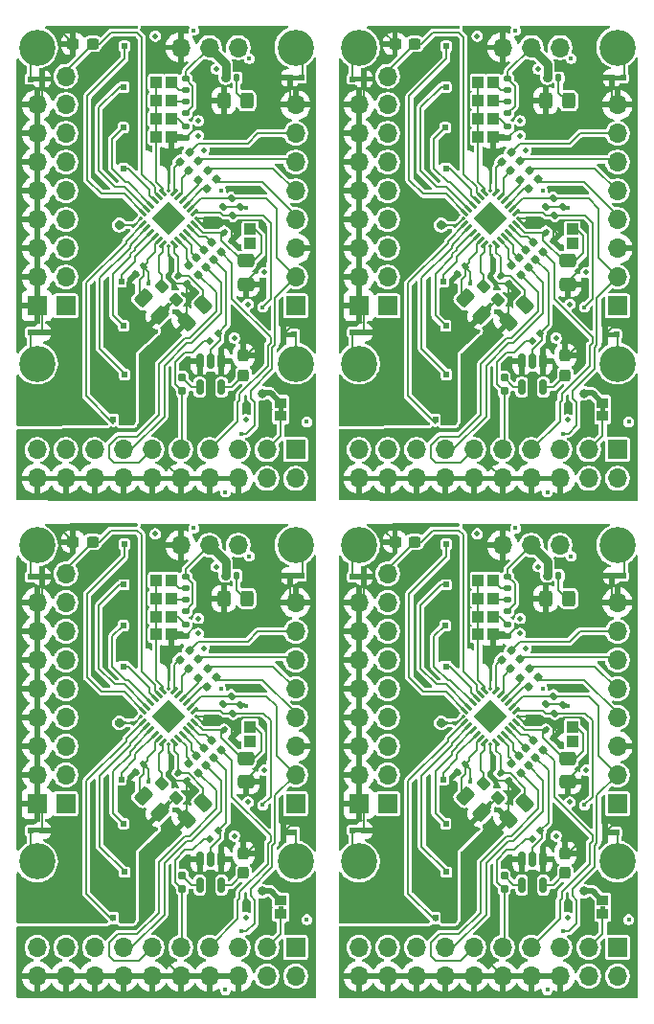
<source format=gtl>
G04 #@! TF.GenerationSoftware,KiCad,Pcbnew,9.0.4*
G04 #@! TF.CreationDate,2025-08-20T18:38:41-04:00*
G04 #@! TF.ProjectId,jlc_pcba,6a6c635f-7063-4626-912e-6b696361645f,rev?*
G04 #@! TF.SameCoordinates,Original*
G04 #@! TF.FileFunction,Copper,L1,Top*
G04 #@! TF.FilePolarity,Positive*
%FSLAX46Y46*%
G04 Gerber Fmt 4.6, Leading zero omitted, Abs format (unit mm)*
G04 Created by KiCad (PCBNEW 9.0.4) date 2025-08-20 18:38:41*
%MOMM*%
%LPD*%
G01*
G04 APERTURE LIST*
G04 Aperture macros list*
%AMRoundRect*
0 Rectangle with rounded corners*
0 $1 Rounding radius*
0 $2 $3 $4 $5 $6 $7 $8 $9 X,Y pos of 4 corners*
0 Add a 4 corners polygon primitive as box body*
4,1,4,$2,$3,$4,$5,$6,$7,$8,$9,$2,$3,0*
0 Add four circle primitives for the rounded corners*
1,1,$1+$1,$2,$3*
1,1,$1+$1,$4,$5*
1,1,$1+$1,$6,$7*
1,1,$1+$1,$8,$9*
0 Add four rect primitives between the rounded corners*
20,1,$1+$1,$2,$3,$4,$5,0*
20,1,$1+$1,$4,$5,$6,$7,0*
20,1,$1+$1,$6,$7,$8,$9,0*
20,1,$1+$1,$8,$9,$2,$3,0*%
%AMRotRect*
0 Rectangle, with rotation*
0 The origin of the aperture is its center*
0 $1 length*
0 $2 width*
0 $3 Rotation angle, in degrees counterclockwise*
0 Add horizontal line*
21,1,$1,$2,0,0,$3*%
G04 Aperture macros list end*
G04 #@! TA.AperFunction,EtchedComponent*
%ADD10C,0.000000*%
G04 #@! TD*
G04 #@! TA.AperFunction,SMDPad,CuDef*
%ADD11RoundRect,0.160000X-0.026517X-0.252791X0.252791X0.026517X0.026517X0.252791X-0.252791X-0.026517X0*%
G04 #@! TD*
G04 #@! TA.AperFunction,SMDPad,CuDef*
%ADD12RoundRect,0.140000X-0.219203X-0.021213X-0.021213X-0.219203X0.219203X0.021213X0.021213X0.219203X0*%
G04 #@! TD*
G04 #@! TA.AperFunction,ComponentPad*
%ADD13C,0.500000*%
G04 #@! TD*
G04 #@! TA.AperFunction,SMDPad,CuDef*
%ADD14RoundRect,0.062500X0.274004X-0.185616X-0.185616X0.274004X-0.274004X0.185616X0.185616X-0.274004X0*%
G04 #@! TD*
G04 #@! TA.AperFunction,SMDPad,CuDef*
%ADD15RoundRect,0.062500X0.274004X0.185616X0.185616X0.274004X-0.274004X-0.185616X-0.185616X-0.274004X0*%
G04 #@! TD*
G04 #@! TA.AperFunction,SMDPad,CuDef*
%ADD16RotRect,2.100000X2.100000X135.000000*%
G04 #@! TD*
G04 #@! TA.AperFunction,SMDPad,CuDef*
%ADD17RoundRect,0.062500X0.088388X0.000000X0.000000X0.088388X-0.088388X0.000000X0.000000X-0.088388X0*%
G04 #@! TD*
G04 #@! TA.AperFunction,SMDPad,CuDef*
%ADD18RoundRect,0.160000X-0.252791X0.026517X0.026517X-0.252791X0.252791X-0.026517X-0.026517X0.252791X0*%
G04 #@! TD*
G04 #@! TA.AperFunction,SMDPad,CuDef*
%ADD19RoundRect,0.135000X-0.135000X-0.185000X0.135000X-0.185000X0.135000X0.185000X-0.135000X0.185000X0*%
G04 #@! TD*
G04 #@! TA.AperFunction,SMDPad,CuDef*
%ADD20RoundRect,0.140000X-0.021213X0.219203X-0.219203X0.021213X0.021213X-0.219203X0.219203X-0.021213X0*%
G04 #@! TD*
G04 #@! TA.AperFunction,SMDPad,CuDef*
%ADD21RoundRect,0.237500X0.380070X-0.044194X-0.044194X0.380070X-0.380070X0.044194X0.044194X-0.380070X0*%
G04 #@! TD*
G04 #@! TA.AperFunction,SMDPad,CuDef*
%ADD22RoundRect,0.150000X-0.150000X0.512500X-0.150000X-0.512500X0.150000X-0.512500X0.150000X0.512500X0*%
G04 #@! TD*
G04 #@! TA.AperFunction,SMDPad,CuDef*
%ADD23R,1.000000X1.000000*%
G04 #@! TD*
G04 #@! TA.AperFunction,SMDPad,CuDef*
%ADD24RoundRect,0.135000X0.185000X-0.135000X0.185000X0.135000X-0.185000X0.135000X-0.185000X-0.135000X0*%
G04 #@! TD*
G04 #@! TA.AperFunction,SMDPad,CuDef*
%ADD25RoundRect,0.250000X-0.475000X0.337500X-0.475000X-0.337500X0.475000X-0.337500X0.475000X0.337500X0*%
G04 #@! TD*
G04 #@! TA.AperFunction,SMDPad,CuDef*
%ADD26C,0.200000*%
G04 #@! TD*
G04 #@! TA.AperFunction,SMDPad,CuDef*
%ADD27RoundRect,0.135000X-0.185000X0.135000X-0.185000X-0.135000X0.185000X-0.135000X0.185000X0.135000X0*%
G04 #@! TD*
G04 #@! TA.AperFunction,SMDPad,CuDef*
%ADD28RoundRect,0.135000X-0.035355X0.226274X-0.226274X0.035355X0.035355X-0.226274X0.226274X-0.035355X0*%
G04 #@! TD*
G04 #@! TA.AperFunction,SMDPad,CuDef*
%ADD29RoundRect,0.237500X0.300000X0.237500X-0.300000X0.237500X-0.300000X-0.237500X0.300000X-0.237500X0*%
G04 #@! TD*
G04 #@! TA.AperFunction,SMDPad,CuDef*
%ADD30R,1.000000X0.954000*%
G04 #@! TD*
G04 #@! TA.AperFunction,SMDPad,CuDef*
%ADD31RoundRect,0.250000X-0.574524X-0.097227X-0.097227X-0.574524X0.574524X0.097227X0.097227X0.574524X0*%
G04 #@! TD*
G04 #@! TA.AperFunction,SMDPad,CuDef*
%ADD32RotRect,0.508000X0.508000X45.000000*%
G04 #@! TD*
G04 #@! TA.AperFunction,SMDPad,CuDef*
%ADD33R,0.500000X0.508000*%
G04 #@! TD*
G04 #@! TA.AperFunction,SMDPad,CuDef*
%ADD34R,0.508000X0.508000*%
G04 #@! TD*
G04 #@! TA.AperFunction,ComponentPad*
%ADD35R,1.700000X1.700000*%
G04 #@! TD*
G04 #@! TA.AperFunction,ComponentPad*
%ADD36O,1.700000X1.700000*%
G04 #@! TD*
G04 #@! TA.AperFunction,ComponentPad*
%ADD37C,3.200000*%
G04 #@! TD*
G04 #@! TA.AperFunction,SMDPad,CuDef*
%ADD38RoundRect,0.250000X-0.325000X-0.450000X0.325000X-0.450000X0.325000X0.450000X-0.325000X0.450000X0*%
G04 #@! TD*
G04 #@! TA.AperFunction,SMDPad,CuDef*
%ADD39RoundRect,0.160000X-0.160000X0.197500X-0.160000X-0.197500X0.160000X-0.197500X0.160000X0.197500X0*%
G04 #@! TD*
G04 #@! TA.AperFunction,SMDPad,CuDef*
%ADD40RoundRect,0.237500X0.237500X-0.300000X0.237500X0.300000X-0.237500X0.300000X-0.237500X-0.300000X0*%
G04 #@! TD*
G04 #@! TA.AperFunction,SMDPad,CuDef*
%ADD41RoundRect,0.135000X0.035355X-0.226274X0.226274X-0.035355X-0.035355X0.226274X-0.226274X0.035355X0*%
G04 #@! TD*
G04 #@! TA.AperFunction,SMDPad,CuDef*
%ADD42RoundRect,0.250000X-0.097227X0.574524X-0.574524X0.097227X0.097227X-0.574524X0.574524X-0.097227X0*%
G04 #@! TD*
G04 #@! TA.AperFunction,ComponentPad*
%ADD43R,0.500000X0.500000*%
G04 #@! TD*
G04 #@! TA.AperFunction,ViaPad*
%ADD44C,0.450000*%
G04 #@! TD*
G04 #@! TA.AperFunction,ViaPad*
%ADD45C,0.800000*%
G04 #@! TD*
G04 #@! TA.AperFunction,Conductor*
%ADD46C,0.750000*%
G04 #@! TD*
G04 #@! TA.AperFunction,Conductor*
%ADD47C,0.200000*%
G04 #@! TD*
G04 #@! TA.AperFunction,Conductor*
%ADD48C,0.250000*%
G04 #@! TD*
G04 #@! TA.AperFunction,Conductor*
%ADD49C,0.500000*%
G04 #@! TD*
G04 APERTURE END LIST*
D10*
G04 #@! TA.AperFunction,EtchedComponent*
G04 #@! TO.C,NT109*
G36*
X19525000Y-29457500D02*
G01*
X19325000Y-29457500D01*
X19325000Y-29007500D01*
X19525000Y-29007500D01*
X19525000Y-29457500D01*
G37*
G04 #@! TD.AperFunction*
G04 #@! TA.AperFunction,EtchedComponent*
G04 #@! TO.C,5V108*
G36*
X59785000Y-85057500D02*
G01*
X59385000Y-85057500D01*
X59385000Y-84807500D01*
X59785000Y-84807500D01*
X59785000Y-85057500D01*
G37*
G04 #@! TD.AperFunction*
G04 #@! TA.AperFunction,EtchedComponent*
G04 #@! TO.C,NT109*
G36*
X19525000Y-73457500D02*
G01*
X19325000Y-73457500D01*
X19325000Y-73007500D01*
X19525000Y-73007500D01*
X19525000Y-73457500D01*
G37*
G04 #@! TD.AperFunction*
G04 #@! TA.AperFunction,EtchedComponent*
G04 #@! TO.C,G118*
G36*
X61164000Y-55861500D02*
G01*
X60589000Y-55861500D01*
X60589000Y-55403500D01*
X61164000Y-55403500D01*
X61164000Y-55861500D01*
G37*
G04 #@! TD.AperFunction*
G04 #@! TA.AperFunction,EtchedComponent*
G04 #@! TO.C,NT109*
G36*
X47985000Y-73457500D02*
G01*
X47785000Y-73457500D01*
X47785000Y-73007500D01*
X47985000Y-73007500D01*
X47985000Y-73457500D01*
G37*
G04 #@! TD.AperFunction*
G04 #@! TA.AperFunction,EtchedComponent*
G36*
X47985000Y-29457500D02*
G01*
X47785000Y-29457500D01*
X47785000Y-29007500D01*
X47985000Y-29007500D01*
X47985000Y-29457500D01*
G37*
G04 #@! TD.AperFunction*
G04 #@! TA.AperFunction,EtchedComponent*
G04 #@! TO.C,E109*
G36*
X9804000Y-11961500D02*
G01*
X9229000Y-11961500D01*
X9229000Y-11503500D01*
X9804000Y-11503500D01*
X9804000Y-11961500D01*
G37*
G04 #@! TD.AperFunction*
G04 #@! TA.AperFunction,EtchedComponent*
G04 #@! TO.C,G117*
G36*
X32104000Y-34561500D02*
G01*
X31529000Y-34561500D01*
X31529000Y-34103500D01*
X32104000Y-34103500D01*
X32104000Y-34561500D01*
G37*
G04 #@! TD.AperFunction*
G04 #@! TA.AperFunction,EtchedComponent*
G04 #@! TO.C,5V108*
G36*
X31325000Y-41057500D02*
G01*
X30925000Y-41057500D01*
X30925000Y-40807500D01*
X31325000Y-40807500D01*
X31325000Y-41057500D01*
G37*
G04 #@! TD.AperFunction*
G04 #@! TA.AperFunction,EtchedComponent*
G36*
X59785000Y-41057500D02*
G01*
X59385000Y-41057500D01*
X59385000Y-40807500D01*
X59785000Y-40807500D01*
X59785000Y-41057500D01*
G37*
G04 #@! TD.AperFunction*
G04 #@! TA.AperFunction,EtchedComponent*
G04 #@! TO.C,G118*
G36*
X32704000Y-55861500D02*
G01*
X32129000Y-55861500D01*
X32129000Y-55403500D01*
X32704000Y-55403500D01*
X32704000Y-55861500D01*
G37*
G04 #@! TD.AperFunction*
G04 #@! TA.AperFunction,EtchedComponent*
G04 #@! TO.C,E108*
G36*
X38264000Y-78361500D02*
G01*
X37689000Y-78361500D01*
X37689000Y-77903500D01*
X38264000Y-77903500D01*
X38264000Y-78361500D01*
G37*
G04 #@! TD.AperFunction*
G04 #@! TA.AperFunction,EtchedComponent*
G36*
X9804000Y-34361500D02*
G01*
X9229000Y-34361500D01*
X9229000Y-33903500D01*
X9804000Y-33903500D01*
X9804000Y-34361500D01*
G37*
G04 #@! TD.AperFunction*
G04 #@! TA.AperFunction,EtchedComponent*
G04 #@! TO.C,E109*
G36*
X38264000Y-55961500D02*
G01*
X37689000Y-55961500D01*
X37689000Y-55503500D01*
X38264000Y-55503500D01*
X38264000Y-55961500D01*
G37*
G04 #@! TD.AperFunction*
G04 #@! TA.AperFunction,EtchedComponent*
G04 #@! TO.C,E108*
G36*
X38264000Y-34361500D02*
G01*
X37689000Y-34361500D01*
X37689000Y-33903500D01*
X38264000Y-33903500D01*
X38264000Y-34361500D01*
G37*
G04 #@! TD.AperFunction*
G04 #@! TA.AperFunction,EtchedComponent*
G04 #@! TO.C,G118*
G36*
X61164000Y-11861500D02*
G01*
X60589000Y-11861500D01*
X60589000Y-11403500D01*
X61164000Y-11403500D01*
X61164000Y-11861500D01*
G37*
G04 #@! TD.AperFunction*
G04 #@! TA.AperFunction,EtchedComponent*
G04 #@! TO.C,E109*
G36*
X38264000Y-11961500D02*
G01*
X37689000Y-11961500D01*
X37689000Y-11503500D01*
X38264000Y-11503500D01*
X38264000Y-11961500D01*
G37*
G04 #@! TD.AperFunction*
G04 #@! TA.AperFunction,EtchedComponent*
G04 #@! TO.C,G117*
G36*
X60564000Y-78561500D02*
G01*
X59989000Y-78561500D01*
X59989000Y-78103500D01*
X60564000Y-78103500D01*
X60564000Y-78561500D01*
G37*
G04 #@! TD.AperFunction*
G04 #@! TA.AperFunction,EtchedComponent*
G04 #@! TO.C,5V108*
G36*
X31325000Y-85057500D02*
G01*
X30925000Y-85057500D01*
X30925000Y-84807500D01*
X31325000Y-84807500D01*
X31325000Y-85057500D01*
G37*
G04 #@! TD.AperFunction*
G04 #@! TA.AperFunction,EtchedComponent*
G04 #@! TO.C,G117*
G36*
X60564000Y-34561500D02*
G01*
X59989000Y-34561500D01*
X59989000Y-34103500D01*
X60564000Y-34103500D01*
X60564000Y-34561500D01*
G37*
G04 #@! TD.AperFunction*
G04 #@! TA.AperFunction,EtchedComponent*
G04 #@! TO.C,E109*
G36*
X9804000Y-55961500D02*
G01*
X9229000Y-55961500D01*
X9229000Y-55503500D01*
X9804000Y-55503500D01*
X9804000Y-55961500D01*
G37*
G04 #@! TD.AperFunction*
G04 #@! TA.AperFunction,EtchedComponent*
G04 #@! TO.C,G117*
G36*
X32104000Y-78561500D02*
G01*
X31529000Y-78561500D01*
X31529000Y-78103500D01*
X32104000Y-78103500D01*
X32104000Y-78561500D01*
G37*
G04 #@! TD.AperFunction*
G04 #@! TA.AperFunction,EtchedComponent*
G04 #@! TO.C,E108*
G36*
X9804000Y-78361500D02*
G01*
X9229000Y-78361500D01*
X9229000Y-77903500D01*
X9804000Y-77903500D01*
X9804000Y-78361500D01*
G37*
G04 #@! TD.AperFunction*
G04 #@! TA.AperFunction,EtchedComponent*
G04 #@! TO.C,G118*
G36*
X32704000Y-11861500D02*
G01*
X32129000Y-11861500D01*
X32129000Y-11403500D01*
X32704000Y-11403500D01*
X32704000Y-11861500D01*
G37*
G04 #@! TD.AperFunction*
G04 #@! TD*
D11*
G04 #@! TO.P,R110,1*
G04 #@! TO.N,Board_0-GPI1*
X23047496Y-18210004D03*
G04 #@! TO.P,R110,2*
G04 #@! TO.N,Board_0-Net-(TAC5212-GPI1)*
X22202504Y-19054996D03*
G04 #@! TD*
D12*
G04 #@! TO.P,C116,1*
G04 #@! TO.N,Board_2-Net-(TAC5212-DREG)*
X22085589Y-73093089D03*
G04 #@! TO.P,C116,2*
G04 #@! TO.N,Board_2-GNDD*
X22764411Y-73771911D03*
G04 #@! TD*
D13*
G04 #@! TO.P,G115,1,1*
G04 #@! TO.N,Board_0-Earth*
X29625000Y-28832500D03*
G04 #@! TD*
D14*
G04 #@! TO.P,TAC5212,1,DREG*
G04 #@! TO.N,Board_3-Net-(TAC5212-DREG)*
X50192005Y-70352725D03*
G04 #@! TO.P,TAC5212,2,BCLK*
G04 #@! TO.N,Board_3-Net-(TAC5212-BCLK)*
X50545559Y-69999172D03*
G04 #@! TO.P,TAC5212,3,FSYNC*
G04 #@! TO.N,Board_3-Net-(TAC5212-FSYNC)*
X50899112Y-69645618D03*
G04 #@! TO.P,TAC5212,4,DOUT*
G04 #@! TO.N,Board_3-Net-(TAC5212-DOUT)*
X51252665Y-69292065D03*
G04 #@! TO.P,TAC5212,5,DIN*
G04 #@! TO.N,Board_3-Net-(TAC5212-DIN)*
X51606219Y-68938512D03*
G04 #@! TO.P,TAC5212,6,IOVDD*
G04 #@! TO.N,Board_3-3.3v_IDE*
X51959772Y-68584958D03*
D15*
G04 #@! TO.P,TAC5212,7,SCL*
G04 #@! TO.N,Board_3-5212_SCL*
X51959772Y-67541976D03*
G04 #@! TO.P,TAC5212,8,SDA*
G04 #@! TO.N,Board_3-5212_SDA*
X51606219Y-67188422D03*
G04 #@! TO.P,TAC5212,9,GPIO1*
G04 #@! TO.N,Board_3-Net-(TAC5212-GPIO1)*
X51252665Y-66834869D03*
G04 #@! TO.P,TAC5212,10,GPIO2*
G04 #@! TO.N,Board_3-Net-(TAC5212-GPIO2)*
X50899112Y-66481316D03*
G04 #@! TO.P,TAC5212,11,GPO1*
G04 #@! TO.N,Board_3-Net-(TAC5212-GPO1)*
X50545559Y-66127762D03*
G04 #@! TO.P,TAC5212,12,GPI1*
G04 #@! TO.N,Board_3-Net-(TAC5212-GPI1)*
X50192005Y-65774209D03*
D14*
G04 #@! TO.P,TAC5212,13,ADDR*
G04 #@! TO.N,Board_3-Net-(TAC5212-ADDR)*
X49149023Y-65774209D03*
G04 #@! TO.P,TAC5212,14,MICBIAS*
G04 #@! TO.N,Board_3-MICBIAS*
X48795469Y-66127762D03*
G04 #@! TO.P,TAC5212,15,IN1P*
G04 #@! TO.N,Board_3-IN1P*
X48441916Y-66481316D03*
G04 #@! TO.P,TAC5212,16,IN1M*
G04 #@! TO.N,Board_3-IN1M*
X48088363Y-66834869D03*
G04 #@! TO.P,TAC5212,17,IN2P*
G04 #@! TO.N,Board_3-IN2P*
X47734809Y-67188422D03*
G04 #@! TO.P,TAC5212,18,IN2M*
G04 #@! TO.N,Board_3-IN2M*
X47381256Y-67541976D03*
D15*
G04 #@! TO.P,TAC5212,19,OUT1M*
G04 #@! TO.N,Board_3-OUT1M*
X47381256Y-68584958D03*
G04 #@! TO.P,TAC5212,20,OUT1P*
G04 #@! TO.N,Board_3-OUT1P*
X47734809Y-68938512D03*
G04 #@! TO.P,TAC5212,21,OUT2P*
G04 #@! TO.N,Board_3-OUT2P*
X48088363Y-69292065D03*
G04 #@! TO.P,TAC5212,22,OUT2M*
G04 #@! TO.N,Board_3-OUT2M*
X48441916Y-69645618D03*
G04 #@! TO.P,TAC5212,23,AVDD*
G04 #@! TO.N,Board_3-3.3V_THIN*
X48795469Y-69999172D03*
G04 #@! TO.P,TAC5212,24,VREF*
G04 #@! TO.N,Board_3-Net-(TAC5212-VREF)*
X49149023Y-70352725D03*
D13*
G04 #@! TO.P,TAC5212,25,VSS*
G04 #@! TO.N,Board_3-GNDD*
X50165489Y-68558442D03*
X49175539Y-68558442D03*
X49670514Y-68063467D03*
D16*
X49670514Y-68063467D03*
D13*
X50165489Y-67568492D03*
X49175539Y-67568492D03*
D17*
G04 #@! TO.P,TAC5212,A1,VSS*
X49670514Y-70495914D03*
G04 #@! TO.P,TAC5212,A2,VSS*
X52102961Y-68063467D03*
G04 #@! TO.P,TAC5212,A3,VSS*
X49670514Y-65631020D03*
G04 #@! TO.P,TAC5212,A4,VSS*
X47238067Y-68063467D03*
G04 #@! TD*
D18*
G04 #@! TO.P,R117,1*
G04 #@! TO.N,Board_1-5212_DOUT1*
X53665455Y-27715414D03*
G04 #@! TO.P,R117,2*
G04 #@! TO.N,Board_1-Net-(TAC5212-DOUT)*
X52820463Y-26870422D03*
G04 #@! TD*
D19*
G04 #@! TO.P,R126,1*
G04 #@! TO.N,Board_2-3.3V_LDO*
X26215000Y-55632500D03*
G04 #@! TO.P,R126,2*
G04 #@! TO.N,Board_2-Net-(D116-A)*
X27235000Y-55632500D03*
G04 #@! TD*
D11*
G04 #@! TO.P,R113,1*
G04 #@! TO.N,Board_0-GPIO2*
X24647496Y-19810004D03*
G04 #@! TO.P,R113,2*
G04 #@! TO.N,Board_0-Net-(TAC5212-GPIO2)*
X23802504Y-20654996D03*
G04 #@! TD*
D20*
G04 #@! TO.P,C109,1*
G04 #@! TO.N,Board_3-3.3V_THIN*
X47424411Y-72293089D03*
G04 #@! TO.P,C109,2*
G04 #@! TO.N,Board_3-Earth*
X46745589Y-72971911D03*
G04 #@! TD*
D21*
G04 #@! TO.P,C119,1*
G04 #@! TO.N,Board_2-Earth*
X21834880Y-75242380D03*
G04 #@! TO.P,C119,2*
G04 #@! TO.N,Board_2-Net-(TAC5212-VREF)*
X20615120Y-74022620D03*
G04 #@! TD*
D12*
G04 #@! TO.P,C112,1*
G04 #@! TO.N,Board_3-3.3v_IDE*
X54545589Y-69293089D03*
G04 #@! TO.P,C112,2*
G04 #@! TO.N,Board_3-GNDD*
X55224411Y-69971911D03*
G04 #@! TD*
D11*
G04 #@! TO.P,R114,1*
G04 #@! TO.N,Board_3-GPIO1*
X53907496Y-64610004D03*
G04 #@! TO.P,R114,2*
G04 #@! TO.N,Board_3-Net-(TAC5212-GPIO1)*
X53062504Y-65454996D03*
G04 #@! TD*
D22*
G04 #@! TO.P,U108,1,OE*
G04 #@! TO.N,Board_1-GNDD*
X54335000Y-36695000D03*
G04 #@! TO.P,U108,2,A*
G04 #@! TO.N,Board_1-5212_DOUT1*
X53385000Y-36695000D03*
G04 #@! TO.P,U108,3,GND*
G04 #@! TO.N,Board_1-GNDD*
X52435000Y-36695000D03*
G04 #@! TO.P,U108,4,Y*
G04 #@! TO.N,Board_1-Net-(U108-Y)*
X52435000Y-38970000D03*
G04 #@! TO.P,U108,5,VCC*
G04 #@! TO.N,Board_1-3.3v_IDE*
X54335000Y-38970000D03*
G04 #@! TD*
D23*
G04 #@! TO.P,ADD112,1,1*
G04 #@! TO.N,Board_1-Net-(ADD112-Pad1)*
X49885000Y-15232500D03*
G04 #@! TO.P,ADD112,2,2*
G04 #@! TO.N,Board_1-Net-(TAC5212-ADDR)*
X48585000Y-15232500D03*
G04 #@! TD*
D18*
G04 #@! TO.P,R119,1*
G04 #@! TO.N,Board_1-5212_BCLK1*
X52321952Y-29058917D03*
G04 #@! TO.P,R119,2*
G04 #@! TO.N,Board_1-Net-(TAC5212-BCLK)*
X51476960Y-28213925D03*
G04 #@! TD*
D23*
G04 #@! TO.P,ADD111,1,1*
G04 #@! TO.N,Board_2-Net-(ADD111-Pad1)*
X21425000Y-56032500D03*
G04 #@! TO.P,ADD111,2,2*
G04 #@! TO.N,Board_2-Net-(TAC5212-ADDR)*
X20125000Y-56032500D03*
G04 #@! TD*
D11*
G04 #@! TO.P,R110,1*
G04 #@! TO.N,Board_3-GPI1*
X51507496Y-62210004D03*
G04 #@! TO.P,R110,2*
G04 #@! TO.N,Board_3-Net-(TAC5212-GPI1)*
X50662504Y-63054996D03*
G04 #@! TD*
G04 #@! TO.P,R114,1*
G04 #@! TO.N,Board_1-GPIO1*
X53907496Y-20610004D03*
G04 #@! TO.P,R114,2*
G04 #@! TO.N,Board_1-Net-(TAC5212-GPIO1)*
X53062504Y-21454996D03*
G04 #@! TD*
G04 #@! TO.P,R112,1*
G04 #@! TO.N,Board_2-GPO1*
X23847496Y-63010004D03*
G04 #@! TO.P,R112,2*
G04 #@! TO.N,Board_2-Net-(TAC5212-GPO1)*
X23002504Y-63854996D03*
G04 #@! TD*
D18*
G04 #@! TO.P,R115,1*
G04 #@! TO.N,Board_3-5212_LRCK1*
X52993704Y-72387166D03*
G04 #@! TO.P,R115,2*
G04 #@! TO.N,Board_3-Net-(TAC5212-FSYNC)*
X52148712Y-71542174D03*
G04 #@! TD*
D24*
G04 #@! TO.P,R123,1*
G04 #@! TO.N,Board_1-Net-(ADD111-Pad1)*
X51185000Y-12742500D03*
G04 #@! TO.P,R123,2*
G04 #@! TO.N,Board_1-3.3V_LDO*
X51185000Y-11722500D03*
G04 #@! TD*
D11*
G04 #@! TO.P,R112,1*
G04 #@! TO.N,Board_1-GPO1*
X52307496Y-19010004D03*
G04 #@! TO.P,R112,2*
G04 #@! TO.N,Board_1-Net-(TAC5212-GPO1)*
X51462504Y-19854996D03*
G04 #@! TD*
D25*
G04 #@! TO.P,C111,1*
G04 #@! TO.N,Board_3-3.3v_IDE*
X56485000Y-71795000D03*
G04 #@! TO.P,C111,2*
G04 #@! TO.N,Board_3-GNDD*
X56485000Y-73870000D03*
G04 #@! TD*
D26*
G04 #@! TO.P,NT109,1,1*
G04 #@! TO.N,Board_0-3.3V_LDO*
X19425000Y-29457500D03*
G04 #@! TO.P,NT109,2,2*
G04 #@! TO.N,Board_0-3.3V_THIN*
X19425000Y-29007500D03*
G04 #@! TD*
D23*
G04 #@! TO.P,ADD111,1,1*
G04 #@! TO.N,Board_0-Net-(ADD111-Pad1)*
X21425000Y-12032500D03*
G04 #@! TO.P,ADD111,2,2*
G04 #@! TO.N,Board_0-Net-(TAC5212-ADDR)*
X20125000Y-12032500D03*
G04 #@! TD*
D27*
G04 #@! TO.P,R124,1*
G04 #@! TO.N,Board_1-Net-(ADD112-Pad1)*
X51185000Y-15922500D03*
G04 #@! TO.P,R124,2*
G04 #@! TO.N,Board_1-GNDD*
X51185000Y-16942500D03*
G04 #@! TD*
D21*
G04 #@! TO.P,C119,1*
G04 #@! TO.N,Board_1-Earth*
X50294880Y-31242380D03*
G04 #@! TO.P,C119,2*
G04 #@! TO.N,Board_1-Net-(TAC5212-VREF)*
X49075120Y-30022620D03*
G04 #@! TD*
D23*
G04 #@! TO.P,ADD111,1,1*
G04 #@! TO.N,Board_1-Net-(ADD111-Pad1)*
X49885000Y-12032500D03*
G04 #@! TO.P,ADD111,2,2*
G04 #@! TO.N,Board_1-Net-(TAC5212-ADDR)*
X48585000Y-12032500D03*
G04 #@! TD*
D18*
G04 #@! TO.P,R118,1*
G04 #@! TO.N,Board_2-5212_DIN1*
X25877207Y-71043663D03*
G04 #@! TO.P,R118,2*
G04 #@! TO.N,Board_2-Net-(TAC5212-DIN)*
X25032215Y-70198671D03*
G04 #@! TD*
D25*
G04 #@! TO.P,C111,1*
G04 #@! TO.N,Board_1-3.3v_IDE*
X56485000Y-27795000D03*
G04 #@! TO.P,C111,2*
G04 #@! TO.N,Board_1-GNDD*
X56485000Y-29870000D03*
G04 #@! TD*
D28*
G04 #@! TO.P,R120,1*
G04 #@! TO.N,Board_2-5212_SDA*
X26785624Y-66271876D03*
G04 #@! TO.P,R120,2*
G04 #@! TO.N,Board_2-Net-(PU_EN108-Pad1)*
X26064376Y-66993124D03*
G04 #@! TD*
D29*
G04 #@! TO.P,C118,1*
G04 #@! TO.N,Board_1-MICBIAS*
X42947500Y-8632500D03*
G04 #@! TO.P,C118,2*
G04 #@! TO.N,Board_1-Earth*
X41222500Y-8632500D03*
G04 #@! TD*
D30*
G04 #@! TO.P,5V108,1,1*
G04 #@! TO.N,Board_3-5V*
X59585000Y-84355500D03*
G04 #@! TO.P,5V108,2,2*
G04 #@! TO.N,Board_3-Net-(5V108-Pad2)*
X59585001Y-85507487D03*
G04 #@! TD*
D28*
G04 #@! TO.P,R120,1*
G04 #@! TO.N,Board_3-5212_SDA*
X55245624Y-66271876D03*
G04 #@! TO.P,R120,2*
G04 #@! TO.N,Board_3-Net-(PU_EN108-Pad1)*
X54524376Y-66993124D03*
G04 #@! TD*
D31*
G04 #@! TO.P,C108,1*
G04 #@! TO.N,Board_1-3.3V_THIN*
X47451377Y-31098877D03*
G04 #@! TO.P,C108,2*
G04 #@! TO.N,Board_1-Earth*
X48918623Y-32566123D03*
G04 #@! TD*
D26*
G04 #@! TO.P,NT109,1,1*
G04 #@! TO.N,Board_2-3.3V_LDO*
X19425000Y-73457500D03*
G04 #@! TO.P,NT109,2,2*
G04 #@! TO.N,Board_2-3.3V_THIN*
X19425000Y-73007500D03*
G04 #@! TD*
D29*
G04 #@! TO.P,C118,1*
G04 #@! TO.N,Board_0-MICBIAS*
X14487500Y-8632500D03*
G04 #@! TO.P,C118,2*
G04 #@! TO.N,Board_0-Earth*
X12762500Y-8632500D03*
G04 #@! TD*
D32*
G04 #@! TO.P,DOUT108,1,1*
G04 #@! TO.N,Board_2-5212_DOUT1*
X25578553Y-78178947D03*
G04 #@! TO.P,DOUT108,2,2*
G04 #@! TO.N,Board_2-5212_DOUT1+*
X24871447Y-78886053D03*
G04 #@! TD*
D23*
G04 #@! TO.P,ADD112,1,1*
G04 #@! TO.N,Board_2-Net-(ADD112-Pad1)*
X21425000Y-59232500D03*
G04 #@! TO.P,ADD112,2,2*
G04 #@! TO.N,Board_2-Net-(TAC5212-ADDR)*
X20125000Y-59232500D03*
G04 #@! TD*
D33*
G04 #@! TO.P,G118,1,1*
G04 #@! TO.N,Board_3-Net-(G118-Pad1)*
X61389000Y-55632500D03*
D34*
G04 #@! TO.P,G118,2,2*
G04 #@! TO.N,Board_3-GNDD*
X60385000Y-55632500D03*
G04 #@! TD*
D13*
G04 #@! TO.P,G108,1,1*
G04 #@! TO.N,Board_1-Earth*
X52785000Y-18032500D03*
G04 #@! TD*
D23*
G04 #@! TO.P,ADD108,1,1*
G04 #@! TO.N,Board_1-GNDD*
X49885000Y-16832500D03*
G04 #@! TO.P,ADD108,2,2*
G04 #@! TO.N,Board_1-Net-(TAC5212-ADDR)*
X48585000Y-16832500D03*
G04 #@! TD*
G04 #@! TO.P,ADD110,1,1*
G04 #@! TO.N,Board_0-Net-(ADD110-Pad1)*
X21425000Y-13632500D03*
G04 #@! TO.P,ADD110,2,2*
G04 #@! TO.N,Board_0-Net-(TAC5212-ADDR)*
X20125000Y-13632500D03*
G04 #@! TD*
D13*
G04 #@! TO.P,G111,1,1*
G04 #@! TO.N,Board_3-Earth*
X56485000Y-85832500D03*
G04 #@! TD*
D26*
G04 #@! TO.P,NT109,1,1*
G04 #@! TO.N,Board_3-3.3V_LDO*
X47885000Y-73457500D03*
G04 #@! TO.P,NT109,2,2*
G04 #@! TO.N,Board_3-3.3V_THIN*
X47885000Y-73007500D03*
G04 #@! TD*
D31*
G04 #@! TO.P,C108,1*
G04 #@! TO.N,Board_2-3.3V_THIN*
X18991377Y-75098877D03*
G04 #@! TO.P,C108,2*
G04 #@! TO.N,Board_2-Earth*
X20458623Y-76566123D03*
G04 #@! TD*
D13*
G04 #@! TO.P,G111,1,1*
G04 #@! TO.N,Board_2-Earth*
X28025000Y-85832500D03*
G04 #@! TD*
D35*
G04 #@! TO.P,board_outline108,1,HELD_HIGH*
G04 #@! TO.N,Board_0-EN_HELD_HIGH*
X32425000Y-44495000D03*
D36*
G04 #@! TO.P,board_outline108,2,HELD_LOW*
G04 #@! TO.N,Board_0-unconnected-(board_outline108-HELD_LOW-Pad2)*
X32425000Y-47035000D03*
G04 #@! TO.P,board_outline108,3,5V*
G04 #@! TO.N,Board_0-Net-(5V108-Pad2)*
X29885000Y-44495000D03*
G04 #@! TO.P,board_outline108,4,GNDD*
G04 #@! TO.N,Board_0-3.3v_IDE*
X29885000Y-47035000D03*
G04 #@! TO.P,board_outline108,5,12V*
G04 #@! TO.N,Board_0-unconnected-(board_outline108-12V-Pad5)*
X27345000Y-44495000D03*
G04 #@! TO.P,board_outline108,6,GNDD*
G04 #@! TO.N,Board_0-GNDD*
X27345000Y-47035000D03*
G04 #@! TO.P,board_outline108,7,DSP_DOUT*
G04 #@! TO.N,Board_0-5212_DIN1*
X24805000Y-44495000D03*
G04 #@! TO.P,board_outline108,8,GNDD*
G04 #@! TO.N,Board_0-GNDD*
X24805000Y-47035000D03*
G04 #@! TO.P,board_outline108,9,DSP_DIN*
G04 #@! TO.N,Board_0-5212_DOUT1+*
X22265000Y-44495000D03*
G04 #@! TO.P,board_outline108,10,GNDD*
G04 #@! TO.N,Board_0-GNDD*
X22265000Y-47035000D03*
G04 #@! TO.P,board_outline108,11,BCLK*
G04 #@! TO.N,Board_0-5212_BCLK1*
X19725000Y-44495000D03*
G04 #@! TO.P,board_outline108,12,GNDD*
G04 #@! TO.N,Board_0-GNDD*
X19725000Y-47035000D03*
G04 #@! TO.P,board_outline108,13,LRCK*
G04 #@! TO.N,Board_0-5212_LRCK1*
X17185000Y-44495000D03*
G04 #@! TO.P,board_outline108,14,GNDD*
G04 #@! TO.N,Board_0-GNDD*
X17185000Y-47035000D03*
G04 #@! TO.P,board_outline108,15,SDA*
G04 #@! TO.N,Board_0-DSP_SDA*
X14645000Y-44495000D03*
G04 #@! TO.P,board_outline108,16,GNDD*
G04 #@! TO.N,Board_0-GNDD*
X14645000Y-47035000D03*
G04 #@! TO.P,board_outline108,17,SCL*
G04 #@! TO.N,Board_0-DSP_SCL*
X12105000Y-44495000D03*
G04 #@! TO.P,board_outline108,18,GNDD*
G04 #@! TO.N,Board_0-GNDD*
X12105000Y-47035000D03*
G04 #@! TO.P,board_outline108,19,MCLK*
G04 #@! TO.N,Board_0-5212_MCLK1*
X9565000Y-44495000D03*
G04 #@! TO.P,board_outline108,20,GNDD*
G04 #@! TO.N,Board_0-GNDD*
X9565000Y-47035000D03*
D35*
G04 #@! TO.P,board_outline108,21,OUTP*
G04 #@! TO.N,Board_0-OUT1P+*
X12110000Y-31785000D03*
G04 #@! TO.P,board_outline108,22,AGND*
G04 #@! TO.N,Board_0-Earth*
X9570000Y-31785000D03*
D36*
G04 #@! TO.P,board_outline108,23,OUT1M*
G04 #@! TO.N,Board_0-OUT1M+*
X12110000Y-29245000D03*
G04 #@! TO.P,board_outline108,24,AGND*
G04 #@! TO.N,Board_0-Earth*
X9570000Y-29245000D03*
G04 #@! TO.P,board_outline108,25,OUT2P*
G04 #@! TO.N,Board_0-OUT2P+*
X12110000Y-26705000D03*
G04 #@! TO.P,board_outline108,26,AGND*
G04 #@! TO.N,Board_0-Earth*
X9570000Y-26705000D03*
G04 #@! TO.P,board_outline108,27,OUT2M*
G04 #@! TO.N,Board_0-OUT2M+*
X12110000Y-24165000D03*
G04 #@! TO.P,board_outline108,28,AGND*
G04 #@! TO.N,Board_0-Earth*
X9570000Y-24165000D03*
G04 #@! TO.P,board_outline108,29,IN1P*
G04 #@! TO.N,Board_0-IN1P+*
X12110000Y-21625000D03*
G04 #@! TO.P,board_outline108,30,AGND*
G04 #@! TO.N,Board_0-Earth*
X9570000Y-21625000D03*
G04 #@! TO.P,board_outline108,31,IN1M*
G04 #@! TO.N,Board_0-IN1M+*
X12110000Y-19085000D03*
G04 #@! TO.P,board_outline108,32,AGND*
G04 #@! TO.N,Board_0-Earth*
X9570000Y-19085000D03*
G04 #@! TO.P,board_outline108,33,IN2P*
G04 #@! TO.N,Board_0-IN2P+*
X12110000Y-16545000D03*
G04 #@! TO.P,board_outline108,34,AGND*
G04 #@! TO.N,Board_0-Earth*
X9570000Y-16545000D03*
G04 #@! TO.P,board_outline108,35,IN2M*
G04 #@! TO.N,Board_0-IN2M+*
X12110000Y-14005000D03*
G04 #@! TO.P,board_outline108,36,AGND*
G04 #@! TO.N,Board_0-Earth*
X9570000Y-14005000D03*
D35*
G04 #@! TO.P,board_outline108,37,SCL*
G04 #@! TO.N,Board_0-5212_SCL*
X32430000Y-31785000D03*
D36*
G04 #@! TO.P,board_outline108,38,SDA*
G04 #@! TO.N,Board_0-5212_SDA*
X32430000Y-29245000D03*
G04 #@! TO.P,board_outline108,39,GNDD*
G04 #@! TO.N,Board_0-GNDD*
X32430000Y-26705000D03*
G04 #@! TO.P,board_outline108,40,GPIO1*
G04 #@! TO.N,Board_0-GPIO1*
X32430000Y-24165000D03*
G04 #@! TO.P,board_outline108,41,GPIO2*
G04 #@! TO.N,Board_0-GPIO2*
X32430000Y-21625000D03*
G04 #@! TO.P,board_outline108,42,GPO1*
G04 #@! TO.N,Board_0-GPO1*
X32430000Y-19085000D03*
G04 #@! TO.P,board_outline108,43,GPI1*
G04 #@! TO.N,Board_0-GPI1*
X32430000Y-16545000D03*
G04 #@! TO.P,board_outline108,44,GNDD*
G04 #@! TO.N,Board_0-GNDD*
X32430000Y-14005000D03*
G04 #@! TO.P,board_outline108,45,5V*
G04 #@! TO.N,Board_0-5V*
X27350000Y-8940000D03*
G04 #@! TO.P,board_outline108,46,3.3V*
G04 #@! TO.N,Board_0-3.3V_LDO*
X24810000Y-8940000D03*
G04 #@! TO.P,board_outline108,47,GNDD*
G04 #@! TO.N,Board_0-GNDD*
X22270000Y-8940000D03*
G04 #@! TO.P,board_outline108,48,MIC_BIAS*
G04 #@! TO.N,Board_0-MICBIAS*
X12110000Y-11480000D03*
D37*
G04 #@! TO.P,board_outline108,49,AGND*
G04 #@! TO.N,Board_0-Net-(E108-Pad2)*
X9570000Y-36880000D03*
G04 #@! TO.P,board_outline108,50,AGND*
G04 #@! TO.N,Board_0-Net-(E109-Pad2)*
X9570000Y-8940000D03*
G04 #@! TO.P,board_outline108,51,DGND*
G04 #@! TO.N,Board_0-Net-(G117-Pad1)*
X32430000Y-36880000D03*
G04 #@! TO.P,board_outline108,52,DGND*
G04 #@! TO.N,Board_0-Net-(G118-Pad1)*
X32430000Y-8940000D03*
G04 #@! TD*
D23*
G04 #@! TO.P,PU_EN108,1,1*
G04 #@! TO.N,Board_3-Net-(PU_EN108-Pad1)*
X56885000Y-70282500D03*
G04 #@! TO.P,PU_EN108,2,2*
G04 #@! TO.N,Board_3-3.3v_IDE*
X56885000Y-68982500D03*
G04 #@! TD*
D38*
G04 #@! TO.P,D116,1,K*
G04 #@! TO.N,Board_2-GNDD*
X26075000Y-57657500D03*
G04 #@! TO.P,D116,2,A*
G04 #@! TO.N,Board_2-Net-(D116-A)*
X28125000Y-57657500D03*
G04 #@! TD*
D19*
G04 #@! TO.P,R126,1*
G04 #@! TO.N,Board_1-3.3V_LDO*
X54675000Y-11632500D03*
G04 #@! TO.P,R126,2*
G04 #@! TO.N,Board_1-Net-(D116-A)*
X55695000Y-11632500D03*
G04 #@! TD*
D13*
G04 #@! TO.P,G108,1,1*
G04 #@! TO.N,Board_0-Earth*
X24325000Y-18032500D03*
G04 #@! TD*
D31*
G04 #@! TO.P,C108,1*
G04 #@! TO.N,Board_0-3.3V_THIN*
X18991377Y-31098877D03*
G04 #@! TO.P,C108,2*
G04 #@! TO.N,Board_0-Earth*
X20458623Y-32566123D03*
G04 #@! TD*
D18*
G04 #@! TO.P,R118,1*
G04 #@! TO.N,Board_1-5212_DIN1*
X54337207Y-27043663D03*
G04 #@! TO.P,R118,2*
G04 #@! TO.N,Board_1-Net-(TAC5212-DIN)*
X53492215Y-26198671D03*
G04 #@! TD*
D24*
G04 #@! TO.P,R123,1*
G04 #@! TO.N,Board_3-Net-(ADD111-Pad1)*
X51185000Y-56742500D03*
G04 #@! TO.P,R123,2*
G04 #@! TO.N,Board_3-3.3V_LDO*
X51185000Y-55722500D03*
G04 #@! TD*
D18*
G04 #@! TO.P,R118,1*
G04 #@! TO.N,Board_0-5212_DIN1*
X25877207Y-27043663D03*
G04 #@! TO.P,R118,2*
G04 #@! TO.N,Board_0-Net-(TAC5212-DIN)*
X25032215Y-26198671D03*
G04 #@! TD*
D13*
G04 #@! TO.P,G116,1,1*
G04 #@! TO.N,Board_2-Earth*
X20025000Y-51932500D03*
G04 #@! TD*
D39*
G04 #@! TO.P,R125,1*
G04 #@! TO.N,Board_3-5212_DOUT1+*
X50885000Y-83330000D03*
G04 #@! TO.P,R125,2*
G04 #@! TO.N,Board_3-Net-(U108-Y)*
X50885000Y-82135000D03*
G04 #@! TD*
D18*
G04 #@! TO.P,R115,1*
G04 #@! TO.N,Board_2-5212_LRCK1*
X24533704Y-72387166D03*
G04 #@! TO.P,R115,2*
G04 #@! TO.N,Board_2-Net-(TAC5212-FSYNC)*
X23688712Y-71542174D03*
G04 #@! TD*
D13*
G04 #@! TO.P,G111,1,1*
G04 #@! TO.N,Board_0-Earth*
X28025000Y-41832500D03*
G04 #@! TD*
D23*
G04 #@! TO.P,ADD108,1,1*
G04 #@! TO.N,Board_0-GNDD*
X21425000Y-16832500D03*
G04 #@! TO.P,ADD108,2,2*
G04 #@! TO.N,Board_0-Net-(TAC5212-ADDR)*
X20125000Y-16832500D03*
G04 #@! TD*
D40*
G04 #@! TO.P,C128,1*
G04 #@! TO.N,Board_2-3.3v_IDE*
X27825000Y-81895000D03*
G04 #@! TO.P,C128,2*
G04 #@! TO.N,Board_2-GNDD*
X27825000Y-80170000D03*
G04 #@! TD*
D19*
G04 #@! TO.P,R126,1*
G04 #@! TO.N,Board_0-3.3V_LDO*
X26215000Y-11632500D03*
G04 #@! TO.P,R126,2*
G04 #@! TO.N,Board_0-Net-(D116-A)*
X27235000Y-11632500D03*
G04 #@! TD*
D24*
G04 #@! TO.P,R123,1*
G04 #@! TO.N,Board_2-Net-(ADD111-Pad1)*
X22725000Y-56742500D03*
G04 #@! TO.P,R123,2*
G04 #@! TO.N,Board_2-3.3V_LDO*
X22725000Y-55722500D03*
G04 #@! TD*
D28*
G04 #@! TO.P,R120,1*
G04 #@! TO.N,Board_1-5212_SDA*
X55245624Y-22271876D03*
G04 #@! TO.P,R120,2*
G04 #@! TO.N,Board_1-Net-(PU_EN108-Pad1)*
X54524376Y-22993124D03*
G04 #@! TD*
D41*
G04 #@! TO.P,R121,1*
G04 #@! TO.N,Board_1-5212_SCL*
X55324376Y-23793124D03*
G04 #@! TO.P,R121,2*
G04 #@! TO.N,Board_1-Net-(PU_EN108-Pad1)*
X56045624Y-23071876D03*
G04 #@! TD*
D20*
G04 #@! TO.P,C109,1*
G04 #@! TO.N,Board_0-3.3V_THIN*
X18964411Y-28293089D03*
G04 #@! TO.P,C109,2*
G04 #@! TO.N,Board_0-Earth*
X18285589Y-28971911D03*
G04 #@! TD*
D29*
G04 #@! TO.P,C118,1*
G04 #@! TO.N,Board_2-MICBIAS*
X14487500Y-52632500D03*
G04 #@! TO.P,C118,2*
G04 #@! TO.N,Board_2-Earth*
X12762500Y-52632500D03*
G04 #@! TD*
D26*
G04 #@! TO.P,NT109,1,1*
G04 #@! TO.N,Board_1-3.3V_LDO*
X47885000Y-29457500D03*
G04 #@! TO.P,NT109,2,2*
G04 #@! TO.N,Board_1-3.3V_THIN*
X47885000Y-29007500D03*
G04 #@! TD*
D11*
G04 #@! TO.P,R114,1*
G04 #@! TO.N,Board_0-GPIO1*
X25447496Y-20610004D03*
G04 #@! TO.P,R114,2*
G04 #@! TO.N,Board_0-Net-(TAC5212-GPIO1)*
X24602504Y-21454996D03*
G04 #@! TD*
D40*
G04 #@! TO.P,C128,1*
G04 #@! TO.N,Board_0-3.3v_IDE*
X27825000Y-37895000D03*
G04 #@! TO.P,C128,2*
G04 #@! TO.N,Board_0-GNDD*
X27825000Y-36170000D03*
G04 #@! TD*
D13*
G04 #@! TO.P,G115,1,1*
G04 #@! TO.N,Board_2-Earth*
X29625000Y-72832500D03*
G04 #@! TD*
D19*
G04 #@! TO.P,R126,1*
G04 #@! TO.N,Board_3-3.3V_LDO*
X54675000Y-55632500D03*
G04 #@! TO.P,R126,2*
G04 #@! TO.N,Board_3-Net-(D116-A)*
X55695000Y-55632500D03*
G04 #@! TD*
D33*
G04 #@! TO.P,E109,1,1*
G04 #@! TO.N,Board_0-Earth*
X10029000Y-11732500D03*
D34*
G04 #@! TO.P,E109,2,2*
G04 #@! TO.N,Board_0-Net-(E109-Pad2)*
X9025000Y-11732500D03*
G04 #@! TD*
D40*
G04 #@! TO.P,C128,1*
G04 #@! TO.N,Board_3-3.3v_IDE*
X56285000Y-81895000D03*
G04 #@! TO.P,C128,2*
G04 #@! TO.N,Board_3-GNDD*
X56285000Y-80170000D03*
G04 #@! TD*
D23*
G04 #@! TO.P,ADD112,1,1*
G04 #@! TO.N,Board_0-Net-(ADD112-Pad1)*
X21425000Y-15232500D03*
G04 #@! TO.P,ADD112,2,2*
G04 #@! TO.N,Board_0-Net-(TAC5212-ADDR)*
X20125000Y-15232500D03*
G04 #@! TD*
D13*
G04 #@! TO.P,G110,1,1*
G04 #@! TO.N,Board_0-Earth*
X23825000Y-16732500D03*
G04 #@! TD*
D18*
G04 #@! TO.P,R119,1*
G04 #@! TO.N,Board_3-5212_BCLK1*
X52321952Y-73058917D03*
G04 #@! TO.P,R119,2*
G04 #@! TO.N,Board_3-Net-(TAC5212-BCLK)*
X51476960Y-72213925D03*
G04 #@! TD*
G04 #@! TO.P,R117,1*
G04 #@! TO.N,Board_2-5212_DOUT1*
X25205455Y-71715414D03*
G04 #@! TO.P,R117,2*
G04 #@! TO.N,Board_2-Net-(TAC5212-DOUT)*
X24360463Y-70870422D03*
G04 #@! TD*
D12*
G04 #@! TO.P,C116,1*
G04 #@! TO.N,Board_0-Net-(TAC5212-DREG)*
X22085589Y-29093089D03*
G04 #@! TO.P,C116,2*
G04 #@! TO.N,Board_0-GNDD*
X22764411Y-29771911D03*
G04 #@! TD*
D39*
G04 #@! TO.P,R125,1*
G04 #@! TO.N,Board_0-5212_DOUT1+*
X22425000Y-39330000D03*
G04 #@! TO.P,R125,2*
G04 #@! TO.N,Board_0-Net-(U108-Y)*
X22425000Y-38135000D03*
G04 #@! TD*
D40*
G04 #@! TO.P,C128,1*
G04 #@! TO.N,Board_1-3.3v_IDE*
X56285000Y-37895000D03*
G04 #@! TO.P,C128,2*
G04 #@! TO.N,Board_1-GNDD*
X56285000Y-36170000D03*
G04 #@! TD*
D13*
G04 #@! TO.P,G116,1,1*
G04 #@! TO.N,Board_3-Earth*
X48485000Y-51932500D03*
G04 #@! TD*
D12*
G04 #@! TO.P,C116,1*
G04 #@! TO.N,Board_3-Net-(TAC5212-DREG)*
X50545589Y-73093089D03*
G04 #@! TO.P,C116,2*
G04 #@! TO.N,Board_3-GNDD*
X51224411Y-73771911D03*
G04 #@! TD*
D23*
G04 #@! TO.P,ADD110,1,1*
G04 #@! TO.N,Board_3-Net-(ADD110-Pad1)*
X49885000Y-57632500D03*
G04 #@! TO.P,ADD110,2,2*
G04 #@! TO.N,Board_3-Net-(TAC5212-ADDR)*
X48585000Y-57632500D03*
G04 #@! TD*
D33*
G04 #@! TO.P,G117,1,1*
G04 #@! TO.N,Board_0-Net-(G117-Pad1)*
X32329000Y-34332500D03*
D34*
G04 #@! TO.P,G117,2,2*
G04 #@! TO.N,Board_0-GNDD*
X31325000Y-34332500D03*
G04 #@! TD*
D27*
G04 #@! TO.P,R124,1*
G04 #@! TO.N,Board_0-Net-(ADD112-Pad1)*
X22725000Y-15922500D03*
G04 #@! TO.P,R124,2*
G04 #@! TO.N,Board_0-GNDD*
X22725000Y-16942500D03*
G04 #@! TD*
D14*
G04 #@! TO.P,TAC5212,1,DREG*
G04 #@! TO.N,Board_1-Net-(TAC5212-DREG)*
X50192005Y-26352725D03*
G04 #@! TO.P,TAC5212,2,BCLK*
G04 #@! TO.N,Board_1-Net-(TAC5212-BCLK)*
X50545559Y-25999172D03*
G04 #@! TO.P,TAC5212,3,FSYNC*
G04 #@! TO.N,Board_1-Net-(TAC5212-FSYNC)*
X50899112Y-25645618D03*
G04 #@! TO.P,TAC5212,4,DOUT*
G04 #@! TO.N,Board_1-Net-(TAC5212-DOUT)*
X51252665Y-25292065D03*
G04 #@! TO.P,TAC5212,5,DIN*
G04 #@! TO.N,Board_1-Net-(TAC5212-DIN)*
X51606219Y-24938512D03*
G04 #@! TO.P,TAC5212,6,IOVDD*
G04 #@! TO.N,Board_1-3.3v_IDE*
X51959772Y-24584958D03*
D15*
G04 #@! TO.P,TAC5212,7,SCL*
G04 #@! TO.N,Board_1-5212_SCL*
X51959772Y-23541976D03*
G04 #@! TO.P,TAC5212,8,SDA*
G04 #@! TO.N,Board_1-5212_SDA*
X51606219Y-23188422D03*
G04 #@! TO.P,TAC5212,9,GPIO1*
G04 #@! TO.N,Board_1-Net-(TAC5212-GPIO1)*
X51252665Y-22834869D03*
G04 #@! TO.P,TAC5212,10,GPIO2*
G04 #@! TO.N,Board_1-Net-(TAC5212-GPIO2)*
X50899112Y-22481316D03*
G04 #@! TO.P,TAC5212,11,GPO1*
G04 #@! TO.N,Board_1-Net-(TAC5212-GPO1)*
X50545559Y-22127762D03*
G04 #@! TO.P,TAC5212,12,GPI1*
G04 #@! TO.N,Board_1-Net-(TAC5212-GPI1)*
X50192005Y-21774209D03*
D14*
G04 #@! TO.P,TAC5212,13,ADDR*
G04 #@! TO.N,Board_1-Net-(TAC5212-ADDR)*
X49149023Y-21774209D03*
G04 #@! TO.P,TAC5212,14,MICBIAS*
G04 #@! TO.N,Board_1-MICBIAS*
X48795469Y-22127762D03*
G04 #@! TO.P,TAC5212,15,IN1P*
G04 #@! TO.N,Board_1-IN1P*
X48441916Y-22481316D03*
G04 #@! TO.P,TAC5212,16,IN1M*
G04 #@! TO.N,Board_1-IN1M*
X48088363Y-22834869D03*
G04 #@! TO.P,TAC5212,17,IN2P*
G04 #@! TO.N,Board_1-IN2P*
X47734809Y-23188422D03*
G04 #@! TO.P,TAC5212,18,IN2M*
G04 #@! TO.N,Board_1-IN2M*
X47381256Y-23541976D03*
D15*
G04 #@! TO.P,TAC5212,19,OUT1M*
G04 #@! TO.N,Board_1-OUT1M*
X47381256Y-24584958D03*
G04 #@! TO.P,TAC5212,20,OUT1P*
G04 #@! TO.N,Board_1-OUT1P*
X47734809Y-24938512D03*
G04 #@! TO.P,TAC5212,21,OUT2P*
G04 #@! TO.N,Board_1-OUT2P*
X48088363Y-25292065D03*
G04 #@! TO.P,TAC5212,22,OUT2M*
G04 #@! TO.N,Board_1-OUT2M*
X48441916Y-25645618D03*
G04 #@! TO.P,TAC5212,23,AVDD*
G04 #@! TO.N,Board_1-3.3V_THIN*
X48795469Y-25999172D03*
G04 #@! TO.P,TAC5212,24,VREF*
G04 #@! TO.N,Board_1-Net-(TAC5212-VREF)*
X49149023Y-26352725D03*
D13*
G04 #@! TO.P,TAC5212,25,VSS*
G04 #@! TO.N,Board_1-GNDD*
X50165489Y-24558442D03*
X49175539Y-24558442D03*
X49670514Y-24063467D03*
D16*
X49670514Y-24063467D03*
D13*
X50165489Y-23568492D03*
X49175539Y-23568492D03*
D17*
G04 #@! TO.P,TAC5212,A1,VSS*
X49670514Y-26495914D03*
G04 #@! TO.P,TAC5212,A2,VSS*
X52102961Y-24063467D03*
G04 #@! TO.P,TAC5212,A3,VSS*
X49670514Y-21631020D03*
G04 #@! TO.P,TAC5212,A4,VSS*
X47238067Y-24063467D03*
G04 #@! TD*
D20*
G04 #@! TO.P,C109,1*
G04 #@! TO.N,Board_2-3.3V_THIN*
X18964411Y-72293089D03*
G04 #@! TO.P,C109,2*
G04 #@! TO.N,Board_2-Earth*
X18285589Y-72971911D03*
G04 #@! TD*
D18*
G04 #@! TO.P,R118,1*
G04 #@! TO.N,Board_3-5212_DIN1*
X54337207Y-71043663D03*
G04 #@! TO.P,R118,2*
G04 #@! TO.N,Board_3-Net-(TAC5212-DIN)*
X53492215Y-70198671D03*
G04 #@! TD*
D38*
G04 #@! TO.P,D116,1,K*
G04 #@! TO.N,Board_0-GNDD*
X26075000Y-13657500D03*
G04 #@! TO.P,D116,2,A*
G04 #@! TO.N,Board_0-Net-(D116-A)*
X28125000Y-13657500D03*
G04 #@! TD*
D11*
G04 #@! TO.P,R110,1*
G04 #@! TO.N,Board_2-GPI1*
X23047496Y-62210004D03*
G04 #@! TO.P,R110,2*
G04 #@! TO.N,Board_2-Net-(TAC5212-GPI1)*
X22202504Y-63054996D03*
G04 #@! TD*
D13*
G04 #@! TO.P,G115,1,1*
G04 #@! TO.N,Board_1-Earth*
X58085000Y-28832500D03*
G04 #@! TD*
D21*
G04 #@! TO.P,C119,1*
G04 #@! TO.N,Board_0-Earth*
X21834880Y-31242380D03*
G04 #@! TO.P,C119,2*
G04 #@! TO.N,Board_0-Net-(TAC5212-VREF)*
X20615120Y-30022620D03*
G04 #@! TD*
D12*
G04 #@! TO.P,C112,1*
G04 #@! TO.N,Board_0-3.3v_IDE*
X26085589Y-25293089D03*
G04 #@! TO.P,C112,2*
G04 #@! TO.N,Board_0-GNDD*
X26764411Y-25971911D03*
G04 #@! TD*
D27*
G04 #@! TO.P,R124,1*
G04 #@! TO.N,Board_2-Net-(ADD112-Pad1)*
X22725000Y-59922500D03*
G04 #@! TO.P,R124,2*
G04 #@! TO.N,Board_2-GNDD*
X22725000Y-60942500D03*
G04 #@! TD*
D13*
G04 #@! TO.P,G109,1,1*
G04 #@! TO.N,Board_1-Earth*
X55485000Y-34632500D03*
G04 #@! TD*
D32*
G04 #@! TO.P,DOUT108,1,1*
G04 #@! TO.N,Board_1-5212_DOUT1*
X54038553Y-34178947D03*
G04 #@! TO.P,DOUT108,2,2*
G04 #@! TO.N,Board_1-5212_DOUT1+*
X53331447Y-34886053D03*
G04 #@! TD*
D39*
G04 #@! TO.P,R125,1*
G04 #@! TO.N,Board_1-5212_DOUT1+*
X50885000Y-39330000D03*
G04 #@! TO.P,R125,2*
G04 #@! TO.N,Board_1-Net-(U108-Y)*
X50885000Y-38135000D03*
G04 #@! TD*
D18*
G04 #@! TO.P,R117,1*
G04 #@! TO.N,Board_3-5212_DOUT1*
X53665455Y-71715414D03*
G04 #@! TO.P,R117,2*
G04 #@! TO.N,Board_3-Net-(TAC5212-DOUT)*
X52820463Y-70870422D03*
G04 #@! TD*
D39*
G04 #@! TO.P,R125,1*
G04 #@! TO.N,Board_2-5212_DOUT1+*
X22425000Y-83330000D03*
G04 #@! TO.P,R125,2*
G04 #@! TO.N,Board_2-Net-(U108-Y)*
X22425000Y-82135000D03*
G04 #@! TD*
D32*
G04 #@! TO.P,DOUT108,1,1*
G04 #@! TO.N,Board_3-5212_DOUT1*
X54038553Y-78178947D03*
G04 #@! TO.P,DOUT108,2,2*
G04 #@! TO.N,Board_3-5212_DOUT1+*
X53331447Y-78886053D03*
G04 #@! TD*
D13*
G04 #@! TO.P,G112,1,1*
G04 #@! TO.N,Board_2-Earth*
X23825000Y-59432500D03*
G04 #@! TD*
D11*
G04 #@! TO.P,R113,1*
G04 #@! TO.N,Board_3-GPIO2*
X53107496Y-63810004D03*
G04 #@! TO.P,R113,2*
G04 #@! TO.N,Board_3-Net-(TAC5212-GPIO2)*
X52262504Y-64654996D03*
G04 #@! TD*
D22*
G04 #@! TO.P,U108,1,OE*
G04 #@! TO.N,Board_0-GNDD*
X25875000Y-36695000D03*
G04 #@! TO.P,U108,2,A*
G04 #@! TO.N,Board_0-5212_DOUT1*
X24925000Y-36695000D03*
G04 #@! TO.P,U108,3,GND*
G04 #@! TO.N,Board_0-GNDD*
X23975000Y-36695000D03*
G04 #@! TO.P,U108,4,Y*
G04 #@! TO.N,Board_0-Net-(U108-Y)*
X23975000Y-38970000D03*
G04 #@! TO.P,U108,5,VCC*
G04 #@! TO.N,Board_0-3.3v_IDE*
X25875000Y-38970000D03*
G04 #@! TD*
D41*
G04 #@! TO.P,R121,1*
G04 #@! TO.N,Board_2-5212_SCL*
X26864376Y-67793124D03*
G04 #@! TO.P,R121,2*
G04 #@! TO.N,Board_2-Net-(PU_EN108-Pad1)*
X27585624Y-67071876D03*
G04 #@! TD*
D38*
G04 #@! TO.P,D116,1,K*
G04 #@! TO.N,Board_3-GNDD*
X54535000Y-57657500D03*
G04 #@! TO.P,D116,2,A*
G04 #@! TO.N,Board_3-Net-(D116-A)*
X56585000Y-57657500D03*
G04 #@! TD*
D13*
G04 #@! TO.P,G112,1,1*
G04 #@! TO.N,Board_1-Earth*
X52285000Y-15432500D03*
G04 #@! TD*
D14*
G04 #@! TO.P,TAC5212,1,DREG*
G04 #@! TO.N,Board_0-Net-(TAC5212-DREG)*
X21732005Y-26352725D03*
G04 #@! TO.P,TAC5212,2,BCLK*
G04 #@! TO.N,Board_0-Net-(TAC5212-BCLK)*
X22085559Y-25999172D03*
G04 #@! TO.P,TAC5212,3,FSYNC*
G04 #@! TO.N,Board_0-Net-(TAC5212-FSYNC)*
X22439112Y-25645618D03*
G04 #@! TO.P,TAC5212,4,DOUT*
G04 #@! TO.N,Board_0-Net-(TAC5212-DOUT)*
X22792665Y-25292065D03*
G04 #@! TO.P,TAC5212,5,DIN*
G04 #@! TO.N,Board_0-Net-(TAC5212-DIN)*
X23146219Y-24938512D03*
G04 #@! TO.P,TAC5212,6,IOVDD*
G04 #@! TO.N,Board_0-3.3v_IDE*
X23499772Y-24584958D03*
D15*
G04 #@! TO.P,TAC5212,7,SCL*
G04 #@! TO.N,Board_0-5212_SCL*
X23499772Y-23541976D03*
G04 #@! TO.P,TAC5212,8,SDA*
G04 #@! TO.N,Board_0-5212_SDA*
X23146219Y-23188422D03*
G04 #@! TO.P,TAC5212,9,GPIO1*
G04 #@! TO.N,Board_0-Net-(TAC5212-GPIO1)*
X22792665Y-22834869D03*
G04 #@! TO.P,TAC5212,10,GPIO2*
G04 #@! TO.N,Board_0-Net-(TAC5212-GPIO2)*
X22439112Y-22481316D03*
G04 #@! TO.P,TAC5212,11,GPO1*
G04 #@! TO.N,Board_0-Net-(TAC5212-GPO1)*
X22085559Y-22127762D03*
G04 #@! TO.P,TAC5212,12,GPI1*
G04 #@! TO.N,Board_0-Net-(TAC5212-GPI1)*
X21732005Y-21774209D03*
D14*
G04 #@! TO.P,TAC5212,13,ADDR*
G04 #@! TO.N,Board_0-Net-(TAC5212-ADDR)*
X20689023Y-21774209D03*
G04 #@! TO.P,TAC5212,14,MICBIAS*
G04 #@! TO.N,Board_0-MICBIAS*
X20335469Y-22127762D03*
G04 #@! TO.P,TAC5212,15,IN1P*
G04 #@! TO.N,Board_0-IN1P*
X19981916Y-22481316D03*
G04 #@! TO.P,TAC5212,16,IN1M*
G04 #@! TO.N,Board_0-IN1M*
X19628363Y-22834869D03*
G04 #@! TO.P,TAC5212,17,IN2P*
G04 #@! TO.N,Board_0-IN2P*
X19274809Y-23188422D03*
G04 #@! TO.P,TAC5212,18,IN2M*
G04 #@! TO.N,Board_0-IN2M*
X18921256Y-23541976D03*
D15*
G04 #@! TO.P,TAC5212,19,OUT1M*
G04 #@! TO.N,Board_0-OUT1M*
X18921256Y-24584958D03*
G04 #@! TO.P,TAC5212,20,OUT1P*
G04 #@! TO.N,Board_0-OUT1P*
X19274809Y-24938512D03*
G04 #@! TO.P,TAC5212,21,OUT2P*
G04 #@! TO.N,Board_0-OUT2P*
X19628363Y-25292065D03*
G04 #@! TO.P,TAC5212,22,OUT2M*
G04 #@! TO.N,Board_0-OUT2M*
X19981916Y-25645618D03*
G04 #@! TO.P,TAC5212,23,AVDD*
G04 #@! TO.N,Board_0-3.3V_THIN*
X20335469Y-25999172D03*
G04 #@! TO.P,TAC5212,24,VREF*
G04 #@! TO.N,Board_0-Net-(TAC5212-VREF)*
X20689023Y-26352725D03*
D13*
G04 #@! TO.P,TAC5212,25,VSS*
G04 #@! TO.N,Board_0-GNDD*
X21705489Y-24558442D03*
X20715539Y-24558442D03*
X21210514Y-24063467D03*
D16*
X21210514Y-24063467D03*
D13*
X21705489Y-23568492D03*
X20715539Y-23568492D03*
D17*
G04 #@! TO.P,TAC5212,A1,VSS*
X21210514Y-26495914D03*
G04 #@! TO.P,TAC5212,A2,VSS*
X23642961Y-24063467D03*
G04 #@! TO.P,TAC5212,A3,VSS*
X21210514Y-21631020D03*
G04 #@! TO.P,TAC5212,A4,VSS*
X18778067Y-24063467D03*
G04 #@! TD*
D13*
G04 #@! TO.P,G110,1,1*
G04 #@! TO.N,Board_2-Earth*
X23825000Y-60732500D03*
G04 #@! TD*
G04 #@! TO.P,G108,1,1*
G04 #@! TO.N,Board_3-Earth*
X52785000Y-62032500D03*
G04 #@! TD*
D11*
G04 #@! TO.P,R112,1*
G04 #@! TO.N,Board_0-GPO1*
X23847496Y-19010004D03*
G04 #@! TO.P,R112,2*
G04 #@! TO.N,Board_0-Net-(TAC5212-GPO1)*
X23002504Y-19854996D03*
G04 #@! TD*
D38*
G04 #@! TO.P,D116,1,K*
G04 #@! TO.N,Board_1-GNDD*
X54535000Y-13657500D03*
G04 #@! TO.P,D116,2,A*
G04 #@! TO.N,Board_1-Net-(D116-A)*
X56585000Y-13657500D03*
G04 #@! TD*
D11*
G04 #@! TO.P,R113,1*
G04 #@! TO.N,Board_2-GPIO2*
X24647496Y-63810004D03*
G04 #@! TO.P,R113,2*
G04 #@! TO.N,Board_2-Net-(TAC5212-GPIO2)*
X23802504Y-64654996D03*
G04 #@! TD*
D30*
G04 #@! TO.P,5V108,1,1*
G04 #@! TO.N,Board_0-5V*
X31125000Y-40355500D03*
G04 #@! TO.P,5V108,2,2*
G04 #@! TO.N,Board_0-Net-(5V108-Pad2)*
X31125001Y-41507487D03*
G04 #@! TD*
D13*
G04 #@! TO.P,G113,1,1*
G04 #@! TO.N,Board_2-Earth*
X28225000Y-75632500D03*
G04 #@! TD*
D29*
G04 #@! TO.P,C118,1*
G04 #@! TO.N,Board_3-MICBIAS*
X42947500Y-52632500D03*
G04 #@! TO.P,C118,2*
G04 #@! TO.N,Board_3-Earth*
X41222500Y-52632500D03*
G04 #@! TD*
D13*
G04 #@! TO.P,G114,1,1*
G04 #@! TO.N,Board_0-Earth*
X25425000Y-10832500D03*
G04 #@! TD*
D27*
G04 #@! TO.P,R122,1*
G04 #@! TO.N,Board_2-Net-(ADD110-Pad1)*
X22725000Y-57722500D03*
G04 #@! TO.P,R122,2*
G04 #@! TO.N,Board_2-3.3V_LDO*
X22725000Y-58742500D03*
G04 #@! TD*
D18*
G04 #@! TO.P,R119,1*
G04 #@! TO.N,Board_2-5212_BCLK1*
X23861952Y-73058917D03*
G04 #@! TO.P,R119,2*
G04 #@! TO.N,Board_2-Net-(TAC5212-BCLK)*
X23016960Y-72213925D03*
G04 #@! TD*
D35*
G04 #@! TO.P,board_outline108,1,HELD_HIGH*
G04 #@! TO.N,Board_3-EN_HELD_HIGH*
X60885000Y-88495000D03*
D36*
G04 #@! TO.P,board_outline108,2,HELD_LOW*
G04 #@! TO.N,Board_3-unconnected-(board_outline108-HELD_LOW-Pad2)*
X60885000Y-91035000D03*
G04 #@! TO.P,board_outline108,3,5V*
G04 #@! TO.N,Board_3-Net-(5V108-Pad2)*
X58345000Y-88495000D03*
G04 #@! TO.P,board_outline108,4,GNDD*
G04 #@! TO.N,Board_3-3.3v_IDE*
X58345000Y-91035000D03*
G04 #@! TO.P,board_outline108,5,12V*
G04 #@! TO.N,Board_3-unconnected-(board_outline108-12V-Pad5)*
X55805000Y-88495000D03*
G04 #@! TO.P,board_outline108,6,GNDD*
G04 #@! TO.N,Board_3-GNDD*
X55805000Y-91035000D03*
G04 #@! TO.P,board_outline108,7,DSP_DOUT*
G04 #@! TO.N,Board_3-5212_DIN1*
X53265000Y-88495000D03*
G04 #@! TO.P,board_outline108,8,GNDD*
G04 #@! TO.N,Board_3-GNDD*
X53265000Y-91035000D03*
G04 #@! TO.P,board_outline108,9,DSP_DIN*
G04 #@! TO.N,Board_3-5212_DOUT1+*
X50725000Y-88495000D03*
G04 #@! TO.P,board_outline108,10,GNDD*
G04 #@! TO.N,Board_3-GNDD*
X50725000Y-91035000D03*
G04 #@! TO.P,board_outline108,11,BCLK*
G04 #@! TO.N,Board_3-5212_BCLK1*
X48185000Y-88495000D03*
G04 #@! TO.P,board_outline108,12,GNDD*
G04 #@! TO.N,Board_3-GNDD*
X48185000Y-91035000D03*
G04 #@! TO.P,board_outline108,13,LRCK*
G04 #@! TO.N,Board_3-5212_LRCK1*
X45645000Y-88495000D03*
G04 #@! TO.P,board_outline108,14,GNDD*
G04 #@! TO.N,Board_3-GNDD*
X45645000Y-91035000D03*
G04 #@! TO.P,board_outline108,15,SDA*
G04 #@! TO.N,Board_3-DSP_SDA*
X43105000Y-88495000D03*
G04 #@! TO.P,board_outline108,16,GNDD*
G04 #@! TO.N,Board_3-GNDD*
X43105000Y-91035000D03*
G04 #@! TO.P,board_outline108,17,SCL*
G04 #@! TO.N,Board_3-DSP_SCL*
X40565000Y-88495000D03*
G04 #@! TO.P,board_outline108,18,GNDD*
G04 #@! TO.N,Board_3-GNDD*
X40565000Y-91035000D03*
G04 #@! TO.P,board_outline108,19,MCLK*
G04 #@! TO.N,Board_3-5212_MCLK1*
X38025000Y-88495000D03*
G04 #@! TO.P,board_outline108,20,GNDD*
G04 #@! TO.N,Board_3-GNDD*
X38025000Y-91035000D03*
D35*
G04 #@! TO.P,board_outline108,21,OUTP*
G04 #@! TO.N,Board_3-OUT1P+*
X40570000Y-75785000D03*
G04 #@! TO.P,board_outline108,22,AGND*
G04 #@! TO.N,Board_3-Earth*
X38030000Y-75785000D03*
D36*
G04 #@! TO.P,board_outline108,23,OUT1M*
G04 #@! TO.N,Board_3-OUT1M+*
X40570000Y-73245000D03*
G04 #@! TO.P,board_outline108,24,AGND*
G04 #@! TO.N,Board_3-Earth*
X38030000Y-73245000D03*
G04 #@! TO.P,board_outline108,25,OUT2P*
G04 #@! TO.N,Board_3-OUT2P+*
X40570000Y-70705000D03*
G04 #@! TO.P,board_outline108,26,AGND*
G04 #@! TO.N,Board_3-Earth*
X38030000Y-70705000D03*
G04 #@! TO.P,board_outline108,27,OUT2M*
G04 #@! TO.N,Board_3-OUT2M+*
X40570000Y-68165000D03*
G04 #@! TO.P,board_outline108,28,AGND*
G04 #@! TO.N,Board_3-Earth*
X38030000Y-68165000D03*
G04 #@! TO.P,board_outline108,29,IN1P*
G04 #@! TO.N,Board_3-IN1P+*
X40570000Y-65625000D03*
G04 #@! TO.P,board_outline108,30,AGND*
G04 #@! TO.N,Board_3-Earth*
X38030000Y-65625000D03*
G04 #@! TO.P,board_outline108,31,IN1M*
G04 #@! TO.N,Board_3-IN1M+*
X40570000Y-63085000D03*
G04 #@! TO.P,board_outline108,32,AGND*
G04 #@! TO.N,Board_3-Earth*
X38030000Y-63085000D03*
G04 #@! TO.P,board_outline108,33,IN2P*
G04 #@! TO.N,Board_3-IN2P+*
X40570000Y-60545000D03*
G04 #@! TO.P,board_outline108,34,AGND*
G04 #@! TO.N,Board_3-Earth*
X38030000Y-60545000D03*
G04 #@! TO.P,board_outline108,35,IN2M*
G04 #@! TO.N,Board_3-IN2M+*
X40570000Y-58005000D03*
G04 #@! TO.P,board_outline108,36,AGND*
G04 #@! TO.N,Board_3-Earth*
X38030000Y-58005000D03*
D35*
G04 #@! TO.P,board_outline108,37,SCL*
G04 #@! TO.N,Board_3-5212_SCL*
X60890000Y-75785000D03*
D36*
G04 #@! TO.P,board_outline108,38,SDA*
G04 #@! TO.N,Board_3-5212_SDA*
X60890000Y-73245000D03*
G04 #@! TO.P,board_outline108,39,GNDD*
G04 #@! TO.N,Board_3-GNDD*
X60890000Y-70705000D03*
G04 #@! TO.P,board_outline108,40,GPIO1*
G04 #@! TO.N,Board_3-GPIO1*
X60890000Y-68165000D03*
G04 #@! TO.P,board_outline108,41,GPIO2*
G04 #@! TO.N,Board_3-GPIO2*
X60890000Y-65625000D03*
G04 #@! TO.P,board_outline108,42,GPO1*
G04 #@! TO.N,Board_3-GPO1*
X60890000Y-63085000D03*
G04 #@! TO.P,board_outline108,43,GPI1*
G04 #@! TO.N,Board_3-GPI1*
X60890000Y-60545000D03*
G04 #@! TO.P,board_outline108,44,GNDD*
G04 #@! TO.N,Board_3-GNDD*
X60890000Y-58005000D03*
G04 #@! TO.P,board_outline108,45,5V*
G04 #@! TO.N,Board_3-5V*
X55810000Y-52940000D03*
G04 #@! TO.P,board_outline108,46,3.3V*
G04 #@! TO.N,Board_3-3.3V_LDO*
X53270000Y-52940000D03*
G04 #@! TO.P,board_outline108,47,GNDD*
G04 #@! TO.N,Board_3-GNDD*
X50730000Y-52940000D03*
G04 #@! TO.P,board_outline108,48,MIC_BIAS*
G04 #@! TO.N,Board_3-MICBIAS*
X40570000Y-55480000D03*
D37*
G04 #@! TO.P,board_outline108,49,AGND*
G04 #@! TO.N,Board_3-Net-(E108-Pad2)*
X38030000Y-80880000D03*
G04 #@! TO.P,board_outline108,50,AGND*
G04 #@! TO.N,Board_3-Net-(E109-Pad2)*
X38030000Y-52940000D03*
G04 #@! TO.P,board_outline108,51,DGND*
G04 #@! TO.N,Board_3-Net-(G117-Pad1)*
X60890000Y-80880000D03*
G04 #@! TO.P,board_outline108,52,DGND*
G04 #@! TO.N,Board_3-Net-(G118-Pad1)*
X60890000Y-52940000D03*
G04 #@! TD*
D13*
G04 #@! TO.P,G116,1,1*
G04 #@! TO.N,Board_1-Earth*
X48485000Y-7932500D03*
G04 #@! TD*
D30*
G04 #@! TO.P,5V108,1,1*
G04 #@! TO.N,Board_1-5V*
X59585000Y-40355500D03*
G04 #@! TO.P,5V108,2,2*
G04 #@! TO.N,Board_1-Net-(5V108-Pad2)*
X59585001Y-41507487D03*
G04 #@! TD*
D13*
G04 #@! TO.P,G116,1,1*
G04 #@! TO.N,Board_0-Earth*
X20025000Y-7932500D03*
G04 #@! TD*
D24*
G04 #@! TO.P,R123,1*
G04 #@! TO.N,Board_0-Net-(ADD111-Pad1)*
X22725000Y-12742500D03*
G04 #@! TO.P,R123,2*
G04 #@! TO.N,Board_0-3.3V_LDO*
X22725000Y-11722500D03*
G04 #@! TD*
D33*
G04 #@! TO.P,G118,1,1*
G04 #@! TO.N,Board_2-Net-(G118-Pad1)*
X32929000Y-55632500D03*
D34*
G04 #@! TO.P,G118,2,2*
G04 #@! TO.N,Board_2-GNDD*
X31925000Y-55632500D03*
G04 #@! TD*
D13*
G04 #@! TO.P,G108,1,1*
G04 #@! TO.N,Board_2-Earth*
X24325000Y-62032500D03*
G04 #@! TD*
D23*
G04 #@! TO.P,ADD108,1,1*
G04 #@! TO.N,Board_3-GNDD*
X49885000Y-60832500D03*
G04 #@! TO.P,ADD108,2,2*
G04 #@! TO.N,Board_3-Net-(TAC5212-ADDR)*
X48585000Y-60832500D03*
G04 #@! TD*
D13*
G04 #@! TO.P,G110,1,1*
G04 #@! TO.N,Board_3-Earth*
X52285000Y-60732500D03*
G04 #@! TD*
D11*
G04 #@! TO.P,R110,1*
G04 #@! TO.N,Board_1-GPI1*
X51507496Y-18210004D03*
G04 #@! TO.P,R110,2*
G04 #@! TO.N,Board_1-Net-(TAC5212-GPI1)*
X50662504Y-19054996D03*
G04 #@! TD*
D27*
G04 #@! TO.P,R122,1*
G04 #@! TO.N,Board_3-Net-(ADD110-Pad1)*
X51185000Y-57722500D03*
G04 #@! TO.P,R122,2*
G04 #@! TO.N,Board_3-3.3V_LDO*
X51185000Y-58742500D03*
G04 #@! TD*
D33*
G04 #@! TO.P,E108,1,1*
G04 #@! TO.N,Board_3-Earth*
X38489000Y-78132500D03*
D34*
G04 #@! TO.P,E108,2,2*
G04 #@! TO.N,Board_3-Net-(E108-Pad2)*
X37485000Y-78132500D03*
G04 #@! TD*
D18*
G04 #@! TO.P,R117,1*
G04 #@! TO.N,Board_0-5212_DOUT1*
X25205455Y-27715414D03*
G04 #@! TO.P,R117,2*
G04 #@! TO.N,Board_0-Net-(TAC5212-DOUT)*
X24360463Y-26870422D03*
G04 #@! TD*
D41*
G04 #@! TO.P,R121,1*
G04 #@! TO.N,Board_0-5212_SCL*
X26864376Y-23793124D03*
G04 #@! TO.P,R121,2*
G04 #@! TO.N,Board_0-Net-(PU_EN108-Pad1)*
X27585624Y-23071876D03*
G04 #@! TD*
D27*
G04 #@! TO.P,R122,1*
G04 #@! TO.N,Board_1-Net-(ADD110-Pad1)*
X51185000Y-13722500D03*
G04 #@! TO.P,R122,2*
G04 #@! TO.N,Board_1-3.3V_LDO*
X51185000Y-14742500D03*
G04 #@! TD*
D23*
G04 #@! TO.P,ADD112,1,1*
G04 #@! TO.N,Board_3-Net-(ADD112-Pad1)*
X49885000Y-59232500D03*
G04 #@! TO.P,ADD112,2,2*
G04 #@! TO.N,Board_3-Net-(TAC5212-ADDR)*
X48585000Y-59232500D03*
G04 #@! TD*
D11*
G04 #@! TO.P,R114,1*
G04 #@! TO.N,Board_2-GPIO1*
X25447496Y-64610004D03*
G04 #@! TO.P,R114,2*
G04 #@! TO.N,Board_2-Net-(TAC5212-GPIO1)*
X24602504Y-65454996D03*
G04 #@! TD*
D33*
G04 #@! TO.P,E108,1,1*
G04 #@! TO.N,Board_0-Earth*
X10029000Y-34132500D03*
D34*
G04 #@! TO.P,E108,2,2*
G04 #@! TO.N,Board_0-Net-(E108-Pad2)*
X9025000Y-34132500D03*
G04 #@! TD*
D32*
G04 #@! TO.P,DOUT108,1,1*
G04 #@! TO.N,Board_0-5212_DOUT1*
X25578553Y-34178947D03*
G04 #@! TO.P,DOUT108,2,2*
G04 #@! TO.N,Board_0-5212_DOUT1+*
X24871447Y-34886053D03*
G04 #@! TD*
D33*
G04 #@! TO.P,E109,1,1*
G04 #@! TO.N,Board_3-Earth*
X38489000Y-55732500D03*
D34*
G04 #@! TO.P,E109,2,2*
G04 #@! TO.N,Board_3-Net-(E109-Pad2)*
X37485000Y-55732500D03*
G04 #@! TD*
D11*
G04 #@! TO.P,R112,1*
G04 #@! TO.N,Board_3-GPO1*
X52307496Y-63010004D03*
G04 #@! TO.P,R112,2*
G04 #@! TO.N,Board_3-Net-(TAC5212-GPO1)*
X51462504Y-63854996D03*
G04 #@! TD*
D31*
G04 #@! TO.P,C108,1*
G04 #@! TO.N,Board_3-3.3V_THIN*
X47451377Y-75098877D03*
G04 #@! TO.P,C108,2*
G04 #@! TO.N,Board_3-Earth*
X48918623Y-76566123D03*
G04 #@! TD*
D13*
G04 #@! TO.P,G114,1,1*
G04 #@! TO.N,Board_3-Earth*
X53885000Y-54832500D03*
G04 #@! TD*
G04 #@! TO.P,G115,1,1*
G04 #@! TO.N,Board_3-Earth*
X58085000Y-72832500D03*
G04 #@! TD*
D35*
G04 #@! TO.P,board_outline108,1,HELD_HIGH*
G04 #@! TO.N,Board_1-EN_HELD_HIGH*
X60885000Y-44495000D03*
D36*
G04 #@! TO.P,board_outline108,2,HELD_LOW*
G04 #@! TO.N,Board_1-unconnected-(board_outline108-HELD_LOW-Pad2)*
X60885000Y-47035000D03*
G04 #@! TO.P,board_outline108,3,5V*
G04 #@! TO.N,Board_1-Net-(5V108-Pad2)*
X58345000Y-44495000D03*
G04 #@! TO.P,board_outline108,4,GNDD*
G04 #@! TO.N,Board_1-3.3v_IDE*
X58345000Y-47035000D03*
G04 #@! TO.P,board_outline108,5,12V*
G04 #@! TO.N,Board_1-unconnected-(board_outline108-12V-Pad5)*
X55805000Y-44495000D03*
G04 #@! TO.P,board_outline108,6,GNDD*
G04 #@! TO.N,Board_1-GNDD*
X55805000Y-47035000D03*
G04 #@! TO.P,board_outline108,7,DSP_DOUT*
G04 #@! TO.N,Board_1-5212_DIN1*
X53265000Y-44495000D03*
G04 #@! TO.P,board_outline108,8,GNDD*
G04 #@! TO.N,Board_1-GNDD*
X53265000Y-47035000D03*
G04 #@! TO.P,board_outline108,9,DSP_DIN*
G04 #@! TO.N,Board_1-5212_DOUT1+*
X50725000Y-44495000D03*
G04 #@! TO.P,board_outline108,10,GNDD*
G04 #@! TO.N,Board_1-GNDD*
X50725000Y-47035000D03*
G04 #@! TO.P,board_outline108,11,BCLK*
G04 #@! TO.N,Board_1-5212_BCLK1*
X48185000Y-44495000D03*
G04 #@! TO.P,board_outline108,12,GNDD*
G04 #@! TO.N,Board_1-GNDD*
X48185000Y-47035000D03*
G04 #@! TO.P,board_outline108,13,LRCK*
G04 #@! TO.N,Board_1-5212_LRCK1*
X45645000Y-44495000D03*
G04 #@! TO.P,board_outline108,14,GNDD*
G04 #@! TO.N,Board_1-GNDD*
X45645000Y-47035000D03*
G04 #@! TO.P,board_outline108,15,SDA*
G04 #@! TO.N,Board_1-DSP_SDA*
X43105000Y-44495000D03*
G04 #@! TO.P,board_outline108,16,GNDD*
G04 #@! TO.N,Board_1-GNDD*
X43105000Y-47035000D03*
G04 #@! TO.P,board_outline108,17,SCL*
G04 #@! TO.N,Board_1-DSP_SCL*
X40565000Y-44495000D03*
G04 #@! TO.P,board_outline108,18,GNDD*
G04 #@! TO.N,Board_1-GNDD*
X40565000Y-47035000D03*
G04 #@! TO.P,board_outline108,19,MCLK*
G04 #@! TO.N,Board_1-5212_MCLK1*
X38025000Y-44495000D03*
G04 #@! TO.P,board_outline108,20,GNDD*
G04 #@! TO.N,Board_1-GNDD*
X38025000Y-47035000D03*
D35*
G04 #@! TO.P,board_outline108,21,OUTP*
G04 #@! TO.N,Board_1-OUT1P+*
X40570000Y-31785000D03*
G04 #@! TO.P,board_outline108,22,AGND*
G04 #@! TO.N,Board_1-Earth*
X38030000Y-31785000D03*
D36*
G04 #@! TO.P,board_outline108,23,OUT1M*
G04 #@! TO.N,Board_1-OUT1M+*
X40570000Y-29245000D03*
G04 #@! TO.P,board_outline108,24,AGND*
G04 #@! TO.N,Board_1-Earth*
X38030000Y-29245000D03*
G04 #@! TO.P,board_outline108,25,OUT2P*
G04 #@! TO.N,Board_1-OUT2P+*
X40570000Y-26705000D03*
G04 #@! TO.P,board_outline108,26,AGND*
G04 #@! TO.N,Board_1-Earth*
X38030000Y-26705000D03*
G04 #@! TO.P,board_outline108,27,OUT2M*
G04 #@! TO.N,Board_1-OUT2M+*
X40570000Y-24165000D03*
G04 #@! TO.P,board_outline108,28,AGND*
G04 #@! TO.N,Board_1-Earth*
X38030000Y-24165000D03*
G04 #@! TO.P,board_outline108,29,IN1P*
G04 #@! TO.N,Board_1-IN1P+*
X40570000Y-21625000D03*
G04 #@! TO.P,board_outline108,30,AGND*
G04 #@! TO.N,Board_1-Earth*
X38030000Y-21625000D03*
G04 #@! TO.P,board_outline108,31,IN1M*
G04 #@! TO.N,Board_1-IN1M+*
X40570000Y-19085000D03*
G04 #@! TO.P,board_outline108,32,AGND*
G04 #@! TO.N,Board_1-Earth*
X38030000Y-19085000D03*
G04 #@! TO.P,board_outline108,33,IN2P*
G04 #@! TO.N,Board_1-IN2P+*
X40570000Y-16545000D03*
G04 #@! TO.P,board_outline108,34,AGND*
G04 #@! TO.N,Board_1-Earth*
X38030000Y-16545000D03*
G04 #@! TO.P,board_outline108,35,IN2M*
G04 #@! TO.N,Board_1-IN2M+*
X40570000Y-14005000D03*
G04 #@! TO.P,board_outline108,36,AGND*
G04 #@! TO.N,Board_1-Earth*
X38030000Y-14005000D03*
D35*
G04 #@! TO.P,board_outline108,37,SCL*
G04 #@! TO.N,Board_1-5212_SCL*
X60890000Y-31785000D03*
D36*
G04 #@! TO.P,board_outline108,38,SDA*
G04 #@! TO.N,Board_1-5212_SDA*
X60890000Y-29245000D03*
G04 #@! TO.P,board_outline108,39,GNDD*
G04 #@! TO.N,Board_1-GNDD*
X60890000Y-26705000D03*
G04 #@! TO.P,board_outline108,40,GPIO1*
G04 #@! TO.N,Board_1-GPIO1*
X60890000Y-24165000D03*
G04 #@! TO.P,board_outline108,41,GPIO2*
G04 #@! TO.N,Board_1-GPIO2*
X60890000Y-21625000D03*
G04 #@! TO.P,board_outline108,42,GPO1*
G04 #@! TO.N,Board_1-GPO1*
X60890000Y-19085000D03*
G04 #@! TO.P,board_outline108,43,GPI1*
G04 #@! TO.N,Board_1-GPI1*
X60890000Y-16545000D03*
G04 #@! TO.P,board_outline108,44,GNDD*
G04 #@! TO.N,Board_1-GNDD*
X60890000Y-14005000D03*
G04 #@! TO.P,board_outline108,45,5V*
G04 #@! TO.N,Board_1-5V*
X55810000Y-8940000D03*
G04 #@! TO.P,board_outline108,46,3.3V*
G04 #@! TO.N,Board_1-3.3V_LDO*
X53270000Y-8940000D03*
G04 #@! TO.P,board_outline108,47,GNDD*
G04 #@! TO.N,Board_1-GNDD*
X50730000Y-8940000D03*
G04 #@! TO.P,board_outline108,48,MIC_BIAS*
G04 #@! TO.N,Board_1-MICBIAS*
X40570000Y-11480000D03*
D37*
G04 #@! TO.P,board_outline108,49,AGND*
G04 #@! TO.N,Board_1-Net-(E108-Pad2)*
X38030000Y-36880000D03*
G04 #@! TO.P,board_outline108,50,AGND*
G04 #@! TO.N,Board_1-Net-(E109-Pad2)*
X38030000Y-8940000D03*
G04 #@! TO.P,board_outline108,51,DGND*
G04 #@! TO.N,Board_1-Net-(G117-Pad1)*
X60890000Y-36880000D03*
G04 #@! TO.P,board_outline108,52,DGND*
G04 #@! TO.N,Board_1-Net-(G118-Pad1)*
X60890000Y-8940000D03*
G04 #@! TD*
D42*
G04 #@! TO.P,C115,1*
G04 #@! TO.N,Board_0-Net-(TAC5212-DREG)*
X24258623Y-31698877D03*
G04 #@! TO.P,C115,2*
G04 #@! TO.N,Board_0-GNDD*
X22791377Y-33166123D03*
G04 #@! TD*
D25*
G04 #@! TO.P,C111,1*
G04 #@! TO.N,Board_2-3.3v_IDE*
X28025000Y-71795000D03*
G04 #@! TO.P,C111,2*
G04 #@! TO.N,Board_2-GNDD*
X28025000Y-73870000D03*
G04 #@! TD*
D13*
G04 #@! TO.P,G113,1,1*
G04 #@! TO.N,Board_3-Earth*
X56685000Y-75632500D03*
G04 #@! TD*
D42*
G04 #@! TO.P,C115,1*
G04 #@! TO.N,Board_2-Net-(TAC5212-DREG)*
X24258623Y-75698877D03*
G04 #@! TO.P,C115,2*
G04 #@! TO.N,Board_2-GNDD*
X22791377Y-77166123D03*
G04 #@! TD*
D18*
G04 #@! TO.P,R115,1*
G04 #@! TO.N,Board_1-5212_LRCK1*
X52993704Y-28387166D03*
G04 #@! TO.P,R115,2*
G04 #@! TO.N,Board_1-Net-(TAC5212-FSYNC)*
X52148712Y-27542174D03*
G04 #@! TD*
D23*
G04 #@! TO.P,ADD111,1,1*
G04 #@! TO.N,Board_3-Net-(ADD111-Pad1)*
X49885000Y-56032500D03*
G04 #@! TO.P,ADD111,2,2*
G04 #@! TO.N,Board_3-Net-(TAC5212-ADDR)*
X48585000Y-56032500D03*
G04 #@! TD*
D42*
G04 #@! TO.P,C115,1*
G04 #@! TO.N,Board_3-Net-(TAC5212-DREG)*
X52718623Y-75698877D03*
G04 #@! TO.P,C115,2*
G04 #@! TO.N,Board_3-GNDD*
X51251377Y-77166123D03*
G04 #@! TD*
D22*
G04 #@! TO.P,U108,1,OE*
G04 #@! TO.N,Board_3-GNDD*
X54335000Y-80695000D03*
G04 #@! TO.P,U108,2,A*
G04 #@! TO.N,Board_3-5212_DOUT1*
X53385000Y-80695000D03*
G04 #@! TO.P,U108,3,GND*
G04 #@! TO.N,Board_3-GNDD*
X52435000Y-80695000D03*
G04 #@! TO.P,U108,4,Y*
G04 #@! TO.N,Board_3-Net-(U108-Y)*
X52435000Y-82970000D03*
G04 #@! TO.P,U108,5,VCC*
G04 #@! TO.N,Board_3-3.3v_IDE*
X54335000Y-82970000D03*
G04 #@! TD*
D33*
G04 #@! TO.P,E108,1,1*
G04 #@! TO.N,Board_1-Earth*
X38489000Y-34132500D03*
D34*
G04 #@! TO.P,E108,2,2*
G04 #@! TO.N,Board_1-Net-(E108-Pad2)*
X37485000Y-34132500D03*
G04 #@! TD*
D33*
G04 #@! TO.P,G118,1,1*
G04 #@! TO.N,Board_1-Net-(G118-Pad1)*
X61389000Y-11632500D03*
D34*
G04 #@! TO.P,G118,2,2*
G04 #@! TO.N,Board_1-GNDD*
X60385000Y-11632500D03*
G04 #@! TD*
D13*
G04 #@! TO.P,G111,1,1*
G04 #@! TO.N,Board_1-Earth*
X56485000Y-41832500D03*
G04 #@! TD*
D28*
G04 #@! TO.P,R120,1*
G04 #@! TO.N,Board_0-5212_SDA*
X26785624Y-22271876D03*
G04 #@! TO.P,R120,2*
G04 #@! TO.N,Board_0-Net-(PU_EN108-Pad1)*
X26064376Y-22993124D03*
G04 #@! TD*
D12*
G04 #@! TO.P,C112,1*
G04 #@! TO.N,Board_1-3.3v_IDE*
X54545589Y-25293089D03*
G04 #@! TO.P,C112,2*
G04 #@! TO.N,Board_1-GNDD*
X55224411Y-25971911D03*
G04 #@! TD*
D23*
G04 #@! TO.P,ADD110,1,1*
G04 #@! TO.N,Board_1-Net-(ADD110-Pad1)*
X49885000Y-13632500D03*
G04 #@! TO.P,ADD110,2,2*
G04 #@! TO.N,Board_1-Net-(TAC5212-ADDR)*
X48585000Y-13632500D03*
G04 #@! TD*
D13*
G04 #@! TO.P,G114,1,1*
G04 #@! TO.N,Board_2-Earth*
X25425000Y-54832500D03*
G04 #@! TD*
D42*
G04 #@! TO.P,C115,1*
G04 #@! TO.N,Board_1-Net-(TAC5212-DREG)*
X52718623Y-31698877D03*
G04 #@! TO.P,C115,2*
G04 #@! TO.N,Board_1-GNDD*
X51251377Y-33166123D03*
G04 #@! TD*
D13*
G04 #@! TO.P,G113,1,1*
G04 #@! TO.N,Board_1-Earth*
X56685000Y-31632500D03*
G04 #@! TD*
D12*
G04 #@! TO.P,C112,1*
G04 #@! TO.N,Board_2-3.3v_IDE*
X26085589Y-69293089D03*
G04 #@! TO.P,C112,2*
G04 #@! TO.N,Board_2-GNDD*
X26764411Y-69971911D03*
G04 #@! TD*
D23*
G04 #@! TO.P,ADD110,1,1*
G04 #@! TO.N,Board_2-Net-(ADD110-Pad1)*
X21425000Y-57632500D03*
G04 #@! TO.P,ADD110,2,2*
G04 #@! TO.N,Board_2-Net-(TAC5212-ADDR)*
X20125000Y-57632500D03*
G04 #@! TD*
D41*
G04 #@! TO.P,R121,1*
G04 #@! TO.N,Board_3-5212_SCL*
X55324376Y-67793124D03*
G04 #@! TO.P,R121,2*
G04 #@! TO.N,Board_3-Net-(PU_EN108-Pad1)*
X56045624Y-67071876D03*
G04 #@! TD*
D13*
G04 #@! TO.P,G113,1,1*
G04 #@! TO.N,Board_0-Earth*
X28225000Y-31632500D03*
G04 #@! TD*
D33*
G04 #@! TO.P,E109,1,1*
G04 #@! TO.N,Board_1-Earth*
X38489000Y-11732500D03*
D34*
G04 #@! TO.P,E109,2,2*
G04 #@! TO.N,Board_1-Net-(E109-Pad2)*
X37485000Y-11732500D03*
G04 #@! TD*
D18*
G04 #@! TO.P,R115,1*
G04 #@! TO.N,Board_0-5212_LRCK1*
X24533704Y-28387166D03*
G04 #@! TO.P,R115,2*
G04 #@! TO.N,Board_0-Net-(TAC5212-FSYNC)*
X23688712Y-27542174D03*
G04 #@! TD*
D33*
G04 #@! TO.P,G117,1,1*
G04 #@! TO.N,Board_3-Net-(G117-Pad1)*
X60789000Y-78332500D03*
D34*
G04 #@! TO.P,G117,2,2*
G04 #@! TO.N,Board_3-GNDD*
X59785000Y-78332500D03*
G04 #@! TD*
D12*
G04 #@! TO.P,C116,1*
G04 #@! TO.N,Board_1-Net-(TAC5212-DREG)*
X50545589Y-29093089D03*
G04 #@! TO.P,C116,2*
G04 #@! TO.N,Board_1-GNDD*
X51224411Y-29771911D03*
G04 #@! TD*
D14*
G04 #@! TO.P,TAC5212,1,DREG*
G04 #@! TO.N,Board_2-Net-(TAC5212-DREG)*
X21732005Y-70352725D03*
G04 #@! TO.P,TAC5212,2,BCLK*
G04 #@! TO.N,Board_2-Net-(TAC5212-BCLK)*
X22085559Y-69999172D03*
G04 #@! TO.P,TAC5212,3,FSYNC*
G04 #@! TO.N,Board_2-Net-(TAC5212-FSYNC)*
X22439112Y-69645618D03*
G04 #@! TO.P,TAC5212,4,DOUT*
G04 #@! TO.N,Board_2-Net-(TAC5212-DOUT)*
X22792665Y-69292065D03*
G04 #@! TO.P,TAC5212,5,DIN*
G04 #@! TO.N,Board_2-Net-(TAC5212-DIN)*
X23146219Y-68938512D03*
G04 #@! TO.P,TAC5212,6,IOVDD*
G04 #@! TO.N,Board_2-3.3v_IDE*
X23499772Y-68584958D03*
D15*
G04 #@! TO.P,TAC5212,7,SCL*
G04 #@! TO.N,Board_2-5212_SCL*
X23499772Y-67541976D03*
G04 #@! TO.P,TAC5212,8,SDA*
G04 #@! TO.N,Board_2-5212_SDA*
X23146219Y-67188422D03*
G04 #@! TO.P,TAC5212,9,GPIO1*
G04 #@! TO.N,Board_2-Net-(TAC5212-GPIO1)*
X22792665Y-66834869D03*
G04 #@! TO.P,TAC5212,10,GPIO2*
G04 #@! TO.N,Board_2-Net-(TAC5212-GPIO2)*
X22439112Y-66481316D03*
G04 #@! TO.P,TAC5212,11,GPO1*
G04 #@! TO.N,Board_2-Net-(TAC5212-GPO1)*
X22085559Y-66127762D03*
G04 #@! TO.P,TAC5212,12,GPI1*
G04 #@! TO.N,Board_2-Net-(TAC5212-GPI1)*
X21732005Y-65774209D03*
D14*
G04 #@! TO.P,TAC5212,13,ADDR*
G04 #@! TO.N,Board_2-Net-(TAC5212-ADDR)*
X20689023Y-65774209D03*
G04 #@! TO.P,TAC5212,14,MICBIAS*
G04 #@! TO.N,Board_2-MICBIAS*
X20335469Y-66127762D03*
G04 #@! TO.P,TAC5212,15,IN1P*
G04 #@! TO.N,Board_2-IN1P*
X19981916Y-66481316D03*
G04 #@! TO.P,TAC5212,16,IN1M*
G04 #@! TO.N,Board_2-IN1M*
X19628363Y-66834869D03*
G04 #@! TO.P,TAC5212,17,IN2P*
G04 #@! TO.N,Board_2-IN2P*
X19274809Y-67188422D03*
G04 #@! TO.P,TAC5212,18,IN2M*
G04 #@! TO.N,Board_2-IN2M*
X18921256Y-67541976D03*
D15*
G04 #@! TO.P,TAC5212,19,OUT1M*
G04 #@! TO.N,Board_2-OUT1M*
X18921256Y-68584958D03*
G04 #@! TO.P,TAC5212,20,OUT1P*
G04 #@! TO.N,Board_2-OUT1P*
X19274809Y-68938512D03*
G04 #@! TO.P,TAC5212,21,OUT2P*
G04 #@! TO.N,Board_2-OUT2P*
X19628363Y-69292065D03*
G04 #@! TO.P,TAC5212,22,OUT2M*
G04 #@! TO.N,Board_2-OUT2M*
X19981916Y-69645618D03*
G04 #@! TO.P,TAC5212,23,AVDD*
G04 #@! TO.N,Board_2-3.3V_THIN*
X20335469Y-69999172D03*
G04 #@! TO.P,TAC5212,24,VREF*
G04 #@! TO.N,Board_2-Net-(TAC5212-VREF)*
X20689023Y-70352725D03*
D13*
G04 #@! TO.P,TAC5212,25,VSS*
G04 #@! TO.N,Board_2-GNDD*
X21705489Y-68558442D03*
X20715539Y-68558442D03*
X21210514Y-68063467D03*
D16*
X21210514Y-68063467D03*
D13*
X21705489Y-67568492D03*
X20715539Y-67568492D03*
D17*
G04 #@! TO.P,TAC5212,A1,VSS*
X21210514Y-70495914D03*
G04 #@! TO.P,TAC5212,A2,VSS*
X23642961Y-68063467D03*
G04 #@! TO.P,TAC5212,A3,VSS*
X21210514Y-65631020D03*
G04 #@! TO.P,TAC5212,A4,VSS*
X18778067Y-68063467D03*
G04 #@! TD*
D23*
G04 #@! TO.P,PU_EN108,1,1*
G04 #@! TO.N,Board_0-Net-(PU_EN108-Pad1)*
X28425000Y-26282500D03*
G04 #@! TO.P,PU_EN108,2,2*
G04 #@! TO.N,Board_0-3.3v_IDE*
X28425000Y-24982500D03*
G04 #@! TD*
D13*
G04 #@! TO.P,G109,1,1*
G04 #@! TO.N,Board_3-Earth*
X55485000Y-78632500D03*
G04 #@! TD*
D22*
G04 #@! TO.P,U108,1,OE*
G04 #@! TO.N,Board_2-GNDD*
X25875000Y-80695000D03*
G04 #@! TO.P,U108,2,A*
G04 #@! TO.N,Board_2-5212_DOUT1*
X24925000Y-80695000D03*
G04 #@! TO.P,U108,3,GND*
G04 #@! TO.N,Board_2-GNDD*
X23975000Y-80695000D03*
G04 #@! TO.P,U108,4,Y*
G04 #@! TO.N,Board_2-Net-(U108-Y)*
X23975000Y-82970000D03*
G04 #@! TO.P,U108,5,VCC*
G04 #@! TO.N,Board_2-3.3v_IDE*
X25875000Y-82970000D03*
G04 #@! TD*
D23*
G04 #@! TO.P,PU_EN108,1,1*
G04 #@! TO.N,Board_2-Net-(PU_EN108-Pad1)*
X28425000Y-70282500D03*
G04 #@! TO.P,PU_EN108,2,2*
G04 #@! TO.N,Board_2-3.3v_IDE*
X28425000Y-68982500D03*
G04 #@! TD*
D25*
G04 #@! TO.P,C111,1*
G04 #@! TO.N,Board_0-3.3v_IDE*
X28025000Y-27795000D03*
G04 #@! TO.P,C111,2*
G04 #@! TO.N,Board_0-GNDD*
X28025000Y-29870000D03*
G04 #@! TD*
D35*
G04 #@! TO.P,board_outline108,1,HELD_HIGH*
G04 #@! TO.N,Board_2-EN_HELD_HIGH*
X32425000Y-88495000D03*
D36*
G04 #@! TO.P,board_outline108,2,HELD_LOW*
G04 #@! TO.N,Board_2-unconnected-(board_outline108-HELD_LOW-Pad2)*
X32425000Y-91035000D03*
G04 #@! TO.P,board_outline108,3,5V*
G04 #@! TO.N,Board_2-Net-(5V108-Pad2)*
X29885000Y-88495000D03*
G04 #@! TO.P,board_outline108,4,GNDD*
G04 #@! TO.N,Board_2-3.3v_IDE*
X29885000Y-91035000D03*
G04 #@! TO.P,board_outline108,5,12V*
G04 #@! TO.N,Board_2-unconnected-(board_outline108-12V-Pad5)*
X27345000Y-88495000D03*
G04 #@! TO.P,board_outline108,6,GNDD*
G04 #@! TO.N,Board_2-GNDD*
X27345000Y-91035000D03*
G04 #@! TO.P,board_outline108,7,DSP_DOUT*
G04 #@! TO.N,Board_2-5212_DIN1*
X24805000Y-88495000D03*
G04 #@! TO.P,board_outline108,8,GNDD*
G04 #@! TO.N,Board_2-GNDD*
X24805000Y-91035000D03*
G04 #@! TO.P,board_outline108,9,DSP_DIN*
G04 #@! TO.N,Board_2-5212_DOUT1+*
X22265000Y-88495000D03*
G04 #@! TO.P,board_outline108,10,GNDD*
G04 #@! TO.N,Board_2-GNDD*
X22265000Y-91035000D03*
G04 #@! TO.P,board_outline108,11,BCLK*
G04 #@! TO.N,Board_2-5212_BCLK1*
X19725000Y-88495000D03*
G04 #@! TO.P,board_outline108,12,GNDD*
G04 #@! TO.N,Board_2-GNDD*
X19725000Y-91035000D03*
G04 #@! TO.P,board_outline108,13,LRCK*
G04 #@! TO.N,Board_2-5212_LRCK1*
X17185000Y-88495000D03*
G04 #@! TO.P,board_outline108,14,GNDD*
G04 #@! TO.N,Board_2-GNDD*
X17185000Y-91035000D03*
G04 #@! TO.P,board_outline108,15,SDA*
G04 #@! TO.N,Board_2-DSP_SDA*
X14645000Y-88495000D03*
G04 #@! TO.P,board_outline108,16,GNDD*
G04 #@! TO.N,Board_2-GNDD*
X14645000Y-91035000D03*
G04 #@! TO.P,board_outline108,17,SCL*
G04 #@! TO.N,Board_2-DSP_SCL*
X12105000Y-88495000D03*
G04 #@! TO.P,board_outline108,18,GNDD*
G04 #@! TO.N,Board_2-GNDD*
X12105000Y-91035000D03*
G04 #@! TO.P,board_outline108,19,MCLK*
G04 #@! TO.N,Board_2-5212_MCLK1*
X9565000Y-88495000D03*
G04 #@! TO.P,board_outline108,20,GNDD*
G04 #@! TO.N,Board_2-GNDD*
X9565000Y-91035000D03*
D35*
G04 #@! TO.P,board_outline108,21,OUTP*
G04 #@! TO.N,Board_2-OUT1P+*
X12110000Y-75785000D03*
G04 #@! TO.P,board_outline108,22,AGND*
G04 #@! TO.N,Board_2-Earth*
X9570000Y-75785000D03*
D36*
G04 #@! TO.P,board_outline108,23,OUT1M*
G04 #@! TO.N,Board_2-OUT1M+*
X12110000Y-73245000D03*
G04 #@! TO.P,board_outline108,24,AGND*
G04 #@! TO.N,Board_2-Earth*
X9570000Y-73245000D03*
G04 #@! TO.P,board_outline108,25,OUT2P*
G04 #@! TO.N,Board_2-OUT2P+*
X12110000Y-70705000D03*
G04 #@! TO.P,board_outline108,26,AGND*
G04 #@! TO.N,Board_2-Earth*
X9570000Y-70705000D03*
G04 #@! TO.P,board_outline108,27,OUT2M*
G04 #@! TO.N,Board_2-OUT2M+*
X12110000Y-68165000D03*
G04 #@! TO.P,board_outline108,28,AGND*
G04 #@! TO.N,Board_2-Earth*
X9570000Y-68165000D03*
G04 #@! TO.P,board_outline108,29,IN1P*
G04 #@! TO.N,Board_2-IN1P+*
X12110000Y-65625000D03*
G04 #@! TO.P,board_outline108,30,AGND*
G04 #@! TO.N,Board_2-Earth*
X9570000Y-65625000D03*
G04 #@! TO.P,board_outline108,31,IN1M*
G04 #@! TO.N,Board_2-IN1M+*
X12110000Y-63085000D03*
G04 #@! TO.P,board_outline108,32,AGND*
G04 #@! TO.N,Board_2-Earth*
X9570000Y-63085000D03*
G04 #@! TO.P,board_outline108,33,IN2P*
G04 #@! TO.N,Board_2-IN2P+*
X12110000Y-60545000D03*
G04 #@! TO.P,board_outline108,34,AGND*
G04 #@! TO.N,Board_2-Earth*
X9570000Y-60545000D03*
G04 #@! TO.P,board_outline108,35,IN2M*
G04 #@! TO.N,Board_2-IN2M+*
X12110000Y-58005000D03*
G04 #@! TO.P,board_outline108,36,AGND*
G04 #@! TO.N,Board_2-Earth*
X9570000Y-58005000D03*
D35*
G04 #@! TO.P,board_outline108,37,SCL*
G04 #@! TO.N,Board_2-5212_SCL*
X32430000Y-75785000D03*
D36*
G04 #@! TO.P,board_outline108,38,SDA*
G04 #@! TO.N,Board_2-5212_SDA*
X32430000Y-73245000D03*
G04 #@! TO.P,board_outline108,39,GNDD*
G04 #@! TO.N,Board_2-GNDD*
X32430000Y-70705000D03*
G04 #@! TO.P,board_outline108,40,GPIO1*
G04 #@! TO.N,Board_2-GPIO1*
X32430000Y-68165000D03*
G04 #@! TO.P,board_outline108,41,GPIO2*
G04 #@! TO.N,Board_2-GPIO2*
X32430000Y-65625000D03*
G04 #@! TO.P,board_outline108,42,GPO1*
G04 #@! TO.N,Board_2-GPO1*
X32430000Y-63085000D03*
G04 #@! TO.P,board_outline108,43,GPI1*
G04 #@! TO.N,Board_2-GPI1*
X32430000Y-60545000D03*
G04 #@! TO.P,board_outline108,44,GNDD*
G04 #@! TO.N,Board_2-GNDD*
X32430000Y-58005000D03*
G04 #@! TO.P,board_outline108,45,5V*
G04 #@! TO.N,Board_2-5V*
X27350000Y-52940000D03*
G04 #@! TO.P,board_outline108,46,3.3V*
G04 #@! TO.N,Board_2-3.3V_LDO*
X24810000Y-52940000D03*
G04 #@! TO.P,board_outline108,47,GNDD*
G04 #@! TO.N,Board_2-GNDD*
X22270000Y-52940000D03*
G04 #@! TO.P,board_outline108,48,MIC_BIAS*
G04 #@! TO.N,Board_2-MICBIAS*
X12110000Y-55480000D03*
D37*
G04 #@! TO.P,board_outline108,49,AGND*
G04 #@! TO.N,Board_2-Net-(E108-Pad2)*
X9570000Y-80880000D03*
G04 #@! TO.P,board_outline108,50,AGND*
G04 #@! TO.N,Board_2-Net-(E109-Pad2)*
X9570000Y-52940000D03*
G04 #@! TO.P,board_outline108,51,DGND*
G04 #@! TO.N,Board_2-Net-(G117-Pad1)*
X32430000Y-80880000D03*
G04 #@! TO.P,board_outline108,52,DGND*
G04 #@! TO.N,Board_2-Net-(G118-Pad1)*
X32430000Y-52940000D03*
G04 #@! TD*
D27*
G04 #@! TO.P,R124,1*
G04 #@! TO.N,Board_3-Net-(ADD112-Pad1)*
X51185000Y-59922500D03*
G04 #@! TO.P,R124,2*
G04 #@! TO.N,Board_3-GNDD*
X51185000Y-60942500D03*
G04 #@! TD*
D30*
G04 #@! TO.P,5V108,1,1*
G04 #@! TO.N,Board_2-5V*
X31125000Y-84355500D03*
G04 #@! TO.P,5V108,2,2*
G04 #@! TO.N,Board_2-Net-(5V108-Pad2)*
X31125001Y-85507487D03*
G04 #@! TD*
D33*
G04 #@! TO.P,G117,1,1*
G04 #@! TO.N,Board_1-Net-(G117-Pad1)*
X60789000Y-34332500D03*
D34*
G04 #@! TO.P,G117,2,2*
G04 #@! TO.N,Board_1-GNDD*
X59785000Y-34332500D03*
G04 #@! TD*
D21*
G04 #@! TO.P,C119,1*
G04 #@! TO.N,Board_3-Earth*
X50294880Y-75242380D03*
G04 #@! TO.P,C119,2*
G04 #@! TO.N,Board_3-Net-(TAC5212-VREF)*
X49075120Y-74022620D03*
G04 #@! TD*
D33*
G04 #@! TO.P,E109,1,1*
G04 #@! TO.N,Board_2-Earth*
X10029000Y-55732500D03*
D34*
G04 #@! TO.P,E109,2,2*
G04 #@! TO.N,Board_2-Net-(E109-Pad2)*
X9025000Y-55732500D03*
G04 #@! TD*
D23*
G04 #@! TO.P,PU_EN108,1,1*
G04 #@! TO.N,Board_1-Net-(PU_EN108-Pad1)*
X56885000Y-26282500D03*
G04 #@! TO.P,PU_EN108,2,2*
G04 #@! TO.N,Board_1-3.3v_IDE*
X56885000Y-24982500D03*
G04 #@! TD*
D20*
G04 #@! TO.P,C109,1*
G04 #@! TO.N,Board_1-3.3V_THIN*
X47424411Y-28293089D03*
G04 #@! TO.P,C109,2*
G04 #@! TO.N,Board_1-Earth*
X46745589Y-28971911D03*
G04 #@! TD*
D27*
G04 #@! TO.P,R122,1*
G04 #@! TO.N,Board_0-Net-(ADD110-Pad1)*
X22725000Y-13722500D03*
G04 #@! TO.P,R122,2*
G04 #@! TO.N,Board_0-3.3V_LDO*
X22725000Y-14742500D03*
G04 #@! TD*
D13*
G04 #@! TO.P,G109,1,1*
G04 #@! TO.N,Board_0-Earth*
X27025000Y-34632500D03*
G04 #@! TD*
D33*
G04 #@! TO.P,G117,1,1*
G04 #@! TO.N,Board_2-Net-(G117-Pad1)*
X32329000Y-78332500D03*
D34*
G04 #@! TO.P,G117,2,2*
G04 #@! TO.N,Board_2-GNDD*
X31325000Y-78332500D03*
G04 #@! TD*
D13*
G04 #@! TO.P,G114,1,1*
G04 #@! TO.N,Board_1-Earth*
X53885000Y-10832500D03*
G04 #@! TD*
G04 #@! TO.P,G112,1,1*
G04 #@! TO.N,Board_3-Earth*
X52285000Y-59432500D03*
G04 #@! TD*
D33*
G04 #@! TO.P,E108,1,1*
G04 #@! TO.N,Board_2-Earth*
X10029000Y-78132500D03*
D34*
G04 #@! TO.P,E108,2,2*
G04 #@! TO.N,Board_2-Net-(E108-Pad2)*
X9025000Y-78132500D03*
G04 #@! TD*
D18*
G04 #@! TO.P,R119,1*
G04 #@! TO.N,Board_0-5212_BCLK1*
X23861952Y-29058917D03*
G04 #@! TO.P,R119,2*
G04 #@! TO.N,Board_0-Net-(TAC5212-BCLK)*
X23016960Y-28213925D03*
G04 #@! TD*
D23*
G04 #@! TO.P,ADD108,1,1*
G04 #@! TO.N,Board_2-GNDD*
X21425000Y-60832500D03*
G04 #@! TO.P,ADD108,2,2*
G04 #@! TO.N,Board_2-Net-(TAC5212-ADDR)*
X20125000Y-60832500D03*
G04 #@! TD*
D11*
G04 #@! TO.P,R113,1*
G04 #@! TO.N,Board_1-GPIO2*
X53107496Y-19810004D03*
G04 #@! TO.P,R113,2*
G04 #@! TO.N,Board_1-Net-(TAC5212-GPIO2)*
X52262504Y-20654996D03*
G04 #@! TD*
D13*
G04 #@! TO.P,G109,1,1*
G04 #@! TO.N,Board_2-Earth*
X27025000Y-78632500D03*
G04 #@! TD*
G04 #@! TO.P,G112,1,1*
G04 #@! TO.N,Board_0-Earth*
X23825000Y-15432500D03*
G04 #@! TD*
D33*
G04 #@! TO.P,G118,1,1*
G04 #@! TO.N,Board_0-Net-(G118-Pad1)*
X32929000Y-11632500D03*
D34*
G04 #@! TO.P,G118,2,2*
G04 #@! TO.N,Board_0-GNDD*
X31925000Y-11632500D03*
G04 #@! TD*
D13*
G04 #@! TO.P,G110,1,1*
G04 #@! TO.N,Board_1-Earth*
X52285000Y-16732500D03*
G04 #@! TD*
D43*
G04 #@! TO.P,OP2,2,2*
G04 #@! TO.N,Board_3-OUT2P*
X45710000Y-77532500D03*
G04 #@! TD*
G04 #@! TO.P,OM2,2,2*
G04 #@! TO.N,Board_0-OUT2M*
X17025000Y-29632500D03*
G04 #@! TD*
G04 #@! TO.P,INM2,2,2*
G04 #@! TO.N,Board_0-IN2M*
X17307500Y-8832500D03*
G04 #@! TD*
G04 #@! TO.P,INP2,2,2*
G04 #@! TO.N,Board_3-IN2P*
X45720000Y-56432500D03*
G04 #@! TD*
G04 #@! TO.P,OM2,2,2*
G04 #@! TO.N,Board_2-OUT2M*
X17025000Y-73632500D03*
G04 #@! TD*
G04 #@! TO.P,OM1,2,2*
G04 #@! TO.N,Board_2-OUT1M*
X16325000Y-85832500D03*
G04 #@! TD*
G04 #@! TO.P,INM1,2,2*
G04 #@! TO.N,Board_0-IN1M*
X17187500Y-16032500D03*
G04 #@! TD*
G04 #@! TO.P,OP1,2,2*
G04 #@! TO.N,Board_1-OUT1P*
X45785000Y-37832500D03*
G04 #@! TD*
G04 #@! TO.P,INP1,2,2*
G04 #@! TO.N,Board_2-IN1P*
X17250000Y-63632500D03*
G04 #@! TD*
G04 #@! TO.P,OM1,2,2*
G04 #@! TO.N,Board_3-OUT1M*
X44785000Y-85832500D03*
G04 #@! TD*
G04 #@! TO.P,OM1,2,2*
G04 #@! TO.N,Board_1-OUT1M*
X44785000Y-41832500D03*
G04 #@! TD*
G04 #@! TO.P,OP1,2,2*
G04 #@! TO.N,Board_0-OUT1P*
X17325000Y-37832500D03*
G04 #@! TD*
G04 #@! TO.P,INM1,2,2*
G04 #@! TO.N,Board_2-IN1M*
X17187500Y-60032500D03*
G04 #@! TD*
G04 #@! TO.P,INP2,2,2*
G04 #@! TO.N,Board_0-IN2P*
X17260000Y-12432500D03*
G04 #@! TD*
G04 #@! TO.P,OP2,2,2*
G04 #@! TO.N,Board_0-OUT2P*
X17250000Y-33532500D03*
G04 #@! TD*
G04 #@! TO.P,OP1,2,2*
G04 #@! TO.N,Board_2-OUT1P*
X17325000Y-81832500D03*
G04 #@! TD*
G04 #@! TO.P,OM1,2,2*
G04 #@! TO.N,Board_0-OUT1M*
X16325000Y-41832500D03*
G04 #@! TD*
G04 #@! TO.P,INP1,2,2*
G04 #@! TO.N,Board_0-IN1P*
X17250000Y-19632500D03*
G04 #@! TD*
G04 #@! TO.P,INM1,2,2*
G04 #@! TO.N,Board_3-IN1M*
X45647500Y-60032500D03*
G04 #@! TD*
G04 #@! TO.P,OP2,2,2*
G04 #@! TO.N,Board_2-OUT2P*
X17250000Y-77532500D03*
G04 #@! TD*
G04 #@! TO.P,INP1,2,2*
G04 #@! TO.N,Board_3-IN1P*
X45710000Y-63632500D03*
G04 #@! TD*
G04 #@! TO.P,INP1,2,2*
G04 #@! TO.N,Board_1-IN1P*
X45710000Y-19632500D03*
G04 #@! TD*
G04 #@! TO.P,INM2,2,2*
G04 #@! TO.N,Board_1-IN2M*
X45767500Y-8832500D03*
G04 #@! TD*
G04 #@! TO.P,OP2,2,2*
G04 #@! TO.N,Board_1-OUT2P*
X45710000Y-33532500D03*
G04 #@! TD*
G04 #@! TO.P,INP2,2,2*
G04 #@! TO.N,Board_1-IN2P*
X45720000Y-12432500D03*
G04 #@! TD*
G04 #@! TO.P,INP2,2,2*
G04 #@! TO.N,Board_2-IN2P*
X17260000Y-56432500D03*
G04 #@! TD*
G04 #@! TO.P,INM1,2,2*
G04 #@! TO.N,Board_1-IN1M*
X45647500Y-16032500D03*
G04 #@! TD*
G04 #@! TO.P,OM2,2,2*
G04 #@! TO.N,Board_3-OUT2M*
X45485000Y-73632500D03*
G04 #@! TD*
G04 #@! TO.P,INM2,2,2*
G04 #@! TO.N,Board_2-IN2M*
X17307500Y-52832500D03*
G04 #@! TD*
G04 #@! TO.P,INM2,2,2*
G04 #@! TO.N,Board_3-IN2M*
X45767500Y-52832500D03*
G04 #@! TD*
G04 #@! TO.P,OM2,2,2*
G04 #@! TO.N,Board_1-OUT2M*
X45485000Y-29632500D03*
G04 #@! TD*
G04 #@! TO.P,OP1,2,2*
G04 #@! TO.N,Board_3-OUT1P*
X45785000Y-81832500D03*
G04 #@! TD*
D44*
G04 #@! TO.N,Board_0-3.3V_LDO*
X19425000Y-29832500D03*
G04 #@! TO.N,Board_0-3.3v_IDE*
X25825000Y-39032500D03*
X28573569Y-24970518D03*
X27825000Y-37932500D03*
G04 #@! TO.N,Board_0-5212_SCL*
X29525000Y-31898415D03*
G04 #@! TO.N,Board_0-5212_SDA*
X27611552Y-43069710D03*
D45*
G04 #@! TO.N,Board_0-5V*
X29485000Y-39517818D03*
D44*
X28333750Y-9923750D03*
G04 #@! TO.N,Board_0-EN_HELD_HIGH*
X25825000Y-21632500D03*
G04 #@! TO.N,Board_0-Earth*
X10825000Y-39432500D03*
X8225000Y-39432500D03*
X15625000Y-39232500D03*
X11825000Y-7632500D03*
X23425000Y-7432500D03*
X14475000Y-11682500D03*
X13025000Y-37632500D03*
X14474666Y-26079010D03*
X17587663Y-30607761D03*
X14025000Y-22632500D03*
X33425000Y-42032500D03*
G04 #@! TO.N,Board_0-GNDD*
X25225000Y-18232500D03*
X21025000Y-18032500D03*
X28225000Y-21632500D03*
X33425000Y-40632500D03*
X24425000Y-14432500D03*
X28825000Y-9032500D03*
X33625000Y-34432500D03*
X28103913Y-40469075D03*
X24625000Y-40832500D03*
X27925000Y-29832500D03*
X19825000Y-35832500D03*
X21825000Y-41582500D03*
X27425000Y-16632500D03*
D45*
X16850000Y-24632500D03*
D44*
X29405000Y-34825913D03*
G04 #@! TO.N,Board_0-GPI1*
X26225000Y-48232500D03*
G04 #@! TO.N,Board_0-Net-(PU_EN108-Pad1)*
X28619456Y-26529052D03*
X28050583Y-23128463D03*
G04 #@! TO.N,Board_1-3.3V_LDO*
X47885000Y-29832500D03*
G04 #@! TO.N,Board_1-3.3v_IDE*
X56285000Y-37932500D03*
X57033569Y-24970518D03*
X54285000Y-39032500D03*
G04 #@! TO.N,Board_1-5212_SCL*
X57985000Y-31898415D03*
G04 #@! TO.N,Board_1-5212_SDA*
X56071552Y-43069710D03*
D45*
G04 #@! TO.N,Board_1-5V*
X57945000Y-39517818D03*
D44*
X56793750Y-9923750D03*
G04 #@! TO.N,Board_1-EN_HELD_HIGH*
X54285000Y-21632500D03*
G04 #@! TO.N,Board_1-Earth*
X41485000Y-37632500D03*
X42485000Y-22632500D03*
X40285000Y-7632500D03*
X61885000Y-42032500D03*
X42934666Y-26079010D03*
X46047663Y-30607761D03*
X36685000Y-39432500D03*
X39285000Y-39432500D03*
X42935000Y-11682500D03*
X51885000Y-7432500D03*
X44085000Y-39232500D03*
G04 #@! TO.N,Board_1-GNDD*
X56563913Y-40469075D03*
D45*
X45310000Y-24632500D03*
D44*
X50285000Y-41582500D03*
X48285000Y-35832500D03*
X55885000Y-16632500D03*
X57865000Y-34825913D03*
X49485000Y-18032500D03*
X61885000Y-40632500D03*
X56685000Y-21632500D03*
X56385000Y-29832500D03*
X52885000Y-14432500D03*
X62085000Y-34432500D03*
X53685000Y-18232500D03*
X53085000Y-40832500D03*
X57285000Y-9032500D03*
G04 #@! TO.N,Board_1-GPI1*
X54685000Y-48232500D03*
G04 #@! TO.N,Board_1-Net-(PU_EN108-Pad1)*
X57079456Y-26529052D03*
X56510583Y-23128463D03*
G04 #@! TO.N,Board_2-3.3V_LDO*
X19425000Y-73832500D03*
G04 #@! TO.N,Board_2-3.3v_IDE*
X28573569Y-68970518D03*
X27825000Y-81932500D03*
X25825000Y-83032500D03*
G04 #@! TO.N,Board_2-5212_SCL*
X29525000Y-75898415D03*
G04 #@! TO.N,Board_2-5212_SDA*
X27611552Y-87069710D03*
D45*
G04 #@! TO.N,Board_2-5V*
X29485000Y-83517818D03*
D44*
X28333750Y-53923750D03*
G04 #@! TO.N,Board_2-EN_HELD_HIGH*
X25825000Y-65632500D03*
G04 #@! TO.N,Board_2-Earth*
X11825000Y-51632500D03*
X14025000Y-66632500D03*
X8225000Y-83432500D03*
X17587663Y-74607761D03*
X23425000Y-51432500D03*
X13025000Y-81632500D03*
X10825000Y-83432500D03*
X14474666Y-70079010D03*
X15625000Y-83232500D03*
X33425000Y-86032500D03*
X14475000Y-55682500D03*
G04 #@! TO.N,Board_2-GNDD*
X25225000Y-62232500D03*
X21825000Y-85582500D03*
X29405000Y-78825913D03*
X33425000Y-84632500D03*
X24625000Y-84832500D03*
X27925000Y-73832500D03*
D45*
X16850000Y-68632500D03*
D44*
X33625000Y-78432500D03*
X24425000Y-58432500D03*
X28103913Y-84469075D03*
X28225000Y-65632500D03*
X21025000Y-62032500D03*
X27425000Y-60632500D03*
X19825000Y-79832500D03*
X28825000Y-53032500D03*
G04 #@! TO.N,Board_2-GPI1*
X26225000Y-92232500D03*
G04 #@! TO.N,Board_2-Net-(PU_EN108-Pad1)*
X28050583Y-67128463D03*
X28619456Y-70529052D03*
G04 #@! TO.N,Board_3-3.3V_LDO*
X47885000Y-73832500D03*
G04 #@! TO.N,Board_3-3.3v_IDE*
X54285000Y-83032500D03*
X56285000Y-81932500D03*
X57033569Y-68970518D03*
G04 #@! TO.N,Board_3-5212_SCL*
X57985000Y-75898415D03*
G04 #@! TO.N,Board_3-5212_SDA*
X56071552Y-87069710D03*
D45*
G04 #@! TO.N,Board_3-5V*
X57945000Y-83517818D03*
D44*
X56793750Y-53923750D03*
G04 #@! TO.N,Board_3-EN_HELD_HIGH*
X54285000Y-65632500D03*
G04 #@! TO.N,Board_3-Earth*
X42935000Y-55682500D03*
X42485000Y-66632500D03*
X51885000Y-51432500D03*
X61885000Y-86032500D03*
X46047663Y-74607761D03*
X41485000Y-81632500D03*
X44085000Y-83232500D03*
X36685000Y-83432500D03*
X40285000Y-51632500D03*
X42934666Y-70079010D03*
X39285000Y-83432500D03*
G04 #@! TO.N,Board_3-GNDD*
X57865000Y-78825913D03*
X57285000Y-53032500D03*
X48285000Y-79832500D03*
D45*
X45310000Y-68632500D03*
D44*
X56385000Y-73832500D03*
X49485000Y-62032500D03*
X56685000Y-65632500D03*
X53085000Y-84832500D03*
X53685000Y-62232500D03*
X50285000Y-85582500D03*
X62085000Y-78432500D03*
X56563913Y-84469075D03*
X61885000Y-84632500D03*
X52885000Y-58432500D03*
X55885000Y-60632500D03*
G04 #@! TO.N,Board_3-GPI1*
X54685000Y-92232500D03*
G04 #@! TO.N,Board_3-Net-(PU_EN108-Pad1)*
X56510583Y-67128463D03*
X57079456Y-70529052D03*
G04 #@! TD*
D46*
G04 #@! TO.N,Board_0-3.3V_LDO*
X26250000Y-10380000D02*
X24810000Y-8940000D01*
D47*
X22725000Y-11025000D02*
X24810000Y-8940000D01*
D46*
X26250000Y-11597500D02*
X26250000Y-10380000D01*
D47*
X23345000Y-14122500D02*
X23345000Y-12342500D01*
D46*
X26215000Y-11632500D02*
X26250000Y-11597500D01*
D48*
X19425000Y-29457500D02*
X19425000Y-29832500D01*
D47*
X23345000Y-12342500D02*
X22725000Y-11722500D01*
X22725000Y-14742500D02*
X23345000Y-14122500D01*
X22725000Y-11722500D02*
X22725000Y-11025000D01*
G04 #@! TO.N,Board_0-3.3V_THIN*
X19985311Y-27039956D02*
X19985311Y-26349330D01*
X18964411Y-28293089D02*
X19425000Y-28753678D01*
X19325000Y-27932500D02*
X19325000Y-27700267D01*
X18964411Y-29155759D02*
X18964411Y-28293089D01*
X18625000Y-29495170D02*
X18964411Y-29155759D01*
X18991377Y-31098877D02*
X18625000Y-30732500D01*
X19425000Y-28753678D02*
X19425000Y-29007500D01*
X18625000Y-30732500D02*
X18625000Y-29495170D01*
X18964411Y-28293089D02*
X19325000Y-27932500D01*
X19325000Y-27700267D02*
X19985311Y-27039956D01*
X19985311Y-26349330D02*
X20335469Y-25999172D01*
G04 #@! TO.N,Board_0-3.3v_IDE*
X26085589Y-25293089D02*
X25866386Y-25512292D01*
X29425000Y-25582500D02*
X28813018Y-24970518D01*
X28025000Y-27795000D02*
X28750000Y-27795000D01*
X28750000Y-27795000D02*
X29425000Y-27120000D01*
X29425000Y-27120000D02*
X29425000Y-25582500D01*
X28813018Y-24970518D02*
X28573569Y-24970518D01*
X26085589Y-25293089D02*
X24207903Y-25293089D01*
X25866386Y-25971912D02*
X27689474Y-27795000D01*
X25866386Y-25512292D02*
X25866386Y-25971912D01*
X27689474Y-27795000D02*
X28025000Y-27795000D01*
X26750000Y-38970000D02*
X27825000Y-37895000D01*
X25875000Y-38970000D02*
X26750000Y-38970000D01*
X24207903Y-25293089D02*
X23499772Y-24584958D01*
G04 #@! TO.N,Board_0-5212_BCLK1*
X20325000Y-41424533D02*
X18429533Y-43320000D01*
X23861952Y-29058917D02*
X25413045Y-30610010D01*
X15925000Y-44093299D02*
X15925000Y-45232500D01*
X25413045Y-32244455D02*
X23025000Y-34632500D01*
X18429533Y-43320000D02*
X16698299Y-43320000D01*
X20325000Y-36932500D02*
X20325000Y-41424533D01*
X18550000Y-45670000D02*
X19725000Y-44495000D01*
X16698299Y-43320000D02*
X15925000Y-44093299D01*
X16362500Y-45670000D02*
X18550000Y-45670000D01*
X23025000Y-34632500D02*
X22625000Y-34632500D01*
X22625000Y-34632500D02*
X20325000Y-36932500D01*
X25413045Y-30610010D02*
X25413045Y-32244455D01*
X15925000Y-45232500D02*
X16362500Y-45670000D01*
G04 #@! TO.N,Board_0-5212_DIN1*
X30225000Y-35064086D02*
X30225000Y-34587740D01*
X29975000Y-37084576D02*
X29975000Y-35314086D01*
X27325000Y-40332500D02*
X27503913Y-40153587D01*
X24805000Y-44495000D02*
X27325000Y-41975000D01*
X29975000Y-35314086D02*
X30225000Y-35064086D01*
X30225000Y-34587740D02*
X26825000Y-31187740D01*
X27503913Y-40153587D02*
X27503913Y-39555663D01*
X27325000Y-41975000D02*
X27325000Y-40332500D01*
X27503913Y-39555663D02*
X29975000Y-37084576D01*
X26825000Y-27991456D02*
X25877207Y-27043663D01*
X26825000Y-31187740D02*
X26825000Y-27991456D01*
G04 #@! TO.N,Board_0-5212_DOUT1*
X24925000Y-36695000D02*
X24925000Y-35651330D01*
X25578553Y-34178947D02*
X26313045Y-33444455D01*
X25775000Y-34801330D02*
X25775000Y-34375394D01*
X26313045Y-28823004D02*
X25205455Y-27715414D01*
X26313045Y-33444455D02*
X26313045Y-28823004D01*
X24925000Y-35651330D02*
X25775000Y-34801330D01*
X25775000Y-34375394D02*
X25578553Y-34178947D01*
G04 #@! TO.N,Board_0-5212_DOUT1+*
X21780000Y-36750292D02*
X21780000Y-37632500D01*
X22265000Y-44495000D02*
X22425000Y-44335000D01*
X24307843Y-34886053D02*
X23311396Y-35882500D01*
X23311396Y-35882500D02*
X22647792Y-35882500D01*
X21780000Y-38685000D02*
X22425000Y-39330000D01*
X22425000Y-44335000D02*
X22425000Y-39330000D01*
X21780000Y-37632500D02*
X21780000Y-38685000D01*
X24871447Y-34886053D02*
X24307843Y-34886053D01*
X22647792Y-35882500D02*
X21780000Y-36750292D01*
G04 #@! TO.N,Board_0-5212_LRCK1*
X25863045Y-32430851D02*
X23211396Y-35082500D01*
X23211396Y-35082500D02*
X22811396Y-35082500D01*
X20825000Y-37068896D02*
X20825000Y-41560929D01*
X22811396Y-35082500D02*
X20825000Y-37068896D01*
X24533704Y-28387166D02*
X25863045Y-29716507D01*
X20825000Y-41560929D02*
X17890929Y-44495000D01*
X17890929Y-44495000D02*
X17185000Y-44495000D01*
X25863045Y-29716507D02*
X25863045Y-32430851D01*
G04 #@! TO.N,Board_0-5212_MCLK1*
X9625000Y-44435000D02*
X9565000Y-44495000D01*
G04 #@! TO.N,Board_0-5212_SCL*
X30225000Y-31198415D02*
X29525000Y-31898415D01*
X23499772Y-23541976D02*
X25805710Y-23541976D01*
X30225000Y-24432500D02*
X30225000Y-31198415D01*
X29575000Y-23782500D02*
X30225000Y-24432500D01*
X26056858Y-23793124D02*
X26864376Y-23793124D01*
X26875000Y-23782500D02*
X29575000Y-23782500D01*
X26864376Y-23793124D02*
X26875000Y-23782500D01*
X25805710Y-23541976D02*
X26056858Y-23793124D01*
G04 #@! TO.N,Board_0-5212_SDA*
X30375000Y-37361484D02*
X28450000Y-39286484D01*
X24062765Y-22271876D02*
X26785624Y-22271876D01*
X28825000Y-40303516D02*
X28825000Y-42332500D01*
X26785624Y-22271876D02*
X26805239Y-22291491D01*
X28825000Y-42332500D02*
X28087790Y-43069710D01*
X28450000Y-39286484D02*
X28450000Y-39928516D01*
X29868963Y-22291491D02*
X30746986Y-23169514D01*
X30375000Y-35479772D02*
X30375000Y-37361484D01*
X23146219Y-23188422D02*
X24062765Y-22271876D01*
X32430000Y-29245000D02*
X30625000Y-31050000D01*
X30746986Y-27561986D02*
X32430000Y-29245000D01*
X30625000Y-31050000D02*
X30625000Y-35229772D01*
X26805239Y-22291491D02*
X29868963Y-22291491D01*
X30746986Y-23169514D02*
X30746986Y-27561986D01*
X28087790Y-43069710D02*
X27611552Y-43069710D01*
X30625000Y-35229772D02*
X30375000Y-35479772D01*
X28450000Y-39928516D02*
X28825000Y-40303516D01*
D49*
G04 #@! TO.N,Board_0-5V*
X31125000Y-40380500D02*
X30227000Y-39482500D01*
X29520318Y-39482500D02*
X29485000Y-39517818D01*
X30227000Y-39482500D02*
X29520318Y-39482500D01*
D47*
G04 #@! TO.N,Board_0-Earth*
X18999291Y-33882500D02*
X20315668Y-32566123D01*
X21782366Y-31242380D02*
X21834880Y-31242380D01*
X17525000Y-32657500D02*
X17825000Y-32957500D01*
X17825000Y-32957500D02*
X17825000Y-33308819D01*
X17825000Y-33308819D02*
X18398681Y-33882500D01*
X10025000Y-13550000D02*
X9570000Y-14005000D01*
X12762499Y-8632500D02*
X12762499Y-8569999D01*
X18285589Y-28971911D02*
X17587663Y-29669837D01*
X17587663Y-29669837D02*
X17587663Y-30607761D01*
X17525000Y-30670424D02*
X17525000Y-32657500D01*
X10025000Y-11732500D02*
X10025000Y-13550000D01*
X12762499Y-8569999D02*
X11825000Y-7632500D01*
X17587663Y-30607761D02*
X17525000Y-30670424D01*
X10025000Y-32240000D02*
X9570000Y-31785000D01*
X18398681Y-33882500D02*
X18999291Y-33882500D01*
X10025000Y-34132500D02*
X10025000Y-32240000D01*
X20458623Y-32566123D02*
X21782366Y-31242380D01*
X20315668Y-32566123D02*
X20458623Y-32566123D01*
G04 #@! TO.N,Board_0-GNDD*
X33625000Y-34432500D02*
X32675000Y-33482500D01*
X32675000Y-33482500D02*
X32175000Y-33482500D01*
X22725000Y-16942500D02*
X23685000Y-15982500D01*
X21311136Y-29181306D02*
X21901741Y-29771911D01*
X26764411Y-25043089D02*
X27625000Y-24182500D01*
X31925000Y-11632500D02*
X31925000Y-13500000D01*
X26764411Y-25971911D02*
X26764411Y-25043089D01*
X16850000Y-24632500D02*
X18209034Y-24632500D01*
X21210514Y-18218014D02*
X21025000Y-18032500D01*
X27625000Y-24182500D02*
X29225000Y-24182500D01*
X24275000Y-15982500D02*
X24425000Y-15832500D01*
X28060913Y-36170000D02*
X29405000Y-34825913D01*
X28025000Y-29654682D02*
X28025000Y-29870000D01*
X29825000Y-24782500D02*
X29825000Y-27854682D01*
X18209034Y-24632500D02*
X18778067Y-24063467D01*
X23642961Y-24063467D02*
X25753993Y-24063467D01*
X21090000Y-45860000D02*
X21090000Y-42317500D01*
X21210514Y-26495914D02*
X21210514Y-27292888D01*
X27825000Y-36170000D02*
X28060913Y-36170000D01*
X21090000Y-42317500D02*
X21825000Y-41582500D01*
X31925000Y-13500000D02*
X32430000Y-14005000D01*
X22791377Y-29798877D02*
X22764411Y-29771911D01*
X27025000Y-25711322D02*
X26764411Y-25971911D01*
X25753993Y-24063467D02*
X27025000Y-25334474D01*
X29825000Y-27854682D02*
X28025000Y-29654682D01*
X22791377Y-33166123D02*
X22791377Y-29798877D01*
X27025000Y-25334474D02*
X27025000Y-25711322D01*
X24425000Y-15832500D02*
X24425000Y-14432500D01*
X21210514Y-27292888D02*
X21311136Y-27393510D01*
X21210514Y-21631020D02*
X21210514Y-18218014D01*
X21311136Y-27393510D02*
X21311136Y-29181306D01*
X23685000Y-15982500D02*
X24275000Y-15982500D01*
X22265000Y-47035000D02*
X21090000Y-45860000D01*
X29225000Y-24182500D02*
X29825000Y-24782500D01*
X32175000Y-33482500D02*
X31325000Y-34332500D01*
X21901741Y-29771911D02*
X22764411Y-29771911D01*
G04 #@! TO.N,Board_0-GPI1*
X23047496Y-18210004D02*
X23800000Y-17457500D01*
X23800000Y-17457500D02*
X28200000Y-17457500D01*
X28200000Y-17457500D02*
X29112500Y-16545000D01*
X29112500Y-16545000D02*
X32430000Y-16545000D01*
G04 #@! TO.N,Board_0-GPIO1*
X29482412Y-20832500D02*
X25669992Y-20832500D01*
X32430000Y-23780088D02*
X29482412Y-20832500D01*
X25669992Y-20832500D02*
X25447496Y-20610004D01*
X32430000Y-24165000D02*
X32430000Y-23780088D01*
G04 #@! TO.N,Board_0-GPIO2*
X32430000Y-21625000D02*
X30437500Y-19632500D01*
X30437500Y-19632500D02*
X24825000Y-19632500D01*
X24825000Y-19632500D02*
X24647496Y-19810004D01*
G04 #@! TO.N,Board_0-GPO1*
X24025000Y-18832500D02*
X23847496Y-19010004D01*
X32430000Y-19085000D02*
X32177500Y-18832500D01*
X32177500Y-18832500D02*
X24025000Y-18832500D01*
G04 #@! TO.N,Board_0-IN1M*
X17425000Y-20832500D02*
X16225000Y-19632500D01*
X16225000Y-16995000D02*
X17187500Y-16032500D01*
X16225000Y-19632500D02*
X16225000Y-16995000D01*
X17625994Y-20832500D02*
X17425000Y-20832500D01*
X19628363Y-22834869D02*
X17625994Y-20832500D01*
G04 #@! TO.N,Board_0-IN1P*
X19498013Y-21997413D02*
X19981916Y-22481316D01*
X17625000Y-19632500D02*
X17250000Y-19632500D01*
X19498013Y-21505513D02*
X19498013Y-21997413D01*
X17250000Y-19632500D02*
X17250000Y-19657500D01*
X19498013Y-21505513D02*
X17625000Y-19632500D01*
G04 #@! TO.N,Board_0-IN2M*
X17307500Y-9950000D02*
X14025000Y-13232500D01*
X18921256Y-23541976D02*
X18921256Y-23528756D01*
X18921256Y-23528756D02*
X17275000Y-21882500D01*
X15275000Y-21882500D02*
X17275000Y-21882500D01*
X14025000Y-20632500D02*
X15275000Y-21882500D01*
X14025000Y-13232500D02*
X14025000Y-20632500D01*
X17307500Y-8832500D02*
X17307500Y-9950000D01*
G04 #@! TO.N,Board_0-IN2P*
X16425000Y-21232500D02*
X15025000Y-19832500D01*
X15025000Y-19832500D02*
X15025000Y-14267500D01*
X17318887Y-21232500D02*
X16425000Y-21232500D01*
X19274809Y-23188422D02*
X17318887Y-21232500D01*
X15025000Y-14267500D02*
X16860000Y-12432500D01*
X16860000Y-12432500D02*
X17260000Y-12432500D01*
G04 #@! TO.N,Board_0-MICBIAS*
X19975000Y-21767293D02*
X19975000Y-21282500D01*
X18425000Y-7632500D02*
X16087502Y-7632500D01*
X18825000Y-20132500D02*
X18825000Y-8032500D01*
X16087502Y-7632500D02*
X15087502Y-8632500D01*
X18825000Y-8032500D02*
X18425000Y-7632500D01*
X12110000Y-11480000D02*
X12110000Y-11010001D01*
X12110000Y-11010001D02*
X14487501Y-8632500D01*
X19975000Y-21282500D02*
X18825000Y-20132500D01*
X15087502Y-8632500D02*
X14487501Y-8632500D01*
X20335469Y-22127762D02*
X19975000Y-21767293D01*
G04 #@! TO.N,Board_0-Net-(5V108-Pad2)*
X31125000Y-43255000D02*
X29885000Y-44495000D01*
X31125000Y-41432500D02*
X31125000Y-43255000D01*
G04 #@! TO.N,Board_0-Net-(ADD110-Pad1)*
X21515000Y-13722500D02*
X21425000Y-13632500D01*
X22725000Y-13722500D02*
X21515000Y-13722500D01*
G04 #@! TO.N,Board_0-Net-(ADD111-Pad1)*
X22134999Y-12742499D02*
X21425000Y-12032500D01*
X22725000Y-12742499D02*
X22134999Y-12742499D01*
G04 #@! TO.N,Board_0-Net-(ADD112-Pad1)*
X22725000Y-15922500D02*
X22035000Y-15232500D01*
X22035000Y-15232500D02*
X21425000Y-15232500D01*
G04 #@! TO.N,Board_0-Net-(D116-A)*
X27235000Y-11632500D02*
X27235000Y-12942500D01*
X27235000Y-12942500D02*
X27925000Y-13632500D01*
G04 #@! TO.N,Board_0-Net-(E108-Pad2)*
X9021000Y-36331000D02*
X9570000Y-36880000D01*
X9021000Y-34132500D02*
X9021000Y-36331000D01*
G04 #@! TO.N,Board_0-Net-(E109-Pad2)*
X9021000Y-9489000D02*
X9570000Y-8940000D01*
X9021000Y-11732500D02*
X9021000Y-9489000D01*
G04 #@! TO.N,Board_0-Net-(G117-Pad1)*
X32430000Y-36880000D02*
X32430000Y-34433500D01*
X32430000Y-34433500D02*
X32329000Y-34332500D01*
G04 #@! TO.N,Board_0-Net-(G118-Pad1)*
X32430000Y-8940000D02*
X33025000Y-9535000D01*
X33025000Y-9535000D02*
X33025000Y-11632500D01*
G04 #@! TO.N,Board_0-Net-(PU_EN108-Pad1)*
X27993996Y-23071876D02*
X28050583Y-23128463D01*
X27585624Y-23071876D02*
X27993996Y-23071876D01*
X27464376Y-23071876D02*
X27585624Y-23071876D01*
X26064376Y-22993124D02*
X27915244Y-22993124D01*
X27915244Y-22993124D02*
X28050583Y-23128463D01*
G04 #@! TO.N,Board_0-Net-(TAC5212-ADDR)*
X20689023Y-21429423D02*
X20125000Y-20865400D01*
X20125000Y-12032500D02*
X20125000Y-16832500D01*
X20125000Y-20865400D02*
X20125000Y-16832500D01*
X20689023Y-21774209D02*
X20689023Y-21429423D01*
G04 #@! TO.N,Board_0-Net-(TAC5212-BCLK)*
X22825000Y-26738613D02*
X22825000Y-27632500D01*
X23016960Y-27824460D02*
X22825000Y-27632500D01*
X22085559Y-25999172D02*
X22825000Y-26738613D01*
X23016960Y-28213925D02*
X23016960Y-27824460D01*
G04 #@! TO.N,Board_0-Net-(TAC5212-DIN)*
X23146219Y-24938512D02*
X23901796Y-25694089D01*
X24527633Y-25694089D02*
X25032215Y-26198671D01*
X23901796Y-25694089D02*
X24527633Y-25694089D01*
G04 #@! TO.N,Board_0-Net-(TAC5212-DOUT)*
X22792665Y-25292065D02*
X22792665Y-25302624D01*
X22792665Y-25302624D02*
X24360463Y-26870422D01*
G04 #@! TO.N,Board_0-Net-(TAC5212-DREG)*
X22948259Y-29093089D02*
X24258623Y-30403453D01*
X22085589Y-29093089D02*
X22948259Y-29093089D01*
X22085589Y-27460856D02*
X22085589Y-29093089D01*
X24258623Y-30403453D02*
X24258623Y-31698877D01*
X21732005Y-26352725D02*
X21732005Y-27107272D01*
X21732005Y-27107272D02*
X22085589Y-27460856D01*
G04 #@! TO.N,Board_0-Net-(TAC5212-FSYNC)*
X23226000Y-27079462D02*
X23688712Y-27542174D01*
X23688712Y-27542174D02*
X23581121Y-27542174D01*
X23226000Y-26432506D02*
X23226000Y-27079462D01*
X22439112Y-25645618D02*
X23226000Y-26432506D01*
G04 #@! TO.N,Board_0-Net-(TAC5212-GPI1)*
X21732005Y-19525495D02*
X22202504Y-19054996D01*
X21732005Y-21774209D02*
X21732005Y-19525495D01*
G04 #@! TO.N,Board_0-Net-(TAC5212-GPIO1)*
X22792665Y-22834869D02*
X24172538Y-21454996D01*
X24172538Y-21454996D02*
X24602504Y-21454996D01*
G04 #@! TO.N,Board_0-Net-(TAC5212-GPIO2)*
X22439112Y-22481316D02*
X23802504Y-21117924D01*
X23802504Y-21117924D02*
X23802504Y-20654996D01*
G04 #@! TO.N,Board_0-Net-(TAC5212-GPO1)*
X22375000Y-20482500D02*
X23002504Y-19854996D01*
X22375000Y-21838321D02*
X22375000Y-20482500D01*
X22085559Y-22127762D02*
X22375000Y-21838321D01*
G04 #@! TO.N,Board_0-Net-(TAC5212-VREF)*
X20689023Y-27043351D02*
X20689023Y-26352725D01*
X20338864Y-27393510D02*
X20338864Y-28777214D01*
X20615120Y-29053470D02*
X20615120Y-30022620D01*
X20338864Y-27393510D02*
X20689023Y-27043351D01*
X20338864Y-28777214D02*
X20615120Y-29053470D01*
G04 #@! TO.N,Board_0-Net-(U108-Y)*
X23975000Y-38970000D02*
X23260000Y-38970000D01*
X23260000Y-38970000D02*
X22425000Y-38135000D01*
G04 #@! TO.N,Board_0-OUT1M*
X13925000Y-39732500D02*
X16325001Y-42132500D01*
X17452963Y-26236770D02*
X17452963Y-26053251D01*
X17452963Y-26236770D02*
X13925000Y-29764733D01*
X17452963Y-26053251D02*
X18921256Y-24584958D01*
X13925000Y-29764733D02*
X13925000Y-39732500D01*
G04 #@! TO.N,Board_0-OUT1P*
X17816422Y-26440411D02*
X17853963Y-26402870D01*
X17816422Y-26641078D02*
X17816422Y-26440411D01*
X17306250Y-37732500D02*
X15125000Y-35551250D01*
X19268988Y-24938512D02*
X19274809Y-24938512D01*
X15125000Y-35551250D02*
X15125000Y-29332500D01*
X15125000Y-29332500D02*
X17816422Y-26641078D01*
X17853963Y-26353537D02*
X19268988Y-24938512D01*
X17853963Y-26402870D02*
X17853963Y-26353537D01*
G04 #@! TO.N,Board_0-OUT2M*
X17025000Y-29032500D02*
X18226000Y-27831500D01*
X18226000Y-27831500D02*
X18226000Y-27401534D01*
X17025000Y-29632500D02*
X17025000Y-29032500D01*
X18226000Y-27401534D02*
X19981916Y-25645618D01*
G04 #@! TO.N,Board_0-OUT2P*
X16325000Y-28932500D02*
X17825000Y-27432500D01*
X16325000Y-32607500D02*
X16325000Y-28932500D01*
X17250000Y-33532500D02*
X16325000Y-32607500D01*
X18217422Y-26807178D02*
X18217422Y-26690078D01*
X18217422Y-26690078D02*
X19615435Y-25292065D01*
X17825000Y-27199600D02*
X18217422Y-26807178D01*
X17825000Y-27432500D02*
X17825000Y-27199600D01*
X19615435Y-25292065D02*
X19628363Y-25292065D01*
G04 #@! TO.N,Board_1-3.3V_LDO*
X51805000Y-14122500D02*
X51805000Y-12342500D01*
D46*
X54710000Y-11597500D02*
X54710000Y-10380000D01*
D47*
X51185000Y-11025000D02*
X53270000Y-8940000D01*
D46*
X54675000Y-11632500D02*
X54710000Y-11597500D01*
D47*
X51185000Y-14742500D02*
X51805000Y-14122500D01*
X51185000Y-11722500D02*
X51185000Y-11025000D01*
X51805000Y-12342500D02*
X51185000Y-11722500D01*
D46*
X54710000Y-10380000D02*
X53270000Y-8940000D01*
D48*
X47885000Y-29457500D02*
X47885000Y-29832500D01*
D47*
G04 #@! TO.N,Board_1-3.3V_THIN*
X47424411Y-28293089D02*
X47885000Y-28753678D01*
X47885000Y-28753678D02*
X47885000Y-29007500D01*
X48445311Y-26349330D02*
X48795469Y-25999172D01*
X47785000Y-27932500D02*
X47785000Y-27700267D01*
X47424411Y-28293089D02*
X47785000Y-27932500D01*
X48445311Y-27039956D02*
X48445311Y-26349330D01*
X47785000Y-27700267D02*
X48445311Y-27039956D01*
X47424411Y-29155759D02*
X47424411Y-28293089D01*
X47085000Y-30732500D02*
X47085000Y-29495170D01*
X47451377Y-31098877D02*
X47085000Y-30732500D01*
X47085000Y-29495170D02*
X47424411Y-29155759D01*
G04 #@! TO.N,Board_1-3.3v_IDE*
X52667903Y-25293089D02*
X51959772Y-24584958D01*
X57885000Y-25582500D02*
X57273018Y-24970518D01*
X56485000Y-27795000D02*
X57210000Y-27795000D01*
X57273018Y-24970518D02*
X57033569Y-24970518D01*
X54326386Y-25971912D02*
X56149474Y-27795000D01*
X54545589Y-25293089D02*
X54326386Y-25512292D01*
X56149474Y-27795000D02*
X56485000Y-27795000D01*
X55210000Y-38970000D02*
X56285000Y-37895000D01*
X54545589Y-25293089D02*
X52667903Y-25293089D01*
X54326386Y-25512292D02*
X54326386Y-25971912D01*
X57885000Y-27120000D02*
X57885000Y-25582500D01*
X54335000Y-38970000D02*
X55210000Y-38970000D01*
X57210000Y-27795000D02*
X57885000Y-27120000D01*
G04 #@! TO.N,Board_1-5212_BCLK1*
X52321952Y-29058917D02*
X53873045Y-30610010D01*
X44385000Y-45232500D02*
X44822500Y-45670000D01*
X47010000Y-45670000D02*
X48185000Y-44495000D01*
X48785000Y-41424533D02*
X46889533Y-43320000D01*
X44385000Y-44093299D02*
X44385000Y-45232500D01*
X53873045Y-30610010D02*
X53873045Y-32244455D01*
X45158299Y-43320000D02*
X44385000Y-44093299D01*
X51085000Y-34632500D02*
X48785000Y-36932500D01*
X44822500Y-45670000D02*
X47010000Y-45670000D01*
X51485000Y-34632500D02*
X51085000Y-34632500D01*
X53873045Y-32244455D02*
X51485000Y-34632500D01*
X48785000Y-36932500D02*
X48785000Y-41424533D01*
X46889533Y-43320000D02*
X45158299Y-43320000D01*
G04 #@! TO.N,Board_1-5212_DIN1*
X58435000Y-35314086D02*
X58685000Y-35064086D01*
X55285000Y-31187740D02*
X55285000Y-27991456D01*
X55785000Y-41975000D02*
X55785000Y-40332500D01*
X55963913Y-40153587D02*
X55963913Y-39555663D01*
X55963913Y-39555663D02*
X58435000Y-37084576D01*
X58685000Y-34587740D02*
X55285000Y-31187740D01*
X55785000Y-40332500D02*
X55963913Y-40153587D01*
X55285000Y-27991456D02*
X54337207Y-27043663D01*
X58685000Y-35064086D02*
X58685000Y-34587740D01*
X53265000Y-44495000D02*
X55785000Y-41975000D01*
X58435000Y-37084576D02*
X58435000Y-35314086D01*
G04 #@! TO.N,Board_1-5212_DOUT1*
X54773045Y-33444455D02*
X54773045Y-28823004D01*
X54235000Y-34375394D02*
X54038553Y-34178947D01*
X53385000Y-36695000D02*
X53385000Y-35651330D01*
X54773045Y-28823004D02*
X53665455Y-27715414D01*
X54235000Y-34801330D02*
X54235000Y-34375394D01*
X53385000Y-35651330D02*
X54235000Y-34801330D01*
X54038553Y-34178947D02*
X54773045Y-33444455D01*
G04 #@! TO.N,Board_1-5212_DOUT1+*
X52767843Y-34886053D02*
X51771396Y-35882500D01*
X51771396Y-35882500D02*
X51107792Y-35882500D01*
X53331447Y-34886053D02*
X52767843Y-34886053D01*
X50240000Y-38685000D02*
X50885000Y-39330000D01*
X50240000Y-36750292D02*
X50240000Y-37632500D01*
X50885000Y-44335000D02*
X50885000Y-39330000D01*
X50725000Y-44495000D02*
X50885000Y-44335000D01*
X50240000Y-37632500D02*
X50240000Y-38685000D01*
X51107792Y-35882500D02*
X50240000Y-36750292D01*
G04 #@! TO.N,Board_1-5212_LRCK1*
X54323045Y-29716507D02*
X54323045Y-32430851D01*
X49285000Y-41560929D02*
X46350929Y-44495000D01*
X51671396Y-35082500D02*
X51271396Y-35082500D01*
X46350929Y-44495000D02*
X45645000Y-44495000D01*
X51271396Y-35082500D02*
X49285000Y-37068896D01*
X52993704Y-28387166D02*
X54323045Y-29716507D01*
X49285000Y-37068896D02*
X49285000Y-41560929D01*
X54323045Y-32430851D02*
X51671396Y-35082500D01*
G04 #@! TO.N,Board_1-5212_MCLK1*
X38085000Y-44435000D02*
X38025000Y-44495000D01*
G04 #@! TO.N,Board_1-5212_SCL*
X55324376Y-23793124D02*
X55335000Y-23782500D01*
X58035000Y-23782500D02*
X58685000Y-24432500D01*
X58685000Y-31198415D02*
X57985000Y-31898415D01*
X51959772Y-23541976D02*
X54265710Y-23541976D01*
X54265710Y-23541976D02*
X54516858Y-23793124D01*
X58685000Y-24432500D02*
X58685000Y-31198415D01*
X55335000Y-23782500D02*
X58035000Y-23782500D01*
X54516858Y-23793124D02*
X55324376Y-23793124D01*
G04 #@! TO.N,Board_1-5212_SDA*
X56910000Y-39286484D02*
X56910000Y-39928516D01*
X59206986Y-27561986D02*
X60890000Y-29245000D01*
X52522765Y-22271876D02*
X55245624Y-22271876D01*
X51606219Y-23188422D02*
X52522765Y-22271876D01*
X60890000Y-29245000D02*
X59085000Y-31050000D01*
X58835000Y-37361484D02*
X56910000Y-39286484D01*
X55245624Y-22271876D02*
X55265239Y-22291491D01*
X58835000Y-35479772D02*
X58835000Y-37361484D01*
X59085000Y-35229772D02*
X58835000Y-35479772D01*
X57285000Y-42332500D02*
X56547790Y-43069710D01*
X58328963Y-22291491D02*
X59206986Y-23169514D01*
X57285000Y-40303516D02*
X57285000Y-42332500D01*
X59085000Y-31050000D02*
X59085000Y-35229772D01*
X56547790Y-43069710D02*
X56071552Y-43069710D01*
X55265239Y-22291491D02*
X58328963Y-22291491D01*
X59206986Y-23169514D02*
X59206986Y-27561986D01*
X56910000Y-39928516D02*
X57285000Y-40303516D01*
D49*
G04 #@! TO.N,Board_1-5V*
X58687000Y-39482500D02*
X57980318Y-39482500D01*
X57980318Y-39482500D02*
X57945000Y-39517818D01*
X59585000Y-40380500D02*
X58687000Y-39482500D01*
D47*
G04 #@! TO.N,Board_1-Earth*
X45985000Y-32657500D02*
X46285000Y-32957500D01*
X46047663Y-29669837D02*
X46047663Y-30607761D01*
X41222499Y-8632500D02*
X41222499Y-8569999D01*
X41222499Y-8569999D02*
X40285000Y-7632500D01*
X38485000Y-11732500D02*
X38485000Y-13550000D01*
X38485000Y-34132500D02*
X38485000Y-32240000D01*
X46858681Y-33882500D02*
X47459291Y-33882500D01*
X46285000Y-33308819D02*
X46858681Y-33882500D01*
X45985000Y-30670424D02*
X45985000Y-32657500D01*
X38485000Y-32240000D02*
X38030000Y-31785000D01*
X46047663Y-30607761D02*
X45985000Y-30670424D01*
X46285000Y-32957500D02*
X46285000Y-33308819D01*
X48775668Y-32566123D02*
X48918623Y-32566123D01*
X38485000Y-13550000D02*
X38030000Y-14005000D01*
X47459291Y-33882500D02*
X48775668Y-32566123D01*
X48918623Y-32566123D02*
X50242366Y-31242380D01*
X46745589Y-28971911D02*
X46047663Y-29669837D01*
X50242366Y-31242380D02*
X50294880Y-31242380D01*
G04 #@! TO.N,Board_1-GNDD*
X56085000Y-24182500D02*
X57685000Y-24182500D01*
X49771136Y-27393510D02*
X49771136Y-29181306D01*
X55224411Y-25971911D02*
X55224411Y-25043089D01*
X51251377Y-29798877D02*
X51224411Y-29771911D01*
X52735000Y-15982500D02*
X52885000Y-15832500D01*
X56485000Y-29654682D02*
X56485000Y-29870000D01*
X55485000Y-25711322D02*
X55224411Y-25971911D01*
X55224411Y-25043089D02*
X56085000Y-24182500D01*
X49670514Y-26495914D02*
X49670514Y-27292888D01*
X52145000Y-15982500D02*
X52735000Y-15982500D01*
X60385000Y-11632500D02*
X60385000Y-13500000D01*
X62085000Y-34432500D02*
X61135000Y-33482500D01*
X49670514Y-27292888D02*
X49771136Y-27393510D01*
X55485000Y-25334474D02*
X55485000Y-25711322D01*
X49550000Y-42317500D02*
X50285000Y-41582500D01*
X46669034Y-24632500D02*
X47238067Y-24063467D01*
X60635000Y-33482500D02*
X59785000Y-34332500D01*
X56520913Y-36170000D02*
X57865000Y-34825913D01*
X58285000Y-24782500D02*
X58285000Y-27854682D01*
X57685000Y-24182500D02*
X58285000Y-24782500D01*
X56285000Y-36170000D02*
X56520913Y-36170000D01*
X49670514Y-18218014D02*
X49485000Y-18032500D01*
X45310000Y-24632500D02*
X46669034Y-24632500D01*
X49670514Y-21631020D02*
X49670514Y-18218014D01*
X50725000Y-47035000D02*
X49550000Y-45860000D01*
X51251377Y-33166123D02*
X51251377Y-29798877D01*
X54213993Y-24063467D02*
X55485000Y-25334474D01*
X52102961Y-24063467D02*
X54213993Y-24063467D01*
X58285000Y-27854682D02*
X56485000Y-29654682D01*
X49550000Y-45860000D02*
X49550000Y-42317500D01*
X60385000Y-13500000D02*
X60890000Y-14005000D01*
X50361741Y-29771911D02*
X51224411Y-29771911D01*
X52885000Y-15832500D02*
X52885000Y-14432500D01*
X61135000Y-33482500D02*
X60635000Y-33482500D01*
X51185000Y-16942500D02*
X52145000Y-15982500D01*
X49771136Y-29181306D02*
X50361741Y-29771911D01*
G04 #@! TO.N,Board_1-GPI1*
X52260000Y-17457500D02*
X56660000Y-17457500D01*
X56660000Y-17457500D02*
X57572500Y-16545000D01*
X57572500Y-16545000D02*
X60890000Y-16545000D01*
X51507496Y-18210004D02*
X52260000Y-17457500D01*
G04 #@! TO.N,Board_1-GPIO1*
X54129992Y-20832500D02*
X53907496Y-20610004D01*
X57942412Y-20832500D02*
X54129992Y-20832500D01*
X60890000Y-24165000D02*
X60890000Y-23780088D01*
X60890000Y-23780088D02*
X57942412Y-20832500D01*
G04 #@! TO.N,Board_1-GPIO2*
X60890000Y-21625000D02*
X58897500Y-19632500D01*
X53285000Y-19632500D02*
X53107496Y-19810004D01*
X58897500Y-19632500D02*
X53285000Y-19632500D01*
G04 #@! TO.N,Board_1-GPO1*
X52485000Y-18832500D02*
X52307496Y-19010004D01*
X60890000Y-19085000D02*
X60637500Y-18832500D01*
X60637500Y-18832500D02*
X52485000Y-18832500D01*
G04 #@! TO.N,Board_1-IN1M*
X48088363Y-22834869D02*
X46085994Y-20832500D01*
X44685000Y-16995000D02*
X45647500Y-16032500D01*
X45885000Y-20832500D02*
X44685000Y-19632500D01*
X44685000Y-19632500D02*
X44685000Y-16995000D01*
X46085994Y-20832500D02*
X45885000Y-20832500D01*
G04 #@! TO.N,Board_1-IN1P*
X47958013Y-21505513D02*
X46085000Y-19632500D01*
X47958013Y-21505513D02*
X47958013Y-21997413D01*
X47958013Y-21997413D02*
X48441916Y-22481316D01*
X46085000Y-19632500D02*
X45710000Y-19632500D01*
X45710000Y-19632500D02*
X45710000Y-19657500D01*
G04 #@! TO.N,Board_1-IN2M*
X42485000Y-13232500D02*
X42485000Y-20632500D01*
X42485000Y-20632500D02*
X43735000Y-21882500D01*
X43735000Y-21882500D02*
X45735000Y-21882500D01*
X45767500Y-8832500D02*
X45767500Y-9950000D01*
X47381256Y-23541976D02*
X47381256Y-23528756D01*
X45767500Y-9950000D02*
X42485000Y-13232500D01*
X47381256Y-23528756D02*
X45735000Y-21882500D01*
G04 #@! TO.N,Board_1-IN2P*
X43485000Y-19832500D02*
X43485000Y-14267500D01*
X45778887Y-21232500D02*
X44885000Y-21232500D01*
X43485000Y-14267500D02*
X45320000Y-12432500D01*
X47734809Y-23188422D02*
X45778887Y-21232500D01*
X45320000Y-12432500D02*
X45720000Y-12432500D01*
X44885000Y-21232500D02*
X43485000Y-19832500D01*
G04 #@! TO.N,Board_1-MICBIAS*
X48435000Y-21282500D02*
X47285000Y-20132500D01*
X47285000Y-8032500D02*
X46885000Y-7632500D01*
X46885000Y-7632500D02*
X44547502Y-7632500D01*
X40570000Y-11010001D02*
X42947501Y-8632500D01*
X48435000Y-21767293D02*
X48435000Y-21282500D01*
X40570000Y-11480000D02*
X40570000Y-11010001D01*
X44547502Y-7632500D02*
X43547502Y-8632500D01*
X47285000Y-20132500D02*
X47285000Y-8032500D01*
X43547502Y-8632500D02*
X42947501Y-8632500D01*
X48795469Y-22127762D02*
X48435000Y-21767293D01*
G04 #@! TO.N,Board_1-Net-(5V108-Pad2)*
X59585000Y-43255000D02*
X58345000Y-44495000D01*
X59585000Y-41432500D02*
X59585000Y-43255000D01*
G04 #@! TO.N,Board_1-Net-(ADD110-Pad1)*
X49975000Y-13722500D02*
X49885000Y-13632500D01*
X51185000Y-13722500D02*
X49975000Y-13722500D01*
G04 #@! TO.N,Board_1-Net-(ADD111-Pad1)*
X51185000Y-12742499D02*
X50594999Y-12742499D01*
X50594999Y-12742499D02*
X49885000Y-12032500D01*
G04 #@! TO.N,Board_1-Net-(ADD112-Pad1)*
X51185000Y-15922500D02*
X50495000Y-15232500D01*
X50495000Y-15232500D02*
X49885000Y-15232500D01*
G04 #@! TO.N,Board_1-Net-(D116-A)*
X55695000Y-12942500D02*
X56385000Y-13632500D01*
X55695000Y-11632500D02*
X55695000Y-12942500D01*
G04 #@! TO.N,Board_1-Net-(E108-Pad2)*
X37481000Y-36331000D02*
X38030000Y-36880000D01*
X37481000Y-34132500D02*
X37481000Y-36331000D01*
G04 #@! TO.N,Board_1-Net-(E109-Pad2)*
X37481000Y-9489000D02*
X38030000Y-8940000D01*
X37481000Y-11732500D02*
X37481000Y-9489000D01*
G04 #@! TO.N,Board_1-Net-(G117-Pad1)*
X60890000Y-34433500D02*
X60789000Y-34332500D01*
X60890000Y-36880000D02*
X60890000Y-34433500D01*
G04 #@! TO.N,Board_1-Net-(G118-Pad1)*
X60890000Y-8940000D02*
X61485000Y-9535000D01*
X61485000Y-9535000D02*
X61485000Y-11632500D01*
G04 #@! TO.N,Board_1-Net-(PU_EN108-Pad1)*
X56375244Y-22993124D02*
X56510583Y-23128463D01*
X54524376Y-22993124D02*
X56375244Y-22993124D01*
X55924376Y-23071876D02*
X56045624Y-23071876D01*
X56045624Y-23071876D02*
X56453996Y-23071876D01*
X56453996Y-23071876D02*
X56510583Y-23128463D01*
G04 #@! TO.N,Board_1-Net-(TAC5212-ADDR)*
X48585000Y-12032500D02*
X48585000Y-16832500D01*
X49149023Y-21429423D02*
X48585000Y-20865400D01*
X48585000Y-20865400D02*
X48585000Y-16832500D01*
X49149023Y-21774209D02*
X49149023Y-21429423D01*
G04 #@! TO.N,Board_1-Net-(TAC5212-BCLK)*
X51285000Y-26738613D02*
X51285000Y-27632500D01*
X51476960Y-27824460D02*
X51285000Y-27632500D01*
X50545559Y-25999172D02*
X51285000Y-26738613D01*
X51476960Y-28213925D02*
X51476960Y-27824460D01*
G04 #@! TO.N,Board_1-Net-(TAC5212-DIN)*
X52361796Y-25694089D02*
X52987633Y-25694089D01*
X52987633Y-25694089D02*
X53492215Y-26198671D01*
X51606219Y-24938512D02*
X52361796Y-25694089D01*
G04 #@! TO.N,Board_1-Net-(TAC5212-DOUT)*
X51252665Y-25302624D02*
X52820463Y-26870422D01*
X51252665Y-25292065D02*
X51252665Y-25302624D01*
G04 #@! TO.N,Board_1-Net-(TAC5212-DREG)*
X51408259Y-29093089D02*
X52718623Y-30403453D01*
X50545589Y-29093089D02*
X51408259Y-29093089D01*
X50192005Y-26352725D02*
X50192005Y-27107272D01*
X50545589Y-27460856D02*
X50545589Y-29093089D01*
X50192005Y-27107272D02*
X50545589Y-27460856D01*
X52718623Y-30403453D02*
X52718623Y-31698877D01*
G04 #@! TO.N,Board_1-Net-(TAC5212-FSYNC)*
X51686000Y-27079462D02*
X52148712Y-27542174D01*
X52148712Y-27542174D02*
X52041121Y-27542174D01*
X51686000Y-26432506D02*
X51686000Y-27079462D01*
X50899112Y-25645618D02*
X51686000Y-26432506D01*
G04 #@! TO.N,Board_1-Net-(TAC5212-GPI1)*
X50192005Y-21774209D02*
X50192005Y-19525495D01*
X50192005Y-19525495D02*
X50662504Y-19054996D01*
G04 #@! TO.N,Board_1-Net-(TAC5212-GPIO1)*
X52632538Y-21454996D02*
X53062504Y-21454996D01*
X51252665Y-22834869D02*
X52632538Y-21454996D01*
G04 #@! TO.N,Board_1-Net-(TAC5212-GPIO2)*
X52262504Y-21117924D02*
X52262504Y-20654996D01*
X50899112Y-22481316D02*
X52262504Y-21117924D01*
G04 #@! TO.N,Board_1-Net-(TAC5212-GPO1)*
X50545559Y-22127762D02*
X50835000Y-21838321D01*
X50835000Y-21838321D02*
X50835000Y-20482500D01*
X50835000Y-20482500D02*
X51462504Y-19854996D01*
G04 #@! TO.N,Board_1-Net-(TAC5212-VREF)*
X49075120Y-29053470D02*
X49075120Y-30022620D01*
X48798864Y-27393510D02*
X49149023Y-27043351D01*
X48798864Y-27393510D02*
X48798864Y-28777214D01*
X48798864Y-28777214D02*
X49075120Y-29053470D01*
X49149023Y-27043351D02*
X49149023Y-26352725D01*
G04 #@! TO.N,Board_1-Net-(U108-Y)*
X52435000Y-38970000D02*
X51720000Y-38970000D01*
X51720000Y-38970000D02*
X50885000Y-38135000D01*
G04 #@! TO.N,Board_1-OUT1M*
X45912963Y-26236770D02*
X45912963Y-26053251D01*
X42385000Y-39732500D02*
X44785001Y-42132500D01*
X45912963Y-26236770D02*
X42385000Y-29764733D01*
X42385000Y-29764733D02*
X42385000Y-39732500D01*
X45912963Y-26053251D02*
X47381256Y-24584958D01*
G04 #@! TO.N,Board_1-OUT1P*
X43585000Y-29332500D02*
X46276422Y-26641078D01*
X46276422Y-26641078D02*
X46276422Y-26440411D01*
X45766250Y-37732500D02*
X43585000Y-35551250D01*
X47728988Y-24938512D02*
X47734809Y-24938512D01*
X43585000Y-35551250D02*
X43585000Y-29332500D01*
X46313963Y-26402870D02*
X46313963Y-26353537D01*
X46313963Y-26353537D02*
X47728988Y-24938512D01*
X46276422Y-26440411D02*
X46313963Y-26402870D01*
G04 #@! TO.N,Board_1-OUT2M*
X46686000Y-27401534D02*
X48441916Y-25645618D01*
X45485000Y-29632500D02*
X45485000Y-29032500D01*
X45485000Y-29032500D02*
X46686000Y-27831500D01*
X46686000Y-27831500D02*
X46686000Y-27401534D01*
G04 #@! TO.N,Board_1-OUT2P*
X46677422Y-26807178D02*
X46677422Y-26690078D01*
X45710000Y-33532500D02*
X44785000Y-32607500D01*
X46677422Y-26690078D02*
X48075435Y-25292065D01*
X48075435Y-25292065D02*
X48088363Y-25292065D01*
X46285000Y-27199600D02*
X46677422Y-26807178D01*
X46285000Y-27432500D02*
X46285000Y-27199600D01*
X44785000Y-28932500D02*
X46285000Y-27432500D01*
X44785000Y-32607500D02*
X44785000Y-28932500D01*
D46*
G04 #@! TO.N,Board_2-3.3V_LDO*
X26250000Y-54380000D02*
X24810000Y-52940000D01*
D47*
X22725000Y-55025000D02*
X24810000Y-52940000D01*
X22725000Y-58742500D02*
X23345000Y-58122500D01*
D48*
X19425000Y-73457500D02*
X19425000Y-73832500D01*
D47*
X22725000Y-55722500D02*
X22725000Y-55025000D01*
D46*
X26250000Y-55597500D02*
X26250000Y-54380000D01*
D47*
X23345000Y-58122500D02*
X23345000Y-56342500D01*
D46*
X26215000Y-55632500D02*
X26250000Y-55597500D01*
D47*
X23345000Y-56342500D02*
X22725000Y-55722500D01*
G04 #@! TO.N,Board_2-3.3V_THIN*
X18625000Y-74732500D02*
X18625000Y-73495170D01*
X18964411Y-73155759D02*
X18964411Y-72293089D01*
X19325000Y-71932500D02*
X19325000Y-71700267D01*
X18964411Y-72293089D02*
X19325000Y-71932500D01*
X19985311Y-70349330D02*
X20335469Y-69999172D01*
X18991377Y-75098877D02*
X18625000Y-74732500D01*
X18964411Y-72293089D02*
X19425000Y-72753678D01*
X19325000Y-71700267D02*
X19985311Y-71039956D01*
X19425000Y-72753678D02*
X19425000Y-73007500D01*
X18625000Y-73495170D02*
X18964411Y-73155759D01*
X19985311Y-71039956D02*
X19985311Y-70349330D01*
G04 #@! TO.N,Board_2-3.3v_IDE*
X29425000Y-71120000D02*
X29425000Y-69582500D01*
X25866386Y-69512292D02*
X25866386Y-69971912D01*
X28750000Y-71795000D02*
X29425000Y-71120000D01*
X27689474Y-71795000D02*
X28025000Y-71795000D01*
X26085589Y-69293089D02*
X25866386Y-69512292D01*
X29425000Y-69582500D02*
X28813018Y-68970518D01*
X25875000Y-82970000D02*
X26750000Y-82970000D01*
X26750000Y-82970000D02*
X27825000Y-81895000D01*
X25866386Y-69971912D02*
X27689474Y-71795000D01*
X28813018Y-68970518D02*
X28573569Y-68970518D01*
X28025000Y-71795000D02*
X28750000Y-71795000D01*
X24207903Y-69293089D02*
X23499772Y-68584958D01*
X26085589Y-69293089D02*
X24207903Y-69293089D01*
G04 #@! TO.N,Board_2-5212_BCLK1*
X20325000Y-80932500D02*
X20325000Y-85424533D01*
X25413045Y-74610010D02*
X25413045Y-76244455D01*
X18429533Y-87320000D02*
X16698299Y-87320000D01*
X23025000Y-78632500D02*
X22625000Y-78632500D01*
X22625000Y-78632500D02*
X20325000Y-80932500D01*
X15925000Y-89232500D02*
X16362500Y-89670000D01*
X16698299Y-87320000D02*
X15925000Y-88093299D01*
X23861952Y-73058917D02*
X25413045Y-74610010D01*
X15925000Y-88093299D02*
X15925000Y-89232500D01*
X20325000Y-85424533D02*
X18429533Y-87320000D01*
X25413045Y-76244455D02*
X23025000Y-78632500D01*
X16362500Y-89670000D02*
X18550000Y-89670000D01*
X18550000Y-89670000D02*
X19725000Y-88495000D01*
G04 #@! TO.N,Board_2-5212_DIN1*
X29975000Y-79314086D02*
X30225000Y-79064086D01*
X27503913Y-84153587D02*
X27503913Y-83555663D01*
X27325000Y-84332500D02*
X27503913Y-84153587D01*
X26825000Y-71991456D02*
X25877207Y-71043663D01*
X30225000Y-78587740D02*
X26825000Y-75187740D01*
X26825000Y-75187740D02*
X26825000Y-71991456D01*
X27503913Y-83555663D02*
X29975000Y-81084576D01*
X27325000Y-85975000D02*
X27325000Y-84332500D01*
X30225000Y-79064086D02*
X30225000Y-78587740D01*
X24805000Y-88495000D02*
X27325000Y-85975000D01*
X29975000Y-81084576D02*
X29975000Y-79314086D01*
G04 #@! TO.N,Board_2-5212_DOUT1*
X25775000Y-78375394D02*
X25578553Y-78178947D01*
X26313045Y-77444455D02*
X26313045Y-72823004D01*
X25578553Y-78178947D02*
X26313045Y-77444455D01*
X25775000Y-78801330D02*
X25775000Y-78375394D01*
X24925000Y-80695000D02*
X24925000Y-79651330D01*
X26313045Y-72823004D02*
X25205455Y-71715414D01*
X24925000Y-79651330D02*
X25775000Y-78801330D01*
G04 #@! TO.N,Board_2-5212_DOUT1+*
X21780000Y-82685000D02*
X22425000Y-83330000D01*
X24307843Y-78886053D02*
X23311396Y-79882500D01*
X22425000Y-88335000D02*
X22425000Y-83330000D01*
X22647792Y-79882500D02*
X21780000Y-80750292D01*
X23311396Y-79882500D02*
X22647792Y-79882500D01*
X22265000Y-88495000D02*
X22425000Y-88335000D01*
X21780000Y-80750292D02*
X21780000Y-81632500D01*
X24871447Y-78886053D02*
X24307843Y-78886053D01*
X21780000Y-81632500D02*
X21780000Y-82685000D01*
G04 #@! TO.N,Board_2-5212_LRCK1*
X20825000Y-85560929D02*
X17890929Y-88495000D01*
X25863045Y-73716507D02*
X25863045Y-76430851D01*
X25863045Y-76430851D02*
X23211396Y-79082500D01*
X23211396Y-79082500D02*
X22811396Y-79082500D01*
X20825000Y-81068896D02*
X20825000Y-85560929D01*
X24533704Y-72387166D02*
X25863045Y-73716507D01*
X17890929Y-88495000D02*
X17185000Y-88495000D01*
X22811396Y-79082500D02*
X20825000Y-81068896D01*
G04 #@! TO.N,Board_2-5212_MCLK1*
X9625000Y-88435000D02*
X9565000Y-88495000D01*
G04 #@! TO.N,Board_2-5212_SCL*
X30225000Y-75198415D02*
X29525000Y-75898415D01*
X29575000Y-67782500D02*
X30225000Y-68432500D01*
X25805710Y-67541976D02*
X26056858Y-67793124D01*
X30225000Y-68432500D02*
X30225000Y-75198415D01*
X26875000Y-67782500D02*
X29575000Y-67782500D01*
X26056858Y-67793124D02*
X26864376Y-67793124D01*
X23499772Y-67541976D02*
X25805710Y-67541976D01*
X26864376Y-67793124D02*
X26875000Y-67782500D01*
G04 #@! TO.N,Board_2-5212_SDA*
X28825000Y-84303516D02*
X28825000Y-86332500D01*
X28825000Y-86332500D02*
X28087790Y-87069710D01*
X30625000Y-79229772D02*
X30375000Y-79479772D01*
X30375000Y-81361484D02*
X28450000Y-83286484D01*
X28087790Y-87069710D02*
X27611552Y-87069710D01*
X30625000Y-75050000D02*
X30625000Y-79229772D01*
X30375000Y-79479772D02*
X30375000Y-81361484D01*
X30746986Y-71561986D02*
X32430000Y-73245000D01*
X28450000Y-83286484D02*
X28450000Y-83928516D01*
X28450000Y-83928516D02*
X28825000Y-84303516D01*
X26805239Y-66291491D02*
X29868963Y-66291491D01*
X29868963Y-66291491D02*
X30746986Y-67169514D01*
X32430000Y-73245000D02*
X30625000Y-75050000D01*
X26785624Y-66271876D02*
X26805239Y-66291491D01*
X23146219Y-67188422D02*
X24062765Y-66271876D01*
X30746986Y-67169514D02*
X30746986Y-71561986D01*
X24062765Y-66271876D02*
X26785624Y-66271876D01*
D49*
G04 #@! TO.N,Board_2-5V*
X29520318Y-83482500D02*
X29485000Y-83517818D01*
X31125000Y-84380500D02*
X30227000Y-83482500D01*
X30227000Y-83482500D02*
X29520318Y-83482500D01*
D47*
G04 #@! TO.N,Board_2-Earth*
X18285589Y-72971911D02*
X17587663Y-73669837D01*
X20458623Y-76566123D02*
X21782366Y-75242380D01*
X17587663Y-74607761D02*
X17525000Y-74670424D01*
X20315668Y-76566123D02*
X20458623Y-76566123D01*
X17587663Y-73669837D02*
X17587663Y-74607761D01*
X18999291Y-77882500D02*
X20315668Y-76566123D01*
X17525000Y-76657500D02*
X17825000Y-76957500D01*
X12762499Y-52569999D02*
X11825000Y-51632500D01*
X18398681Y-77882500D02*
X18999291Y-77882500D01*
X17825000Y-76957500D02*
X17825000Y-77308819D01*
X10025000Y-76240000D02*
X9570000Y-75785000D01*
X10025000Y-55732500D02*
X10025000Y-57550000D01*
X17825000Y-77308819D02*
X18398681Y-77882500D01*
X17525000Y-74670424D02*
X17525000Y-76657500D01*
X12762499Y-52632500D02*
X12762499Y-52569999D01*
X21782366Y-75242380D02*
X21834880Y-75242380D01*
X10025000Y-57550000D02*
X9570000Y-58005000D01*
X10025000Y-78132500D02*
X10025000Y-76240000D01*
G04 #@! TO.N,Board_2-GNDD*
X21090000Y-86317500D02*
X21825000Y-85582500D01*
X24275000Y-59982500D02*
X24425000Y-59832500D01*
X22791377Y-77166123D02*
X22791377Y-73798877D01*
X23685000Y-59982500D02*
X24275000Y-59982500D01*
X22791377Y-73798877D02*
X22764411Y-73771911D01*
X21311136Y-73181306D02*
X21901741Y-73771911D01*
X32175000Y-77482500D02*
X31325000Y-78332500D01*
X32675000Y-77482500D02*
X32175000Y-77482500D01*
X18209034Y-68632500D02*
X18778067Y-68063467D01*
X21210514Y-62218014D02*
X21025000Y-62032500D01*
X26764411Y-69971911D02*
X26764411Y-69043089D01*
X21901741Y-73771911D02*
X22764411Y-73771911D01*
X21210514Y-71292888D02*
X21311136Y-71393510D01*
X28025000Y-73654682D02*
X28025000Y-73870000D01*
X21210514Y-70495914D02*
X21210514Y-71292888D01*
X23642961Y-68063467D02*
X25753993Y-68063467D01*
X29225000Y-68182500D02*
X29825000Y-68782500D01*
X28060913Y-80170000D02*
X29405000Y-78825913D01*
X22265000Y-91035000D02*
X21090000Y-89860000D01*
X21210514Y-65631020D02*
X21210514Y-62218014D01*
X22725000Y-60942500D02*
X23685000Y-59982500D01*
X29825000Y-71854682D02*
X28025000Y-73654682D01*
X31925000Y-55632500D02*
X31925000Y-57500000D01*
X27025000Y-69711322D02*
X26764411Y-69971911D01*
X27025000Y-69334474D02*
X27025000Y-69711322D01*
X16850000Y-68632500D02*
X18209034Y-68632500D01*
X25753993Y-68063467D02*
X27025000Y-69334474D01*
X21090000Y-89860000D02*
X21090000Y-86317500D01*
X33625000Y-78432500D02*
X32675000Y-77482500D01*
X21311136Y-71393510D02*
X21311136Y-73181306D01*
X26764411Y-69043089D02*
X27625000Y-68182500D01*
X24425000Y-59832500D02*
X24425000Y-58432500D01*
X27825000Y-80170000D02*
X28060913Y-80170000D01*
X29825000Y-68782500D02*
X29825000Y-71854682D01*
X31925000Y-57500000D02*
X32430000Y-58005000D01*
X27625000Y-68182500D02*
X29225000Y-68182500D01*
G04 #@! TO.N,Board_2-GPI1*
X23047496Y-62210004D02*
X23800000Y-61457500D01*
X28200000Y-61457500D02*
X29112500Y-60545000D01*
X23800000Y-61457500D02*
X28200000Y-61457500D01*
X29112500Y-60545000D02*
X32430000Y-60545000D01*
G04 #@! TO.N,Board_2-GPIO1*
X29482412Y-64832500D02*
X25669992Y-64832500D01*
X25669992Y-64832500D02*
X25447496Y-64610004D01*
X32430000Y-68165000D02*
X32430000Y-67780088D01*
X32430000Y-67780088D02*
X29482412Y-64832500D01*
G04 #@! TO.N,Board_2-GPIO2*
X30437500Y-63632500D02*
X24825000Y-63632500D01*
X24825000Y-63632500D02*
X24647496Y-63810004D01*
X32430000Y-65625000D02*
X30437500Y-63632500D01*
G04 #@! TO.N,Board_2-GPO1*
X24025000Y-62832500D02*
X23847496Y-63010004D01*
X32177500Y-62832500D02*
X24025000Y-62832500D01*
X32430000Y-63085000D02*
X32177500Y-62832500D01*
G04 #@! TO.N,Board_2-IN1M*
X16225000Y-60995000D02*
X17187500Y-60032500D01*
X17625994Y-64832500D02*
X17425000Y-64832500D01*
X17425000Y-64832500D02*
X16225000Y-63632500D01*
X19628363Y-66834869D02*
X17625994Y-64832500D01*
X16225000Y-63632500D02*
X16225000Y-60995000D01*
G04 #@! TO.N,Board_2-IN1P*
X19498013Y-65997413D02*
X19981916Y-66481316D01*
X17625000Y-63632500D02*
X17250000Y-63632500D01*
X19498013Y-65505513D02*
X19498013Y-65997413D01*
X17250000Y-63632500D02*
X17250000Y-63657500D01*
X19498013Y-65505513D02*
X17625000Y-63632500D01*
G04 #@! TO.N,Board_2-IN2M*
X14025000Y-64632500D02*
X15275000Y-65882500D01*
X18921256Y-67541976D02*
X18921256Y-67528756D01*
X18921256Y-67528756D02*
X17275000Y-65882500D01*
X15275000Y-65882500D02*
X17275000Y-65882500D01*
X14025000Y-57232500D02*
X14025000Y-64632500D01*
X17307500Y-52832500D02*
X17307500Y-53950000D01*
X17307500Y-53950000D02*
X14025000Y-57232500D01*
G04 #@! TO.N,Board_2-IN2P*
X15025000Y-63832500D02*
X15025000Y-58267500D01*
X17318887Y-65232500D02*
X16425000Y-65232500D01*
X19274809Y-67188422D02*
X17318887Y-65232500D01*
X16425000Y-65232500D02*
X15025000Y-63832500D01*
X15025000Y-58267500D02*
X16860000Y-56432500D01*
X16860000Y-56432500D02*
X17260000Y-56432500D01*
G04 #@! TO.N,Board_2-MICBIAS*
X18825000Y-64132500D02*
X18825000Y-52032500D01*
X20335469Y-66127762D02*
X19975000Y-65767293D01*
X19975000Y-65282500D02*
X18825000Y-64132500D01*
X18425000Y-51632500D02*
X16087502Y-51632500D01*
X19975000Y-65767293D02*
X19975000Y-65282500D01*
X15087502Y-52632500D02*
X14487501Y-52632500D01*
X18825000Y-52032500D02*
X18425000Y-51632500D01*
X12110000Y-55480000D02*
X12110000Y-55010001D01*
X12110000Y-55010001D02*
X14487501Y-52632500D01*
X16087502Y-51632500D02*
X15087502Y-52632500D01*
G04 #@! TO.N,Board_2-Net-(5V108-Pad2)*
X31125000Y-85432500D02*
X31125000Y-87255000D01*
X31125000Y-87255000D02*
X29885000Y-88495000D01*
G04 #@! TO.N,Board_2-Net-(ADD110-Pad1)*
X22725000Y-57722500D02*
X21515000Y-57722500D01*
X21515000Y-57722500D02*
X21425000Y-57632500D01*
G04 #@! TO.N,Board_2-Net-(ADD111-Pad1)*
X22134999Y-56742499D02*
X21425000Y-56032500D01*
X22725000Y-56742499D02*
X22134999Y-56742499D01*
G04 #@! TO.N,Board_2-Net-(ADD112-Pad1)*
X22035000Y-59232500D02*
X21425000Y-59232500D01*
X22725000Y-59922500D02*
X22035000Y-59232500D01*
G04 #@! TO.N,Board_2-Net-(D116-A)*
X27235000Y-55632500D02*
X27235000Y-56942500D01*
X27235000Y-56942500D02*
X27925000Y-57632500D01*
G04 #@! TO.N,Board_2-Net-(E108-Pad2)*
X9021000Y-80331000D02*
X9570000Y-80880000D01*
X9021000Y-78132500D02*
X9021000Y-80331000D01*
G04 #@! TO.N,Board_2-Net-(E109-Pad2)*
X9021000Y-53489000D02*
X9570000Y-52940000D01*
X9021000Y-55732500D02*
X9021000Y-53489000D01*
G04 #@! TO.N,Board_2-Net-(G117-Pad1)*
X32430000Y-80880000D02*
X32430000Y-78433500D01*
X32430000Y-78433500D02*
X32329000Y-78332500D01*
G04 #@! TO.N,Board_2-Net-(G118-Pad1)*
X33025000Y-53535000D02*
X33025000Y-55632500D01*
X32430000Y-52940000D02*
X33025000Y-53535000D01*
G04 #@! TO.N,Board_2-Net-(PU_EN108-Pad1)*
X27993996Y-67071876D02*
X28050583Y-67128463D01*
X27464376Y-67071876D02*
X27585624Y-67071876D01*
X27915244Y-66993124D02*
X28050583Y-67128463D01*
X26064376Y-66993124D02*
X27915244Y-66993124D01*
X27585624Y-67071876D02*
X27993996Y-67071876D01*
G04 #@! TO.N,Board_2-Net-(TAC5212-ADDR)*
X20689023Y-65774209D02*
X20689023Y-65429423D01*
X20125000Y-56032500D02*
X20125000Y-60832500D01*
X20125000Y-64865400D02*
X20125000Y-60832500D01*
X20689023Y-65429423D02*
X20125000Y-64865400D01*
G04 #@! TO.N,Board_2-Net-(TAC5212-BCLK)*
X22085559Y-69999172D02*
X22825000Y-70738613D01*
X22825000Y-70738613D02*
X22825000Y-71632500D01*
X23016960Y-71824460D02*
X22825000Y-71632500D01*
X23016960Y-72213925D02*
X23016960Y-71824460D01*
G04 #@! TO.N,Board_2-Net-(TAC5212-DIN)*
X23901796Y-69694089D02*
X24527633Y-69694089D01*
X24527633Y-69694089D02*
X25032215Y-70198671D01*
X23146219Y-68938512D02*
X23901796Y-69694089D01*
G04 #@! TO.N,Board_2-Net-(TAC5212-DOUT)*
X22792665Y-69292065D02*
X22792665Y-69302624D01*
X22792665Y-69302624D02*
X24360463Y-70870422D01*
G04 #@! TO.N,Board_2-Net-(TAC5212-DREG)*
X21732005Y-70352725D02*
X21732005Y-71107272D01*
X21732005Y-71107272D02*
X22085589Y-71460856D01*
X22948259Y-73093089D02*
X24258623Y-74403453D01*
X22085589Y-71460856D02*
X22085589Y-73093089D01*
X22085589Y-73093089D02*
X22948259Y-73093089D01*
X24258623Y-74403453D02*
X24258623Y-75698877D01*
G04 #@! TO.N,Board_2-Net-(TAC5212-FSYNC)*
X23226000Y-71079462D02*
X23688712Y-71542174D01*
X22439112Y-69645618D02*
X23226000Y-70432506D01*
X23226000Y-70432506D02*
X23226000Y-71079462D01*
X23688712Y-71542174D02*
X23581121Y-71542174D01*
G04 #@! TO.N,Board_2-Net-(TAC5212-GPI1)*
X21732005Y-63525495D02*
X22202504Y-63054996D01*
X21732005Y-65774209D02*
X21732005Y-63525495D01*
G04 #@! TO.N,Board_2-Net-(TAC5212-GPIO1)*
X24172538Y-65454996D02*
X24602504Y-65454996D01*
X22792665Y-66834869D02*
X24172538Y-65454996D01*
G04 #@! TO.N,Board_2-Net-(TAC5212-GPIO2)*
X23802504Y-65117924D02*
X23802504Y-64654996D01*
X22439112Y-66481316D02*
X23802504Y-65117924D01*
G04 #@! TO.N,Board_2-Net-(TAC5212-GPO1)*
X22085559Y-66127762D02*
X22375000Y-65838321D01*
X22375000Y-65838321D02*
X22375000Y-64482500D01*
X22375000Y-64482500D02*
X23002504Y-63854996D01*
G04 #@! TO.N,Board_2-Net-(TAC5212-VREF)*
X20338864Y-71393510D02*
X20689023Y-71043351D01*
X20615120Y-73053470D02*
X20615120Y-74022620D01*
X20338864Y-71393510D02*
X20338864Y-72777214D01*
X20338864Y-72777214D02*
X20615120Y-73053470D01*
X20689023Y-71043351D02*
X20689023Y-70352725D01*
G04 #@! TO.N,Board_2-Net-(U108-Y)*
X23260000Y-82970000D02*
X22425000Y-82135000D01*
X23975000Y-82970000D02*
X23260000Y-82970000D01*
G04 #@! TO.N,Board_2-OUT1M*
X17452963Y-70236770D02*
X17452963Y-70053251D01*
X17452963Y-70236770D02*
X13925000Y-73764733D01*
X13925000Y-73764733D02*
X13925000Y-83732500D01*
X13925000Y-83732500D02*
X16325001Y-86132500D01*
X17452963Y-70053251D02*
X18921256Y-68584958D01*
G04 #@! TO.N,Board_2-OUT1P*
X17306250Y-81732500D02*
X15125000Y-79551250D01*
X17853963Y-70353537D02*
X19268988Y-68938512D01*
X19268988Y-68938512D02*
X19274809Y-68938512D01*
X17816422Y-70641078D02*
X17816422Y-70440411D01*
X17816422Y-70440411D02*
X17853963Y-70402870D01*
X15125000Y-79551250D02*
X15125000Y-73332500D01*
X15125000Y-73332500D02*
X17816422Y-70641078D01*
X17853963Y-70402870D02*
X17853963Y-70353537D01*
G04 #@! TO.N,Board_2-OUT2M*
X17025000Y-73032500D02*
X18226000Y-71831500D01*
X18226000Y-71831500D02*
X18226000Y-71401534D01*
X17025000Y-73632500D02*
X17025000Y-73032500D01*
X18226000Y-71401534D02*
X19981916Y-69645618D01*
G04 #@! TO.N,Board_2-OUT2P*
X17825000Y-71199600D02*
X18217422Y-70807178D01*
X18217422Y-70690078D02*
X19615435Y-69292065D01*
X17250000Y-77532500D02*
X16325000Y-76607500D01*
X16325000Y-72932500D02*
X17825000Y-71432500D01*
X19615435Y-69292065D02*
X19628363Y-69292065D01*
X18217422Y-70807178D02*
X18217422Y-70690078D01*
X16325000Y-76607500D02*
X16325000Y-72932500D01*
X17825000Y-71432500D02*
X17825000Y-71199600D01*
D46*
G04 #@! TO.N,Board_3-3.3V_LDO*
X54710000Y-55597500D02*
X54710000Y-54380000D01*
D47*
X51805000Y-56342500D02*
X51185000Y-55722500D01*
D46*
X54710000Y-54380000D02*
X53270000Y-52940000D01*
D47*
X51185000Y-55722500D02*
X51185000Y-55025000D01*
X51185000Y-58742500D02*
X51805000Y-58122500D01*
X51185000Y-55025000D02*
X53270000Y-52940000D01*
D46*
X54675000Y-55632500D02*
X54710000Y-55597500D01*
D48*
X47885000Y-73457500D02*
X47885000Y-73832500D01*
D47*
X51805000Y-58122500D02*
X51805000Y-56342500D01*
G04 #@! TO.N,Board_3-3.3V_THIN*
X48445311Y-71039956D02*
X48445311Y-70349330D01*
X47424411Y-72293089D02*
X47885000Y-72753678D01*
X47885000Y-72753678D02*
X47885000Y-73007500D01*
X47424411Y-73155759D02*
X47424411Y-72293089D01*
X47424411Y-72293089D02*
X47785000Y-71932500D01*
X48445311Y-70349330D02*
X48795469Y-69999172D01*
X47085000Y-73495170D02*
X47424411Y-73155759D01*
X47085000Y-74732500D02*
X47085000Y-73495170D01*
X47451377Y-75098877D02*
X47085000Y-74732500D01*
X47785000Y-71932500D02*
X47785000Y-71700267D01*
X47785000Y-71700267D02*
X48445311Y-71039956D01*
G04 #@! TO.N,Board_3-3.3v_IDE*
X57885000Y-69582500D02*
X57273018Y-68970518D01*
X54326386Y-69971912D02*
X56149474Y-71795000D01*
X54326386Y-69512292D02*
X54326386Y-69971912D01*
X55210000Y-82970000D02*
X56285000Y-81895000D01*
X54335000Y-82970000D02*
X55210000Y-82970000D01*
X57885000Y-71120000D02*
X57885000Y-69582500D01*
X57273018Y-68970518D02*
X57033569Y-68970518D01*
X56149474Y-71795000D02*
X56485000Y-71795000D01*
X54545589Y-69293089D02*
X52667903Y-69293089D01*
X54545589Y-69293089D02*
X54326386Y-69512292D01*
X57210000Y-71795000D02*
X57885000Y-71120000D01*
X52667903Y-69293089D02*
X51959772Y-68584958D01*
X56485000Y-71795000D02*
X57210000Y-71795000D01*
G04 #@! TO.N,Board_3-5212_BCLK1*
X46889533Y-87320000D02*
X45158299Y-87320000D01*
X51485000Y-78632500D02*
X51085000Y-78632500D01*
X53873045Y-74610010D02*
X53873045Y-76244455D01*
X45158299Y-87320000D02*
X44385000Y-88093299D01*
X48785000Y-85424533D02*
X46889533Y-87320000D01*
X48785000Y-80932500D02*
X48785000Y-85424533D01*
X51085000Y-78632500D02*
X48785000Y-80932500D01*
X44385000Y-88093299D02*
X44385000Y-89232500D01*
X53873045Y-76244455D02*
X51485000Y-78632500D01*
X47010000Y-89670000D02*
X48185000Y-88495000D01*
X44822500Y-89670000D02*
X47010000Y-89670000D01*
X52321952Y-73058917D02*
X53873045Y-74610010D01*
X44385000Y-89232500D02*
X44822500Y-89670000D01*
G04 #@! TO.N,Board_3-5212_DIN1*
X58435000Y-79314086D02*
X58685000Y-79064086D01*
X55785000Y-85975000D02*
X55785000Y-84332500D01*
X58435000Y-81084576D02*
X58435000Y-79314086D01*
X55963913Y-83555663D02*
X58435000Y-81084576D01*
X53265000Y-88495000D02*
X55785000Y-85975000D01*
X55963913Y-84153587D02*
X55963913Y-83555663D01*
X55285000Y-75187740D02*
X55285000Y-71991456D01*
X58685000Y-78587740D02*
X55285000Y-75187740D01*
X58685000Y-79064086D02*
X58685000Y-78587740D01*
X55785000Y-84332500D02*
X55963913Y-84153587D01*
X55285000Y-71991456D02*
X54337207Y-71043663D01*
G04 #@! TO.N,Board_3-5212_DOUT1*
X54235000Y-78375394D02*
X54038553Y-78178947D01*
X54773045Y-77444455D02*
X54773045Y-72823004D01*
X54773045Y-72823004D02*
X53665455Y-71715414D01*
X54235000Y-78801330D02*
X54235000Y-78375394D01*
X54038553Y-78178947D02*
X54773045Y-77444455D01*
X53385000Y-79651330D02*
X54235000Y-78801330D01*
X53385000Y-80695000D02*
X53385000Y-79651330D01*
G04 #@! TO.N,Board_3-5212_DOUT1+*
X50885000Y-88335000D02*
X50885000Y-83330000D01*
X51107792Y-79882500D02*
X50240000Y-80750292D01*
X50240000Y-81632500D02*
X50240000Y-82685000D01*
X51771396Y-79882500D02*
X51107792Y-79882500D01*
X50240000Y-82685000D02*
X50885000Y-83330000D01*
X53331447Y-78886053D02*
X52767843Y-78886053D01*
X50725000Y-88495000D02*
X50885000Y-88335000D01*
X50240000Y-80750292D02*
X50240000Y-81632500D01*
X52767843Y-78886053D02*
X51771396Y-79882500D01*
G04 #@! TO.N,Board_3-5212_LRCK1*
X54323045Y-73716507D02*
X54323045Y-76430851D01*
X49285000Y-81068896D02*
X49285000Y-85560929D01*
X52993704Y-72387166D02*
X54323045Y-73716507D01*
X46350929Y-88495000D02*
X45645000Y-88495000D01*
X54323045Y-76430851D02*
X51671396Y-79082500D01*
X49285000Y-85560929D02*
X46350929Y-88495000D01*
X51671396Y-79082500D02*
X51271396Y-79082500D01*
X51271396Y-79082500D02*
X49285000Y-81068896D01*
G04 #@! TO.N,Board_3-5212_MCLK1*
X38085000Y-88435000D02*
X38025000Y-88495000D01*
G04 #@! TO.N,Board_3-5212_SCL*
X55324376Y-67793124D02*
X55335000Y-67782500D01*
X55335000Y-67782500D02*
X58035000Y-67782500D01*
X58035000Y-67782500D02*
X58685000Y-68432500D01*
X54516858Y-67793124D02*
X55324376Y-67793124D01*
X51959772Y-67541976D02*
X54265710Y-67541976D01*
X54265710Y-67541976D02*
X54516858Y-67793124D01*
X58685000Y-68432500D02*
X58685000Y-75198415D01*
X58685000Y-75198415D02*
X57985000Y-75898415D01*
G04 #@! TO.N,Board_3-5212_SDA*
X59085000Y-75050000D02*
X59085000Y-79229772D01*
X56910000Y-83928516D02*
X57285000Y-84303516D01*
X58328963Y-66291491D02*
X59206986Y-67169514D01*
X57285000Y-86332500D02*
X56547790Y-87069710D01*
X59206986Y-71561986D02*
X60890000Y-73245000D01*
X58835000Y-79479772D02*
X58835000Y-81361484D01*
X55245624Y-66271876D02*
X55265239Y-66291491D01*
X59085000Y-79229772D02*
X58835000Y-79479772D01*
X56910000Y-83286484D02*
X56910000Y-83928516D01*
X56547790Y-87069710D02*
X56071552Y-87069710D01*
X52522765Y-66271876D02*
X55245624Y-66271876D01*
X59206986Y-67169514D02*
X59206986Y-71561986D01*
X51606219Y-67188422D02*
X52522765Y-66271876D01*
X58835000Y-81361484D02*
X56910000Y-83286484D01*
X55265239Y-66291491D02*
X58328963Y-66291491D01*
X57285000Y-84303516D02*
X57285000Y-86332500D01*
X60890000Y-73245000D02*
X59085000Y-75050000D01*
D49*
G04 #@! TO.N,Board_3-5V*
X58687000Y-83482500D02*
X57980318Y-83482500D01*
X57980318Y-83482500D02*
X57945000Y-83517818D01*
X59585000Y-84380500D02*
X58687000Y-83482500D01*
D47*
G04 #@! TO.N,Board_3-Earth*
X38485000Y-76240000D02*
X38030000Y-75785000D01*
X50242366Y-75242380D02*
X50294880Y-75242380D01*
X47459291Y-77882500D02*
X48775668Y-76566123D01*
X41222499Y-52569999D02*
X40285000Y-51632500D01*
X45985000Y-74670424D02*
X45985000Y-76657500D01*
X48775668Y-76566123D02*
X48918623Y-76566123D01*
X38485000Y-55732500D02*
X38485000Y-57550000D01*
X46285000Y-76957500D02*
X46285000Y-77308819D01*
X46745589Y-72971911D02*
X46047663Y-73669837D01*
X46047663Y-74607761D02*
X45985000Y-74670424D01*
X45985000Y-76657500D02*
X46285000Y-76957500D01*
X48918623Y-76566123D02*
X50242366Y-75242380D01*
X38485000Y-57550000D02*
X38030000Y-58005000D01*
X38485000Y-78132500D02*
X38485000Y-76240000D01*
X46047663Y-73669837D02*
X46047663Y-74607761D01*
X41222499Y-52632500D02*
X41222499Y-52569999D01*
X46858681Y-77882500D02*
X47459291Y-77882500D01*
X46285000Y-77308819D02*
X46858681Y-77882500D01*
G04 #@! TO.N,Board_3-GNDD*
X45310000Y-68632500D02*
X46669034Y-68632500D01*
X49771136Y-71393510D02*
X49771136Y-73181306D01*
X49670514Y-70495914D02*
X49670514Y-71292888D01*
X51251377Y-77166123D02*
X51251377Y-73798877D01*
X55224411Y-69971911D02*
X55224411Y-69043089D01*
X49670514Y-65631020D02*
X49670514Y-62218014D01*
X57685000Y-68182500D02*
X58285000Y-68782500D01*
X56485000Y-73654682D02*
X56485000Y-73870000D01*
X56085000Y-68182500D02*
X57685000Y-68182500D01*
X49550000Y-89860000D02*
X49550000Y-86317500D01*
X61135000Y-77482500D02*
X60635000Y-77482500D01*
X49771136Y-73181306D02*
X50361741Y-73771911D01*
X60385000Y-55632500D02*
X60385000Y-57500000D01*
X50725000Y-91035000D02*
X49550000Y-89860000D01*
X50361741Y-73771911D02*
X51224411Y-73771911D01*
X54213993Y-68063467D02*
X55485000Y-69334474D01*
X49670514Y-71292888D02*
X49771136Y-71393510D01*
X52735000Y-59982500D02*
X52885000Y-59832500D01*
X46669034Y-68632500D02*
X47238067Y-68063467D01*
X52145000Y-59982500D02*
X52735000Y-59982500D01*
X62085000Y-78432500D02*
X61135000Y-77482500D01*
X55224411Y-69043089D02*
X56085000Y-68182500D01*
X58285000Y-71854682D02*
X56485000Y-73654682D01*
X51251377Y-73798877D02*
X51224411Y-73771911D01*
X56520913Y-80170000D02*
X57865000Y-78825913D01*
X55485000Y-69711322D02*
X55224411Y-69971911D01*
X60385000Y-57500000D02*
X60890000Y-58005000D01*
X49550000Y-86317500D02*
X50285000Y-85582500D01*
X52102961Y-68063467D02*
X54213993Y-68063467D01*
X52885000Y-59832500D02*
X52885000Y-58432500D01*
X51185000Y-60942500D02*
X52145000Y-59982500D01*
X55485000Y-69334474D02*
X55485000Y-69711322D01*
X49670514Y-62218014D02*
X49485000Y-62032500D01*
X60635000Y-77482500D02*
X59785000Y-78332500D01*
X58285000Y-68782500D02*
X58285000Y-71854682D01*
X56285000Y-80170000D02*
X56520913Y-80170000D01*
G04 #@! TO.N,Board_3-GPI1*
X52260000Y-61457500D02*
X56660000Y-61457500D01*
X57572500Y-60545000D02*
X60890000Y-60545000D01*
X51507496Y-62210004D02*
X52260000Y-61457500D01*
X56660000Y-61457500D02*
X57572500Y-60545000D01*
G04 #@! TO.N,Board_3-GPIO1*
X60890000Y-67780088D02*
X57942412Y-64832500D01*
X57942412Y-64832500D02*
X54129992Y-64832500D01*
X60890000Y-68165000D02*
X60890000Y-67780088D01*
X54129992Y-64832500D02*
X53907496Y-64610004D01*
G04 #@! TO.N,Board_3-GPIO2*
X53285000Y-63632500D02*
X53107496Y-63810004D01*
X58897500Y-63632500D02*
X53285000Y-63632500D01*
X60890000Y-65625000D02*
X58897500Y-63632500D01*
G04 #@! TO.N,Board_3-GPO1*
X60637500Y-62832500D02*
X52485000Y-62832500D01*
X52485000Y-62832500D02*
X52307496Y-63010004D01*
X60890000Y-63085000D02*
X60637500Y-62832500D01*
G04 #@! TO.N,Board_3-IN1M*
X46085994Y-64832500D02*
X45885000Y-64832500D01*
X48088363Y-66834869D02*
X46085994Y-64832500D01*
X44685000Y-60995000D02*
X45647500Y-60032500D01*
X44685000Y-63632500D02*
X44685000Y-60995000D01*
X45885000Y-64832500D02*
X44685000Y-63632500D01*
G04 #@! TO.N,Board_3-IN1P*
X47958013Y-65505513D02*
X46085000Y-63632500D01*
X47958013Y-65997413D02*
X48441916Y-66481316D01*
X47958013Y-65505513D02*
X47958013Y-65997413D01*
X46085000Y-63632500D02*
X45710000Y-63632500D01*
X45710000Y-63632500D02*
X45710000Y-63657500D01*
G04 #@! TO.N,Board_3-IN2M*
X45767500Y-53950000D02*
X42485000Y-57232500D01*
X42485000Y-57232500D02*
X42485000Y-64632500D01*
X47381256Y-67528756D02*
X45735000Y-65882500D01*
X47381256Y-67541976D02*
X47381256Y-67528756D01*
X42485000Y-64632500D02*
X43735000Y-65882500D01*
X45767500Y-52832500D02*
X45767500Y-53950000D01*
X43735000Y-65882500D02*
X45735000Y-65882500D01*
G04 #@! TO.N,Board_3-IN2P*
X44885000Y-65232500D02*
X43485000Y-63832500D01*
X45778887Y-65232500D02*
X44885000Y-65232500D01*
X43485000Y-58267500D02*
X45320000Y-56432500D01*
X47734809Y-67188422D02*
X45778887Y-65232500D01*
X43485000Y-63832500D02*
X43485000Y-58267500D01*
X45320000Y-56432500D02*
X45720000Y-56432500D01*
G04 #@! TO.N,Board_3-MICBIAS*
X40570000Y-55010001D02*
X42947501Y-52632500D01*
X40570000Y-55480000D02*
X40570000Y-55010001D01*
X47285000Y-64132500D02*
X47285000Y-52032500D01*
X47285000Y-52032500D02*
X46885000Y-51632500D01*
X43547502Y-52632500D02*
X42947501Y-52632500D01*
X48435000Y-65767293D02*
X48435000Y-65282500D01*
X48435000Y-65282500D02*
X47285000Y-64132500D01*
X46885000Y-51632500D02*
X44547502Y-51632500D01*
X48795469Y-66127762D02*
X48435000Y-65767293D01*
X44547502Y-51632500D02*
X43547502Y-52632500D01*
G04 #@! TO.N,Board_3-Net-(5V108-Pad2)*
X59585000Y-85432500D02*
X59585000Y-87255000D01*
X59585000Y-87255000D02*
X58345000Y-88495000D01*
G04 #@! TO.N,Board_3-Net-(ADD110-Pad1)*
X49975000Y-57722500D02*
X49885000Y-57632500D01*
X51185000Y-57722500D02*
X49975000Y-57722500D01*
G04 #@! TO.N,Board_3-Net-(ADD111-Pad1)*
X51185000Y-56742499D02*
X50594999Y-56742499D01*
X50594999Y-56742499D02*
X49885000Y-56032500D01*
G04 #@! TO.N,Board_3-Net-(ADD112-Pad1)*
X50495000Y-59232500D02*
X49885000Y-59232500D01*
X51185000Y-59922500D02*
X50495000Y-59232500D01*
G04 #@! TO.N,Board_3-Net-(D116-A)*
X55695000Y-56942500D02*
X56385000Y-57632500D01*
X55695000Y-55632500D02*
X55695000Y-56942500D01*
G04 #@! TO.N,Board_3-Net-(E108-Pad2)*
X37481000Y-80331000D02*
X38030000Y-80880000D01*
X37481000Y-78132500D02*
X37481000Y-80331000D01*
G04 #@! TO.N,Board_3-Net-(E109-Pad2)*
X37481000Y-53489000D02*
X38030000Y-52940000D01*
X37481000Y-55732500D02*
X37481000Y-53489000D01*
G04 #@! TO.N,Board_3-Net-(G117-Pad1)*
X60890000Y-78433500D02*
X60789000Y-78332500D01*
X60890000Y-80880000D02*
X60890000Y-78433500D01*
G04 #@! TO.N,Board_3-Net-(G118-Pad1)*
X60890000Y-52940000D02*
X61485000Y-53535000D01*
X61485000Y-53535000D02*
X61485000Y-55632500D01*
G04 #@! TO.N,Board_3-Net-(PU_EN108-Pad1)*
X56453996Y-67071876D02*
X56510583Y-67128463D01*
X55924376Y-67071876D02*
X56045624Y-67071876D01*
X56045624Y-67071876D02*
X56453996Y-67071876D01*
X54524376Y-66993124D02*
X56375244Y-66993124D01*
X56375244Y-66993124D02*
X56510583Y-67128463D01*
G04 #@! TO.N,Board_3-Net-(TAC5212-ADDR)*
X48585000Y-64865400D02*
X48585000Y-60832500D01*
X49149023Y-65774209D02*
X49149023Y-65429423D01*
X49149023Y-65429423D02*
X48585000Y-64865400D01*
X48585000Y-56032500D02*
X48585000Y-60832500D01*
G04 #@! TO.N,Board_3-Net-(TAC5212-BCLK)*
X51476960Y-72213925D02*
X51476960Y-71824460D01*
X51285000Y-70738613D02*
X51285000Y-71632500D01*
X51476960Y-71824460D02*
X51285000Y-71632500D01*
X50545559Y-69999172D02*
X51285000Y-70738613D01*
G04 #@! TO.N,Board_3-Net-(TAC5212-DIN)*
X52987633Y-69694089D02*
X53492215Y-70198671D01*
X51606219Y-68938512D02*
X52361796Y-69694089D01*
X52361796Y-69694089D02*
X52987633Y-69694089D01*
G04 #@! TO.N,Board_3-Net-(TAC5212-DOUT)*
X51252665Y-69292065D02*
X51252665Y-69302624D01*
X51252665Y-69302624D02*
X52820463Y-70870422D01*
G04 #@! TO.N,Board_3-Net-(TAC5212-DREG)*
X50545589Y-73093089D02*
X51408259Y-73093089D01*
X51408259Y-73093089D02*
X52718623Y-74403453D01*
X50192005Y-71107272D02*
X50545589Y-71460856D01*
X50545589Y-71460856D02*
X50545589Y-73093089D01*
X52718623Y-74403453D02*
X52718623Y-75698877D01*
X50192005Y-70352725D02*
X50192005Y-71107272D01*
G04 #@! TO.N,Board_3-Net-(TAC5212-FSYNC)*
X50899112Y-69645618D02*
X51686000Y-70432506D01*
X51686000Y-70432506D02*
X51686000Y-71079462D01*
X51686000Y-71079462D02*
X52148712Y-71542174D01*
X52148712Y-71542174D02*
X52041121Y-71542174D01*
G04 #@! TO.N,Board_3-Net-(TAC5212-GPI1)*
X50192005Y-65774209D02*
X50192005Y-63525495D01*
X50192005Y-63525495D02*
X50662504Y-63054996D01*
G04 #@! TO.N,Board_3-Net-(TAC5212-GPIO1)*
X52632538Y-65454996D02*
X53062504Y-65454996D01*
X51252665Y-66834869D02*
X52632538Y-65454996D01*
G04 #@! TO.N,Board_3-Net-(TAC5212-GPIO2)*
X52262504Y-65117924D02*
X52262504Y-64654996D01*
X50899112Y-66481316D02*
X52262504Y-65117924D01*
G04 #@! TO.N,Board_3-Net-(TAC5212-GPO1)*
X50545559Y-66127762D02*
X50835000Y-65838321D01*
X50835000Y-64482500D02*
X51462504Y-63854996D01*
X50835000Y-65838321D02*
X50835000Y-64482500D01*
G04 #@! TO.N,Board_3-Net-(TAC5212-VREF)*
X48798864Y-71393510D02*
X49149023Y-71043351D01*
X49075120Y-73053470D02*
X49075120Y-74022620D01*
X49149023Y-71043351D02*
X49149023Y-70352725D01*
X48798864Y-71393510D02*
X48798864Y-72777214D01*
X48798864Y-72777214D02*
X49075120Y-73053470D01*
G04 #@! TO.N,Board_3-Net-(U108-Y)*
X51720000Y-82970000D02*
X50885000Y-82135000D01*
X52435000Y-82970000D02*
X51720000Y-82970000D01*
G04 #@! TO.N,Board_3-OUT1M*
X45912963Y-70053251D02*
X47381256Y-68584958D01*
X42385000Y-73764733D02*
X42385000Y-83732500D01*
X45912963Y-70236770D02*
X45912963Y-70053251D01*
X42385000Y-83732500D02*
X44785001Y-86132500D01*
X45912963Y-70236770D02*
X42385000Y-73764733D01*
G04 #@! TO.N,Board_3-OUT1P*
X43585000Y-73332500D02*
X46276422Y-70641078D01*
X46276422Y-70440411D02*
X46313963Y-70402870D01*
X46313963Y-70353537D02*
X47728988Y-68938512D01*
X46276422Y-70641078D02*
X46276422Y-70440411D01*
X47728988Y-68938512D02*
X47734809Y-68938512D01*
X46313963Y-70402870D02*
X46313963Y-70353537D01*
X43585000Y-79551250D02*
X43585000Y-73332500D01*
X45766250Y-81732500D02*
X43585000Y-79551250D01*
G04 #@! TO.N,Board_3-OUT2M*
X45485000Y-73632500D02*
X45485000Y-73032500D01*
X46686000Y-71831500D02*
X46686000Y-71401534D01*
X45485000Y-73032500D02*
X46686000Y-71831500D01*
X46686000Y-71401534D02*
X48441916Y-69645618D01*
G04 #@! TO.N,Board_3-OUT2P*
X45710000Y-77532500D02*
X44785000Y-76607500D01*
X44785000Y-76607500D02*
X44785000Y-72932500D01*
X46677422Y-70690078D02*
X48075435Y-69292065D01*
X46285000Y-71199600D02*
X46677422Y-70807178D01*
X44785000Y-72932500D02*
X46285000Y-71432500D01*
X48075435Y-69292065D02*
X48088363Y-69292065D01*
X46285000Y-71432500D02*
X46285000Y-71199600D01*
X46677422Y-70807178D02*
X46677422Y-70690078D01*
G04 #@! TD*
G04 #@! TA.AperFunction,Conductor*
G04 #@! TO.N,Board_1-Earth*
G36*
X42755185Y-29894238D02*
G01*
X42771819Y-29873596D01*
X43022819Y-29622596D01*
X43084142Y-29589111D01*
X43153834Y-29594095D01*
X43209767Y-29635967D01*
X43234184Y-29701431D01*
X43234500Y-29710277D01*
X43234500Y-35597394D01*
X43258386Y-35686538D01*
X43258386Y-35686539D01*
X43258387Y-35686541D01*
X43258388Y-35686544D01*
X43304526Y-35766456D01*
X43304533Y-35766465D01*
X45248181Y-37710113D01*
X45281666Y-37771436D01*
X45284500Y-37797794D01*
X45284500Y-38107177D01*
X45299032Y-38180236D01*
X45299033Y-38180240D01*
X45354399Y-38263101D01*
X45437260Y-38318467D01*
X45437264Y-38318468D01*
X45510321Y-38333000D01*
X46059678Y-38333000D01*
X46132735Y-38318468D01*
X46132739Y-38318467D01*
X46148000Y-38308270D01*
X46215601Y-38263101D01*
X46268000Y-38184679D01*
X46270966Y-38180240D01*
X46270967Y-38180236D01*
X46285499Y-38107179D01*
X46285500Y-38107176D01*
X46285500Y-38107174D01*
X46285500Y-37557824D01*
X46285499Y-37557823D01*
X46270966Y-37484760D01*
X46215601Y-37401899D01*
X46132740Y-37346534D01*
X46059674Y-37332000D01*
X45912793Y-37332000D01*
X45845754Y-37312315D01*
X45825112Y-37295681D01*
X43971819Y-35442388D01*
X43938334Y-35381065D01*
X43935500Y-35354707D01*
X43935500Y-29529044D01*
X43955185Y-29462005D01*
X43971819Y-29441363D01*
X44222819Y-29190363D01*
X44284142Y-29156878D01*
X44353834Y-29161862D01*
X44409767Y-29203734D01*
X44434184Y-29269198D01*
X44434500Y-29278044D01*
X44434500Y-32653644D01*
X44437260Y-32663944D01*
X44443862Y-32688583D01*
X44458386Y-32742790D01*
X44458387Y-32742791D01*
X44504527Y-32822709D01*
X44504531Y-32822714D01*
X45173181Y-33491363D01*
X45206666Y-33552686D01*
X45209500Y-33579044D01*
X45209500Y-33807177D01*
X45224032Y-33880236D01*
X45224033Y-33880240D01*
X45279399Y-33963101D01*
X45362260Y-34018467D01*
X45362264Y-34018468D01*
X45435321Y-34033000D01*
X45984678Y-34033000D01*
X46057735Y-34018468D01*
X46057739Y-34018467D01*
X46085235Y-34000095D01*
X46140601Y-33963101D01*
X46187607Y-33892750D01*
X46195966Y-33880240D01*
X46195967Y-33880236D01*
X46210499Y-33807179D01*
X46210500Y-33807176D01*
X46210500Y-33807174D01*
X46210500Y-33257824D01*
X46210499Y-33257823D01*
X46195966Y-33184760D01*
X46140601Y-33101899D01*
X46057740Y-33046534D01*
X45984674Y-33032000D01*
X45756544Y-33032000D01*
X45689505Y-33012315D01*
X45668863Y-32995681D01*
X45171819Y-32498637D01*
X45138334Y-32437314D01*
X45135500Y-32410956D01*
X45135500Y-30257000D01*
X45155185Y-30189961D01*
X45207989Y-30144206D01*
X45259500Y-30133000D01*
X45759678Y-30133000D01*
X45832735Y-30118468D01*
X45832739Y-30118467D01*
X45853066Y-30104885D01*
X45915601Y-30063101D01*
X45970966Y-29980240D01*
X45970967Y-29980236D01*
X45985499Y-29907179D01*
X45985500Y-29907176D01*
X45985500Y-29429809D01*
X46005185Y-29362770D01*
X46021819Y-29342128D01*
X46481131Y-28882816D01*
X46542454Y-28849331D01*
X46612146Y-28854315D01*
X46656493Y-28882816D01*
X46834685Y-29061007D01*
X46868170Y-29122330D01*
X46863186Y-29192021D01*
X46834685Y-29236369D01*
X46371677Y-29699377D01*
X46387626Y-29712999D01*
X46529326Y-29790900D01*
X46529328Y-29790900D01*
X46641337Y-29819658D01*
X46701375Y-29855396D01*
X46732561Y-29917920D01*
X46734500Y-29939763D01*
X46734500Y-30579282D01*
X46714815Y-30646321D01*
X46698181Y-30666963D01*
X46489099Y-30876046D01*
X46489094Y-30876052D01*
X46489090Y-30876056D01*
X46451475Y-30922731D01*
X46391687Y-31053649D01*
X46391687Y-31053647D01*
X46371206Y-31196104D01*
X46391687Y-31338561D01*
X46451475Y-31469477D01*
X46451478Y-31469482D01*
X46489091Y-31516158D01*
X46489098Y-31516166D01*
X47034086Y-32061151D01*
X47034093Y-32061157D01*
X47080778Y-32098779D01*
X47080780Y-32098780D01*
X47211693Y-32158567D01*
X47354150Y-32179048D01*
X47496606Y-32158567D01*
X47515831Y-32149787D01*
X47584990Y-32139844D01*
X47648545Y-32168870D01*
X47686319Y-32227649D01*
X47686318Y-32297519D01*
X47678151Y-32318233D01*
X47634532Y-32405086D01*
X47594098Y-32575690D01*
X47594098Y-32751010D01*
X47634532Y-32921615D01*
X47713217Y-33078291D01*
X47778422Y-33158334D01*
X47778430Y-33158343D01*
X47875640Y-33255553D01*
X48741846Y-32389346D01*
X49637399Y-31493793D01*
X49698722Y-31460308D01*
X49716393Y-31458409D01*
X49720235Y-32155760D01*
X49691557Y-32171419D01*
X49665201Y-32174253D01*
X49664046Y-32174254D01*
X49095400Y-32742900D01*
X48229194Y-33609105D01*
X48326408Y-33706318D01*
X48326419Y-33706328D01*
X48406450Y-33771524D01*
X48406463Y-33771533D01*
X48563134Y-33850216D01*
X48667853Y-33875035D01*
X48728546Y-33909649D01*
X48760890Y-33971582D01*
X48754615Y-34041170D01*
X48724764Y-34085494D01*
X48531547Y-34269472D01*
X46785000Y-35932500D01*
X46785000Y-41994956D01*
X46765315Y-42061995D01*
X46764174Y-42063739D01*
X46732561Y-42111158D01*
X46722819Y-42125771D01*
X46698181Y-42162728D01*
X46621598Y-42277603D01*
X46568033Y-42322464D01*
X46519023Y-42332819D01*
X46498848Y-42332916D01*
X45391222Y-42338268D01*
X45324092Y-42318907D01*
X45278083Y-42266325D01*
X45267805Y-42197215D01*
X45269010Y-42190078D01*
X45285499Y-42107179D01*
X45285500Y-42107176D01*
X45285500Y-42107174D01*
X45285500Y-41557824D01*
X45285499Y-41557823D01*
X45270966Y-41484760D01*
X45215601Y-41401899D01*
X45132740Y-41346534D01*
X45059674Y-41332000D01*
X44531543Y-41332000D01*
X44464504Y-41312315D01*
X44443862Y-41295681D01*
X42771819Y-39623637D01*
X42738334Y-39562314D01*
X42735500Y-39535956D01*
X42735500Y-29961277D01*
X42755185Y-29894238D01*
G37*
G04 #@! TD.AperFunction*
G04 #@! TA.AperFunction,Conductor*
G36*
X36254685Y-37867703D02*
G01*
X36307489Y-37821948D01*
X36376647Y-37812004D01*
X36440203Y-37841029D01*
X36466384Y-37872739D01*
X36488064Y-37910289D01*
X36488067Y-37910294D01*
X36635733Y-38102737D01*
X36635739Y-38102744D01*
X36807256Y-38274261D01*
X36807263Y-38274267D01*
X36999706Y-38421933D01*
X37209785Y-38543223D01*
X37209794Y-38543227D01*
X37433895Y-38636053D01*
X37668214Y-38698839D01*
X37908711Y-38730500D01*
X38151288Y-38730500D01*
X38391785Y-38698839D01*
X38626104Y-38636053D01*
X38850205Y-38543227D01*
X38850214Y-38543223D01*
X38888661Y-38521026D01*
X39060289Y-38421936D01*
X39060292Y-38421934D01*
X39060293Y-38421933D01*
X39252736Y-38274267D01*
X39252743Y-38274261D01*
X39424260Y-38102744D01*
X39424266Y-38102737D01*
X39473859Y-38038106D01*
X39571936Y-37910289D01*
X39693224Y-37700212D01*
X39786054Y-37476100D01*
X39848838Y-37241789D01*
X39872584Y-37061414D01*
X39880500Y-37001289D01*
X39880500Y-37001288D01*
X39880500Y-36758711D01*
X39874167Y-36710612D01*
X39848838Y-36518211D01*
X39786054Y-36283900D01*
X39693224Y-36059788D01*
X39571936Y-35849711D01*
X39424265Y-35657262D01*
X39252738Y-35485735D01*
X39060289Y-35338064D01*
X38850212Y-35216776D01*
X38628792Y-35125061D01*
X38574389Y-35081220D01*
X38552324Y-35014926D01*
X38569603Y-34947227D01*
X38620740Y-34899616D01*
X38676245Y-34886500D01*
X38786844Y-34886500D01*
X38846372Y-34880099D01*
X38846379Y-34880097D01*
X38981086Y-34829855D01*
X38981093Y-34829851D01*
X39096187Y-34743691D01*
X39096190Y-34743688D01*
X39182350Y-34628594D01*
X39182354Y-34628587D01*
X39232596Y-34493880D01*
X39232598Y-34493873D01*
X39238999Y-34434345D01*
X39239000Y-34434328D01*
X39239000Y-34382500D01*
X38613000Y-34382500D01*
X38545961Y-34362815D01*
X38500206Y-34310011D01*
X38489000Y-34258500D01*
X38489000Y-34006500D01*
X38508685Y-33939461D01*
X38561489Y-33893706D01*
X38613000Y-33882500D01*
X39239000Y-33882500D01*
X39239000Y-33830672D01*
X39238999Y-33830656D01*
X39232598Y-33771128D01*
X39232596Y-33771121D01*
X39182354Y-33636414D01*
X39182350Y-33636407D01*
X39096190Y-33521313D01*
X39096187Y-33521310D01*
X38981093Y-33435150D01*
X38981086Y-33435146D01*
X38846379Y-33384904D01*
X38846372Y-33384902D01*
X38822075Y-33382289D01*
X38757524Y-33355551D01*
X38717676Y-33298158D01*
X38715183Y-33228333D01*
X38750836Y-33168244D01*
X38813316Y-33136970D01*
X38835331Y-33135000D01*
X38927844Y-33135000D01*
X38987372Y-33128599D01*
X38987379Y-33128597D01*
X39122086Y-33078355D01*
X39122093Y-33078351D01*
X39237187Y-32992191D01*
X39237190Y-32992188D01*
X39323350Y-32877094D01*
X39323353Y-32877088D01*
X39331319Y-32855732D01*
X39373191Y-32799799D01*
X39438656Y-32775382D01*
X39506928Y-32790234D01*
X39535179Y-32811381D01*
X39539397Y-32815600D01*
X39622260Y-32870967D01*
X39622264Y-32870968D01*
X39695321Y-32885500D01*
X41444678Y-32885500D01*
X41517735Y-32870968D01*
X41517739Y-32870967D01*
X41517740Y-32870966D01*
X41600601Y-32815601D01*
X41655966Y-32732740D01*
X41655967Y-32732736D01*
X41670499Y-32659679D01*
X41670500Y-32659676D01*
X41670500Y-32659674D01*
X41670500Y-30910324D01*
X41670499Y-30910323D01*
X41655966Y-30837260D01*
X41600601Y-30754399D01*
X41517740Y-30699034D01*
X41444674Y-30684500D01*
X39695326Y-30684500D01*
X39695323Y-30684500D01*
X39695321Y-30684501D01*
X39622264Y-30699033D01*
X39622260Y-30699034D01*
X39571932Y-30732662D01*
X39539399Y-30754399D01*
X39539397Y-30754401D01*
X39539396Y-30754402D01*
X39535182Y-30758616D01*
X39473859Y-30792101D01*
X39404167Y-30787117D01*
X39348234Y-30745245D01*
X39331319Y-30714268D01*
X39323354Y-30692914D01*
X39323350Y-30692907D01*
X39237190Y-30577813D01*
X39237187Y-30577810D01*
X39122093Y-30491650D01*
X39122086Y-30491646D01*
X38990013Y-30442386D01*
X38934079Y-30400515D01*
X38909662Y-30335051D01*
X38924513Y-30266778D01*
X38945665Y-30238523D01*
X39059723Y-30124465D01*
X39059727Y-30124460D01*
X39184620Y-29952558D01*
X39281096Y-29763216D01*
X39313239Y-29664289D01*
X39352676Y-29606613D01*
X39417034Y-29579414D01*
X39485881Y-29591328D01*
X39537357Y-29638572D01*
X39549097Y-29664278D01*
X39549487Y-29665478D01*
X39550128Y-29667450D01*
X39628768Y-29821789D01*
X39686859Y-29901744D01*
X39730586Y-29961928D01*
X39730588Y-29961930D01*
X39730588Y-29961931D01*
X39853069Y-30084412D01*
X39853070Y-30084412D01*
X39853072Y-30084414D01*
X39913256Y-30128141D01*
X39993211Y-30186232D01*
X40147552Y-30264872D01*
X40312302Y-30318403D01*
X40461961Y-30342106D01*
X40483389Y-30345500D01*
X40656611Y-30345500D01*
X40827701Y-30318402D01*
X40992445Y-30264873D01*
X41146788Y-30186232D01*
X41286928Y-30084414D01*
X41409414Y-29961928D01*
X41511232Y-29821788D01*
X41589873Y-29667445D01*
X41643402Y-29502701D01*
X41670500Y-29331611D01*
X41670500Y-29331610D01*
X41670500Y-29158390D01*
X41670500Y-29158389D01*
X41643402Y-28987299D01*
X41589873Y-28822555D01*
X41511232Y-28668212D01*
X41409414Y-28528072D01*
X41286928Y-28405586D01*
X41146788Y-28303768D01*
X40992445Y-28225127D01*
X40827701Y-28171598D01*
X40656611Y-28144500D01*
X40483389Y-28144500D01*
X40312299Y-28171598D01*
X40147555Y-28225127D01*
X39993212Y-28303768D01*
X39853072Y-28405586D01*
X39730586Y-28528072D01*
X39628768Y-28668212D01*
X39622260Y-28680985D01*
X39550127Y-28822554D01*
X39549100Y-28825716D01*
X39548383Y-28826764D01*
X39548266Y-28827048D01*
X39548206Y-28827024D01*
X39509661Y-28883391D01*
X39445302Y-28910587D01*
X39376456Y-28898671D01*
X39324981Y-28851426D01*
X39313239Y-28825712D01*
X39281096Y-28726785D01*
X39184620Y-28537443D01*
X39059727Y-28365541D01*
X39059723Y-28365536D01*
X38909464Y-28215277D01*
X38909459Y-28215273D01*
X38737558Y-28090380D01*
X38727954Y-28085486D01*
X38677157Y-28037512D01*
X38660361Y-27969692D01*
X38682897Y-27903556D01*
X38727954Y-27864514D01*
X38737558Y-27859621D01*
X38909459Y-27734728D01*
X38909464Y-27734724D01*
X39059723Y-27584465D01*
X39059727Y-27584460D01*
X39184620Y-27412558D01*
X39281096Y-27223216D01*
X39313239Y-27124289D01*
X39352676Y-27066613D01*
X39417034Y-27039414D01*
X39485881Y-27051328D01*
X39537357Y-27098572D01*
X39549097Y-27124278D01*
X39549487Y-27125478D01*
X39550128Y-27127450D01*
X39628768Y-27281789D01*
X39686859Y-27361744D01*
X39730586Y-27421928D01*
X39730588Y-27421930D01*
X39730588Y-27421931D01*
X39853069Y-27544412D01*
X39853070Y-27544412D01*
X39853072Y-27544414D01*
X39913256Y-27588141D01*
X39993211Y-27646232D01*
X40147552Y-27724872D01*
X40312302Y-27778403D01*
X40461961Y-27802106D01*
X40483389Y-27805500D01*
X40656611Y-27805500D01*
X40827701Y-27778402D01*
X40992445Y-27724873D01*
X41146788Y-27646232D01*
X41286928Y-27544414D01*
X41409414Y-27421928D01*
X41511232Y-27281788D01*
X41589873Y-27127445D01*
X41643402Y-26962701D01*
X41670500Y-26791611D01*
X41670500Y-26791610D01*
X41670500Y-26618390D01*
X41670500Y-26618389D01*
X41643402Y-26447299D01*
X41589873Y-26282555D01*
X41511232Y-26128212D01*
X41409414Y-25988072D01*
X41286928Y-25865586D01*
X41146788Y-25763768D01*
X40992445Y-25685127D01*
X40827701Y-25631598D01*
X40656611Y-25604500D01*
X40483389Y-25604500D01*
X40312299Y-25631598D01*
X40147555Y-25685127D01*
X39993212Y-25763768D01*
X39853072Y-25865586D01*
X39730586Y-25988072D01*
X39628768Y-26128212D01*
X39622260Y-26140985D01*
X39550127Y-26282554D01*
X39549100Y-26285716D01*
X39548383Y-26286764D01*
X39548266Y-26287048D01*
X39548206Y-26287024D01*
X39509661Y-26343391D01*
X39445302Y-26370587D01*
X39376456Y-26358671D01*
X39324981Y-26311426D01*
X39313239Y-26285712D01*
X39281096Y-26186785D01*
X39184620Y-25997443D01*
X39059727Y-25825541D01*
X39059723Y-25825536D01*
X38909464Y-25675277D01*
X38909459Y-25675273D01*
X38737558Y-25550380D01*
X38727954Y-25545486D01*
X38677157Y-25497512D01*
X38660361Y-25429692D01*
X38682897Y-25363556D01*
X38727954Y-25324514D01*
X38737558Y-25319621D01*
X38909459Y-25194728D01*
X38909464Y-25194724D01*
X39059723Y-25044465D01*
X39059727Y-25044460D01*
X39184620Y-24872558D01*
X39281096Y-24683216D01*
X39313239Y-24584289D01*
X39352676Y-24526613D01*
X39417034Y-24499414D01*
X39485881Y-24511328D01*
X39537357Y-24558572D01*
X39549097Y-24584278D01*
X39549487Y-24585478D01*
X39550128Y-24587450D01*
X39628768Y-24741789D01*
X39686859Y-24821744D01*
X39730586Y-24881928D01*
X39730588Y-24881930D01*
X39730588Y-24881931D01*
X39853069Y-25004412D01*
X39853070Y-25004412D01*
X39853072Y-25004414D01*
X39913256Y-25048141D01*
X39993211Y-25106232D01*
X40147552Y-25184872D01*
X40312302Y-25238403D01*
X40461961Y-25262106D01*
X40483389Y-25265500D01*
X40656611Y-25265500D01*
X40827701Y-25238402D01*
X40992445Y-25184873D01*
X41146788Y-25106232D01*
X41286928Y-25004414D01*
X41409414Y-24881928D01*
X41511232Y-24741788D01*
X41589873Y-24587445D01*
X41643402Y-24422701D01*
X41670500Y-24251611D01*
X41670500Y-24251610D01*
X41670500Y-24078390D01*
X41670500Y-24078389D01*
X41643402Y-23907299D01*
X41589873Y-23742555D01*
X41511232Y-23588212D01*
X41409414Y-23448072D01*
X41286928Y-23325586D01*
X41146788Y-23223768D01*
X40992445Y-23145127D01*
X40827701Y-23091598D01*
X40656611Y-23064500D01*
X40483389Y-23064500D01*
X40312299Y-23091598D01*
X40147555Y-23145127D01*
X39993212Y-23223768D01*
X39853072Y-23325586D01*
X39730586Y-23448072D01*
X39628768Y-23588212D01*
X39622260Y-23600985D01*
X39550127Y-23742554D01*
X39549100Y-23745716D01*
X39548383Y-23746764D01*
X39548266Y-23747048D01*
X39548206Y-23747024D01*
X39509661Y-23803391D01*
X39445302Y-23830587D01*
X39376456Y-23818671D01*
X39324981Y-23771426D01*
X39313239Y-23745712D01*
X39281096Y-23646785D01*
X39184620Y-23457443D01*
X39059727Y-23285541D01*
X39059723Y-23285536D01*
X38909464Y-23135277D01*
X38909459Y-23135273D01*
X38737558Y-23010380D01*
X38727954Y-23005486D01*
X38677157Y-22957512D01*
X38660361Y-22889692D01*
X38682897Y-22823556D01*
X38727954Y-22784514D01*
X38737558Y-22779621D01*
X38909459Y-22654728D01*
X38909464Y-22654724D01*
X39059723Y-22504465D01*
X39059727Y-22504460D01*
X39184620Y-22332558D01*
X39281096Y-22143216D01*
X39313239Y-22044289D01*
X39352676Y-21986613D01*
X39417034Y-21959414D01*
X39485881Y-21971328D01*
X39537357Y-22018572D01*
X39549097Y-22044278D01*
X39549487Y-22045478D01*
X39550128Y-22047450D01*
X39628768Y-22201789D01*
X39686859Y-22281744D01*
X39730586Y-22341928D01*
X39730588Y-22341930D01*
X39730588Y-22341931D01*
X39853069Y-22464412D01*
X39853070Y-22464412D01*
X39853072Y-22464414D01*
X39913256Y-22508141D01*
X39993211Y-22566232D01*
X40147552Y-22644872D01*
X40312302Y-22698403D01*
X40461961Y-22722106D01*
X40483389Y-22725500D01*
X40656611Y-22725500D01*
X40827701Y-22698402D01*
X40992445Y-22644873D01*
X41146788Y-22566232D01*
X41286928Y-22464414D01*
X41409414Y-22341928D01*
X41511232Y-22201788D01*
X41589873Y-22047445D01*
X41643402Y-21882701D01*
X41670500Y-21711611D01*
X41670500Y-21711610D01*
X41670500Y-21538390D01*
X41670500Y-21538389D01*
X41643402Y-21367299D01*
X41589873Y-21202555D01*
X41511232Y-21048212D01*
X41409414Y-20908072D01*
X41286928Y-20785586D01*
X41146788Y-20683768D01*
X40992445Y-20605127D01*
X40827701Y-20551598D01*
X40656611Y-20524500D01*
X40483389Y-20524500D01*
X40312299Y-20551598D01*
X40147555Y-20605127D01*
X39993212Y-20683768D01*
X39853072Y-20785586D01*
X39730586Y-20908072D01*
X39628768Y-21048212D01*
X39622260Y-21060985D01*
X39550127Y-21202554D01*
X39549100Y-21205716D01*
X39548383Y-21206764D01*
X39548266Y-21207048D01*
X39548206Y-21207024D01*
X39509661Y-21263391D01*
X39445302Y-21290587D01*
X39376456Y-21278671D01*
X39324981Y-21231426D01*
X39313239Y-21205712D01*
X39281096Y-21106785D01*
X39184620Y-20917443D01*
X39059727Y-20745541D01*
X39059723Y-20745536D01*
X38909464Y-20595277D01*
X38909459Y-20595273D01*
X38737558Y-20470380D01*
X38727954Y-20465486D01*
X38677157Y-20417512D01*
X38660361Y-20349692D01*
X38682897Y-20283556D01*
X38727954Y-20244514D01*
X38737558Y-20239621D01*
X38909459Y-20114728D01*
X38909464Y-20114724D01*
X39059723Y-19964465D01*
X39059727Y-19964460D01*
X39184620Y-19792558D01*
X39281096Y-19603216D01*
X39313239Y-19504289D01*
X39352676Y-19446613D01*
X39417034Y-19419414D01*
X39485881Y-19431328D01*
X39537357Y-19478572D01*
X39549097Y-19504278D01*
X39549487Y-19505478D01*
X39550128Y-19507450D01*
X39628768Y-19661789D01*
X39686859Y-19741744D01*
X39730586Y-19801928D01*
X39730588Y-19801930D01*
X39730588Y-19801931D01*
X39853069Y-19924412D01*
X39853070Y-19924412D01*
X39853072Y-19924414D01*
X39913256Y-19968141D01*
X39993211Y-20026232D01*
X40147552Y-20104872D01*
X40312302Y-20158403D01*
X40461961Y-20182106D01*
X40483389Y-20185500D01*
X40656611Y-20185500D01*
X40827701Y-20158402D01*
X40992445Y-20104873D01*
X41146788Y-20026232D01*
X41286928Y-19924414D01*
X41409414Y-19801928D01*
X41511232Y-19661788D01*
X41589873Y-19507445D01*
X41643402Y-19342701D01*
X41670500Y-19171611D01*
X41670500Y-19171610D01*
X41670500Y-18998390D01*
X41670500Y-18998389D01*
X41643402Y-18827299D01*
X41589873Y-18662555D01*
X41511232Y-18508212D01*
X41409414Y-18368072D01*
X41286928Y-18245586D01*
X41146788Y-18143768D01*
X40992445Y-18065127D01*
X40827701Y-18011598D01*
X40656611Y-17984500D01*
X40483389Y-17984500D01*
X40312299Y-18011598D01*
X40147555Y-18065127D01*
X39993212Y-18143768D01*
X39853072Y-18245586D01*
X39730586Y-18368072D01*
X39628768Y-18508212D01*
X39622260Y-18520985D01*
X39550127Y-18662554D01*
X39549100Y-18665716D01*
X39548383Y-18666764D01*
X39548266Y-18667048D01*
X39548206Y-18667024D01*
X39509661Y-18723391D01*
X39445302Y-18750587D01*
X39376456Y-18738671D01*
X39324981Y-18691426D01*
X39313239Y-18665712D01*
X39281096Y-18566785D01*
X39184620Y-18377443D01*
X39059727Y-18205541D01*
X39059723Y-18205536D01*
X38909464Y-18055277D01*
X38909459Y-18055273D01*
X38737558Y-17930380D01*
X38727954Y-17925486D01*
X38677157Y-17877512D01*
X38660361Y-17809692D01*
X38682897Y-17743556D01*
X38727954Y-17704514D01*
X38737558Y-17699621D01*
X38909459Y-17574728D01*
X38909464Y-17574724D01*
X39059723Y-17424465D01*
X39059727Y-17424460D01*
X39184620Y-17252558D01*
X39281096Y-17063216D01*
X39313239Y-16964289D01*
X39352676Y-16906613D01*
X39417034Y-16879414D01*
X39485881Y-16891328D01*
X39537357Y-16938572D01*
X39549097Y-16964278D01*
X39549487Y-16965478D01*
X39550128Y-16967450D01*
X39628768Y-17121789D01*
X39686859Y-17201744D01*
X39730586Y-17261928D01*
X39730588Y-17261930D01*
X39730588Y-17261931D01*
X39853069Y-17384412D01*
X39853070Y-17384412D01*
X39853072Y-17384414D01*
X39913256Y-17428141D01*
X39993211Y-17486232D01*
X40147552Y-17564872D01*
X40312302Y-17618403D01*
X40461961Y-17642106D01*
X40483389Y-17645500D01*
X40656611Y-17645500D01*
X40827701Y-17618402D01*
X40992445Y-17564873D01*
X41146788Y-17486232D01*
X41286928Y-17384414D01*
X41409414Y-17261928D01*
X41511232Y-17121788D01*
X41589873Y-16967445D01*
X41643402Y-16802701D01*
X41670500Y-16631611D01*
X41670500Y-16631610D01*
X41670500Y-16458390D01*
X41670500Y-16458389D01*
X41643402Y-16287299D01*
X41589873Y-16122555D01*
X41511232Y-15968212D01*
X41409414Y-15828072D01*
X41286928Y-15705586D01*
X41146788Y-15603768D01*
X40992445Y-15525127D01*
X40827701Y-15471598D01*
X40656611Y-15444500D01*
X40483389Y-15444500D01*
X40312299Y-15471598D01*
X40147555Y-15525127D01*
X39993212Y-15603768D01*
X39853072Y-15705586D01*
X39730586Y-15828072D01*
X39628768Y-15968212D01*
X39622260Y-15980985D01*
X39550127Y-16122554D01*
X39549100Y-16125716D01*
X39548383Y-16126764D01*
X39548266Y-16127048D01*
X39548206Y-16127024D01*
X39509661Y-16183391D01*
X39445302Y-16210587D01*
X39376456Y-16198671D01*
X39324981Y-16151426D01*
X39313239Y-16125712D01*
X39281096Y-16026785D01*
X39184620Y-15837443D01*
X39059727Y-15665541D01*
X39059723Y-15665536D01*
X38909464Y-15515277D01*
X38909459Y-15515273D01*
X38737558Y-15390380D01*
X38727954Y-15385486D01*
X38677157Y-15337512D01*
X38660361Y-15269692D01*
X38682897Y-15203556D01*
X38727954Y-15164514D01*
X38737558Y-15159621D01*
X38909459Y-15034728D01*
X38909464Y-15034724D01*
X39059723Y-14884465D01*
X39059727Y-14884460D01*
X39184620Y-14712558D01*
X39281096Y-14523216D01*
X39313239Y-14424289D01*
X39352676Y-14366613D01*
X39417034Y-14339414D01*
X39485881Y-14351328D01*
X39537357Y-14398572D01*
X39549097Y-14424278D01*
X39549487Y-14425478D01*
X39550128Y-14427450D01*
X39628768Y-14581789D01*
X39686859Y-14661744D01*
X39730586Y-14721928D01*
X39730588Y-14721930D01*
X39730588Y-14721931D01*
X39853069Y-14844412D01*
X39853070Y-14844412D01*
X39853072Y-14844414D01*
X39913256Y-14888141D01*
X39993211Y-14946232D01*
X40147552Y-15024872D01*
X40312302Y-15078403D01*
X40461961Y-15102106D01*
X40483389Y-15105500D01*
X40656611Y-15105500D01*
X40827701Y-15078402D01*
X40992445Y-15024873D01*
X41146788Y-14946232D01*
X41286928Y-14844414D01*
X41409414Y-14721928D01*
X41511232Y-14581788D01*
X41589873Y-14427445D01*
X41643402Y-14262701D01*
X41670500Y-14091611D01*
X41670500Y-14091610D01*
X41670500Y-13918390D01*
X41670500Y-13918389D01*
X41643402Y-13747299D01*
X41589873Y-13582555D01*
X41511232Y-13428212D01*
X41409414Y-13288072D01*
X41286928Y-13165586D01*
X41146788Y-13063768D01*
X40992445Y-12985127D01*
X40827701Y-12931598D01*
X40656611Y-12904500D01*
X40483389Y-12904500D01*
X40312299Y-12931598D01*
X40147555Y-12985127D01*
X39993212Y-13063768D01*
X39853072Y-13165586D01*
X39730586Y-13288072D01*
X39628768Y-13428212D01*
X39622260Y-13440985D01*
X39550127Y-13582554D01*
X39549100Y-13585716D01*
X39548383Y-13586764D01*
X39548266Y-13587048D01*
X39548206Y-13587024D01*
X39509661Y-13643391D01*
X39445302Y-13670587D01*
X39376456Y-13658671D01*
X39324981Y-13611426D01*
X39313239Y-13585712D01*
X39281096Y-13486785D01*
X39184620Y-13297443D01*
X39059727Y-13125541D01*
X39059723Y-13125536D01*
X38909464Y-12975277D01*
X38909459Y-12975273D01*
X38786844Y-12886188D01*
X38786844Y-12486500D01*
X38846372Y-12480099D01*
X38846379Y-12480097D01*
X38981086Y-12429855D01*
X38981093Y-12429851D01*
X39096187Y-12343691D01*
X39096190Y-12343688D01*
X39182350Y-12228594D01*
X39182354Y-12228587D01*
X39232596Y-12093880D01*
X39232598Y-12093873D01*
X39238999Y-12034345D01*
X39239000Y-12034328D01*
X39239000Y-11982500D01*
X39223709Y-11982500D01*
X39223709Y-11482500D01*
X39227816Y-11358304D01*
X39182354Y-11236414D01*
X39182350Y-11236407D01*
X39096190Y-11121313D01*
X39096187Y-11121310D01*
X38981093Y-11035150D01*
X38981086Y-11035146D01*
X38846379Y-10984904D01*
X38846372Y-10984902D01*
X38786844Y-10978501D01*
X38786827Y-10978500D01*
X38739000Y-10978500D01*
X38739000Y-11482500D01*
X39223709Y-11482500D01*
X39223709Y-11982500D01*
X38739000Y-11982500D01*
X38739000Y-12486500D01*
X38786844Y-12486500D01*
X38786844Y-12886188D01*
X38737555Y-12850378D01*
X38631342Y-12796258D01*
X38548217Y-12753905D01*
X38346431Y-12688341D01*
X38280000Y-12706872D01*
X38280000Y-13571988D01*
X38222993Y-13539075D01*
X38095826Y-13505000D01*
X37964174Y-13505000D01*
X37837007Y-13539075D01*
X37780000Y-13571988D01*
X37780000Y-12677769D01*
X37713873Y-12688243D01*
X37713870Y-12688243D01*
X37511782Y-12753905D01*
X37322442Y-12850380D01*
X37150540Y-12975273D01*
X37150535Y-12975277D01*
X37000276Y-13125536D01*
X37000272Y-13125541D01*
X36875379Y-13297443D01*
X36778903Y-13486785D01*
X36713241Y-13688876D01*
X36702768Y-13755000D01*
X37596988Y-13755000D01*
X37564075Y-13812007D01*
X37530000Y-13939174D01*
X37530000Y-14070826D01*
X37564075Y-14197993D01*
X37596988Y-14255000D01*
X36702768Y-14255000D01*
X36702768Y-14255001D01*
X36713241Y-14321125D01*
X36778903Y-14523216D01*
X36875379Y-14712558D01*
X37000272Y-14884460D01*
X37000276Y-14884465D01*
X37150535Y-15034724D01*
X37150540Y-15034728D01*
X37322444Y-15159623D01*
X37332048Y-15164516D01*
X37382844Y-15212491D01*
X37399638Y-15280312D01*
X37377100Y-15346447D01*
X37332048Y-15385484D01*
X37322444Y-15390378D01*
X37150540Y-15515273D01*
X37150535Y-15515277D01*
X37000276Y-15665536D01*
X37000272Y-15665541D01*
X36875379Y-15837443D01*
X36778903Y-16026785D01*
X36713241Y-16228876D01*
X36702768Y-16295000D01*
X37596988Y-16295000D01*
X37564075Y-16352007D01*
X37530000Y-16479174D01*
X37530000Y-16610826D01*
X37564075Y-16737993D01*
X37596988Y-16795000D01*
X36702768Y-16795000D01*
X36702768Y-16795001D01*
X36713241Y-16861125D01*
X36778903Y-17063216D01*
X36875379Y-17252558D01*
X37000272Y-17424460D01*
X37000276Y-17424465D01*
X37150535Y-17574724D01*
X37150540Y-17574728D01*
X37322444Y-17699623D01*
X37332048Y-17704516D01*
X37382844Y-17752491D01*
X37399638Y-17820312D01*
X37377100Y-17886447D01*
X37332048Y-17925484D01*
X37322444Y-17930378D01*
X37150540Y-18055273D01*
X37150535Y-18055277D01*
X37000276Y-18205536D01*
X37000272Y-18205541D01*
X36875379Y-18377443D01*
X36778903Y-18566785D01*
X36713241Y-18768876D01*
X36702768Y-18835000D01*
X37596988Y-18835000D01*
X37564075Y-18892007D01*
X37530000Y-19019174D01*
X37530000Y-19150826D01*
X37564075Y-19277993D01*
X37596988Y-19335000D01*
X36702768Y-19335000D01*
X36702768Y-19335001D01*
X36713241Y-19401125D01*
X36778903Y-19603216D01*
X36875379Y-19792558D01*
X37000272Y-19964460D01*
X37000276Y-19964465D01*
X37150535Y-20114724D01*
X37150540Y-20114728D01*
X37322444Y-20239623D01*
X37332048Y-20244516D01*
X37382844Y-20292491D01*
X37399638Y-20360312D01*
X37377100Y-20426447D01*
X37332048Y-20465484D01*
X37322444Y-20470378D01*
X37150540Y-20595273D01*
X37150535Y-20595277D01*
X37000276Y-20745536D01*
X37000272Y-20745541D01*
X36875379Y-20917443D01*
X36778903Y-21106785D01*
X36713241Y-21308876D01*
X36702768Y-21375000D01*
X37596988Y-21375000D01*
X37564075Y-21432007D01*
X37530000Y-21559174D01*
X37530000Y-21690826D01*
X37564075Y-21817993D01*
X37596988Y-21875000D01*
X36702768Y-21875000D01*
X36702768Y-21875001D01*
X36713241Y-21941125D01*
X36778903Y-22143216D01*
X36875379Y-22332558D01*
X37000272Y-22504460D01*
X37000276Y-22504465D01*
X37150535Y-22654724D01*
X37150540Y-22654728D01*
X37322444Y-22779623D01*
X37332048Y-22784516D01*
X37382844Y-22832491D01*
X37399638Y-22900312D01*
X37377100Y-22966447D01*
X37332048Y-23005484D01*
X37322444Y-23010378D01*
X37150540Y-23135273D01*
X37150535Y-23135277D01*
X37000276Y-23285536D01*
X37000272Y-23285541D01*
X36875379Y-23457443D01*
X36778903Y-23646785D01*
X36713241Y-23848876D01*
X36702768Y-23915000D01*
X37596988Y-23915000D01*
X37564075Y-23972007D01*
X37530000Y-24099174D01*
X37530000Y-24230826D01*
X37564075Y-24357993D01*
X37596988Y-24415000D01*
X36702768Y-24415000D01*
X36702768Y-24415001D01*
X36713241Y-24481125D01*
X36778903Y-24683216D01*
X36875379Y-24872558D01*
X37000272Y-25044460D01*
X37000276Y-25044465D01*
X37150535Y-25194724D01*
X37150540Y-25194728D01*
X37322444Y-25319623D01*
X37332048Y-25324516D01*
X37382844Y-25372491D01*
X37399638Y-25440312D01*
X37377100Y-25506447D01*
X37332048Y-25545484D01*
X37322444Y-25550378D01*
X37150540Y-25675273D01*
X37150535Y-25675277D01*
X37000276Y-25825536D01*
X37000272Y-25825541D01*
X36875379Y-25997443D01*
X36778903Y-26186785D01*
X36713241Y-26388876D01*
X36702768Y-26455000D01*
X37596988Y-26455000D01*
X37564075Y-26512007D01*
X37530000Y-26639174D01*
X37530000Y-26770826D01*
X37564075Y-26897993D01*
X37596988Y-26955000D01*
X36702768Y-26955000D01*
X36702768Y-26955001D01*
X36713241Y-27021125D01*
X36778903Y-27223216D01*
X36875379Y-27412558D01*
X37000272Y-27584460D01*
X37000276Y-27584465D01*
X37150535Y-27734724D01*
X37150540Y-27734728D01*
X37322444Y-27859623D01*
X37332048Y-27864516D01*
X37382844Y-27912491D01*
X37399638Y-27980312D01*
X37377100Y-28046447D01*
X37332048Y-28085484D01*
X37322444Y-28090378D01*
X37150540Y-28215273D01*
X37150535Y-28215277D01*
X37000276Y-28365536D01*
X37000272Y-28365541D01*
X36875379Y-28537443D01*
X36778903Y-28726785D01*
X36713241Y-28928876D01*
X36702768Y-28995000D01*
X37596988Y-28995000D01*
X37564075Y-29052007D01*
X37530000Y-29179174D01*
X37530000Y-29310826D01*
X37564075Y-29437993D01*
X37596988Y-29495000D01*
X36702768Y-29495000D01*
X36702768Y-29495001D01*
X36713241Y-29561125D01*
X36778903Y-29763216D01*
X36875379Y-29952558D01*
X37000271Y-30124459D01*
X37114335Y-30238523D01*
X37147819Y-30299846D01*
X37142835Y-30369538D01*
X37100963Y-30425471D01*
X37069986Y-30442386D01*
X36937913Y-30491646D01*
X36937906Y-30491650D01*
X36822812Y-30577810D01*
X36822809Y-30577813D01*
X36736649Y-30692907D01*
X36736645Y-30692914D01*
X36686403Y-30827621D01*
X36686401Y-30827628D01*
X36680000Y-30887156D01*
X36680000Y-31535000D01*
X37596988Y-31535000D01*
X37564075Y-31592007D01*
X37530000Y-31719174D01*
X37530000Y-31850826D01*
X37564075Y-31977993D01*
X37596988Y-32035000D01*
X36680000Y-32035000D01*
X36680000Y-32682845D01*
X36686401Y-32742373D01*
X36686403Y-32742380D01*
X36736645Y-32877087D01*
X36736649Y-32877094D01*
X36822809Y-32992188D01*
X36822812Y-32992191D01*
X36937906Y-33078351D01*
X36937913Y-33078355D01*
X37072620Y-33128597D01*
X37072627Y-33128599D01*
X37132155Y-33135000D01*
X37780000Y-33135000D01*
X37780000Y-32218012D01*
X37837007Y-32250925D01*
X37964174Y-32285000D01*
X38095826Y-32285000D01*
X38222993Y-32250925D01*
X38280000Y-32218012D01*
X38280000Y-33135000D01*
X38311819Y-33166819D01*
X38345304Y-33228142D01*
X38340320Y-33297834D01*
X38298448Y-33353767D01*
X38232984Y-33378184D01*
X38224138Y-33378500D01*
X38191172Y-33378500D01*
X38191155Y-33378501D01*
X38131627Y-33384902D01*
X38131620Y-33384904D01*
X37996913Y-33435146D01*
X37996906Y-33435150D01*
X37881814Y-33521309D01*
X37881807Y-33521315D01*
X37839139Y-33578312D01*
X37783205Y-33620182D01*
X37739873Y-33628000D01*
X37206323Y-33628000D01*
X37206321Y-33628001D01*
X37153042Y-33638598D01*
X37133263Y-33642533D01*
X37133260Y-33642534D01*
X37100963Y-33664114D01*
X37050399Y-33697899D01*
X37013405Y-33753265D01*
X36995033Y-33780761D01*
X36995032Y-33780765D01*
X36980500Y-33853823D01*
X36980500Y-33853826D01*
X36980500Y-34411174D01*
X36980500Y-34411177D01*
X36995032Y-34484236D01*
X36995033Y-34484240D01*
X37050399Y-34567102D01*
X37075391Y-34583800D01*
X37120196Y-34637412D01*
X37130500Y-34686902D01*
X37130500Y-35190962D01*
X37110815Y-35258001D01*
X37068500Y-35298349D01*
X36999711Y-35338064D01*
X36999709Y-35338065D01*
X36807263Y-35485734D01*
X36807256Y-35485740D01*
X36635739Y-35657257D01*
X36635733Y-35657264D01*
X36488067Y-35849707D01*
X36488066Y-35849708D01*
X36488064Y-35849711D01*
X36466385Y-35887260D01*
X36415820Y-35935473D01*
X36347213Y-35948697D01*
X36282349Y-35922729D01*
X36241820Y-35865815D01*
X36235000Y-35825258D01*
X36235000Y-9994742D01*
X36235860Y-9991812D01*
X36235140Y-9988841D01*
X36245643Y-9958496D01*
X36254685Y-9927703D01*
X36256993Y-9925703D01*
X36257993Y-9922815D01*
X36283235Y-9902964D01*
X36307489Y-9881948D01*
X36310511Y-9881514D01*
X36312914Y-9879624D01*
X36344875Y-9876573D01*
X36376647Y-9872004D01*
X36379426Y-9873274D01*
X36382468Y-9872983D01*
X36411001Y-9887694D01*
X36440203Y-9901029D01*
X36442673Y-9904022D01*
X36444570Y-9904999D01*
X36466384Y-9932739D01*
X36488064Y-9970289D01*
X36488067Y-9970294D01*
X36635733Y-10162737D01*
X36635739Y-10162744D01*
X36807256Y-10334261D01*
X36807263Y-10334267D01*
X36999709Y-10481936D01*
X37041710Y-10506185D01*
X37068500Y-10521652D01*
X37116715Y-10572217D01*
X37130500Y-10629038D01*
X37130500Y-11178098D01*
X37110815Y-11245137D01*
X37075391Y-11281200D01*
X37050399Y-11297899D01*
X36995033Y-11380761D01*
X36995032Y-11380765D01*
X36980500Y-11453823D01*
X36980500Y-11453826D01*
X36980500Y-12011174D01*
X36980500Y-12011177D01*
X36995032Y-12084236D01*
X36995033Y-12084240D01*
X37050399Y-12167101D01*
X37133260Y-12222467D01*
X37133264Y-12222468D01*
X37206321Y-12237000D01*
X37739873Y-12237000D01*
X37806912Y-12256685D01*
X37839139Y-12286688D01*
X37881807Y-12343686D01*
X37881814Y-12343692D01*
X37996906Y-12429851D01*
X37996913Y-12429855D01*
X38131620Y-12480097D01*
X38131626Y-12480099D01*
X38159296Y-12483074D01*
X38239000Y-12460841D01*
X38239000Y-10977281D01*
X38206982Y-10918647D01*
X38211966Y-10848955D01*
X38253836Y-10793021D01*
X38311962Y-10769348D01*
X38391785Y-10758839D01*
X38626104Y-10696053D01*
X38850205Y-10603227D01*
X38850214Y-10603223D01*
X38888661Y-10581026D01*
X39060289Y-10481936D01*
X39060292Y-10481934D01*
X39060293Y-10481933D01*
X39252736Y-10334267D01*
X39252743Y-10334261D01*
X39424260Y-10162744D01*
X39424266Y-10162737D01*
X39473859Y-10098106D01*
X39571936Y-9970289D01*
X39693224Y-9760212D01*
X39786054Y-9536100D01*
X39848838Y-9301789D01*
X39872584Y-9121414D01*
X39880500Y-9061289D01*
X39880500Y-9061288D01*
X39880500Y-8818711D01*
X39874167Y-8770612D01*
X39848838Y-8578211D01*
X39786054Y-8343900D01*
X39693224Y-8119788D01*
X39571936Y-7909711D01*
X39424265Y-7717262D01*
X39252738Y-7545735D01*
X39060289Y-7398064D01*
X38850212Y-7276776D01*
X38806867Y-7258823D01*
X38752467Y-7214983D01*
X38730401Y-7148689D01*
X38747680Y-7080990D01*
X38798816Y-7033379D01*
X38853743Y-7020263D01*
X43082786Y-7000501D01*
X43083365Y-7000500D01*
X46811498Y-7000500D01*
X46819974Y-7002989D01*
X46828713Y-7001701D01*
X46852981Y-7012681D01*
X46878537Y-7020185D01*
X46884321Y-7026861D01*
X46892370Y-7030502D01*
X46906850Y-7052861D01*
X46924292Y-7072989D01*
X46926548Y-7083275D01*
X46930351Y-7089146D01*
X46935497Y-7124063D01*
X46935615Y-7157563D01*
X46916167Y-7224672D01*
X46863524Y-7270612D01*
X46811616Y-7282000D01*
X44501360Y-7282000D01*
X44501358Y-7282000D01*
X44412214Y-7305886D01*
X44358386Y-7336964D01*
X44358385Y-7336964D01*
X44358383Y-7336966D01*
X44354399Y-7339266D01*
X44332290Y-7352030D01*
X44332289Y-7352031D01*
X44332285Y-7352034D01*
X43696009Y-7988311D01*
X43634686Y-8021796D01*
X43564995Y-8016812D01*
X43534017Y-7999897D01*
X43519784Y-7989242D01*
X43483778Y-7962288D01*
X43352299Y-7913249D01*
X43294190Y-7907001D01*
X43294173Y-7907000D01*
X42600826Y-7907000D01*
X42600809Y-7907001D01*
X42542700Y-7913249D01*
X42503594Y-7927835D01*
X42411222Y-7962288D01*
X42322052Y-8029040D01*
X42256590Y-8053457D01*
X42188317Y-8038606D01*
X42142204Y-7994869D01*
X42104945Y-7934463D01*
X41983038Y-7812556D01*
X41983034Y-7812553D01*
X41836311Y-7722052D01*
X41836300Y-7722047D01*
X41672652Y-7667820D01*
X41571654Y-7657501D01*
X41571641Y-7657500D01*
X41472500Y-7657500D01*
X41472500Y-9560457D01*
X41452815Y-9627496D01*
X41436181Y-9648138D01*
X40873345Y-10210974D01*
X40873345Y-9607500D01*
X40972500Y-9607500D01*
X40972500Y-8882500D01*
X40972500Y-8382500D01*
X40972500Y-7657501D01*
X40873360Y-7657501D01*
X40873345Y-7657502D01*
X40772347Y-7667820D01*
X40608699Y-7722047D01*
X40608688Y-7722052D01*
X40461965Y-7812553D01*
X40461961Y-7812556D01*
X40340055Y-7934462D01*
X40340052Y-7934466D01*
X40249551Y-8081189D01*
X40249546Y-8081200D01*
X40195319Y-8244848D01*
X40185000Y-8345846D01*
X40185000Y-8382500D01*
X40972500Y-8382500D01*
X40972500Y-8882500D01*
X40185000Y-8882500D01*
X40185000Y-8919139D01*
X40185001Y-8919157D01*
X40195319Y-9020153D01*
X40249546Y-9183801D01*
X40249551Y-9183812D01*
X40340052Y-9330535D01*
X40340055Y-9330539D01*
X40461961Y-9452445D01*
X40461965Y-9452448D01*
X40608688Y-9542949D01*
X40608699Y-9542954D01*
X40772347Y-9597181D01*
X40873345Y-9607500D01*
X40873345Y-10210974D01*
X40741138Y-10343181D01*
X40679815Y-10376666D01*
X40653457Y-10379500D01*
X40483389Y-10379500D01*
X40340055Y-10402202D01*
X40312299Y-10406598D01*
X40147555Y-10460127D01*
X39993212Y-10538768D01*
X39853072Y-10640586D01*
X39730586Y-10763072D01*
X39628768Y-10903212D01*
X39550127Y-11057555D01*
X39496598Y-11222299D01*
X39496597Y-11222301D01*
X39496597Y-11222302D01*
X39476187Y-11351166D01*
X39476186Y-11351170D01*
X39469500Y-11393389D01*
X39469500Y-11566611D01*
X39475781Y-11606272D01*
X39496597Y-11737698D01*
X39496598Y-11737701D01*
X39548383Y-11897077D01*
X39550128Y-11902448D01*
X39628768Y-12056789D01*
X39686859Y-12136744D01*
X39730586Y-12196928D01*
X39730588Y-12196930D01*
X39730588Y-12196931D01*
X39853069Y-12319412D01*
X39853070Y-12319412D01*
X39853072Y-12319414D01*
X39913256Y-12363141D01*
X39993211Y-12421232D01*
X40147552Y-12499872D01*
X40312302Y-12553403D01*
X40461961Y-12577106D01*
X40483389Y-12580500D01*
X40656611Y-12580500D01*
X40827701Y-12553402D01*
X40992445Y-12499873D01*
X41146788Y-12421232D01*
X41286928Y-12319414D01*
X41409414Y-12196928D01*
X41511232Y-12056788D01*
X41589873Y-11902445D01*
X41643402Y-11737701D01*
X41670500Y-11566611D01*
X41670500Y-11566610D01*
X41670500Y-11393390D01*
X41670500Y-11393389D01*
X41643402Y-11222299D01*
X41589873Y-11057555D01*
X41511232Y-10903212D01*
X41430926Y-10792682D01*
X41407448Y-10726879D01*
X41423273Y-10658825D01*
X41443565Y-10632118D01*
X42681364Y-9394319D01*
X42742687Y-9360834D01*
X42769045Y-9358000D01*
X43294190Y-9358000D01*
X43352299Y-9351752D01*
X43457144Y-9312646D01*
X43483778Y-9302712D01*
X43596116Y-9218616D01*
X43680212Y-9106278D01*
X43729251Y-8974799D01*
X43729251Y-8974794D01*
X43729929Y-8971928D01*
X43731114Y-8969803D01*
X43731962Y-8967530D01*
X43732309Y-8967660D01*
X43762926Y-8912758D01*
X44656365Y-8019319D01*
X44717688Y-7985834D01*
X44744046Y-7983000D01*
X46688456Y-7983000D01*
X46717896Y-7991645D01*
X46747883Y-7998168D01*
X46752898Y-8001923D01*
X46755495Y-8002685D01*
X46776137Y-8019319D01*
X46898181Y-8141363D01*
X46931666Y-8202686D01*
X46934500Y-8229044D01*
X46934500Y-19686957D01*
X46914815Y-19753996D01*
X46862011Y-19799751D01*
X46792853Y-19809695D01*
X46729297Y-19780670D01*
X46722819Y-19774638D01*
X46519023Y-19570842D01*
X46300212Y-19352031D01*
X46228708Y-19310748D01*
X46187609Y-19272254D01*
X46140601Y-19201899D01*
X46057740Y-19146534D01*
X45984674Y-19132000D01*
X45435326Y-19132000D01*
X45435323Y-19132000D01*
X45435321Y-19132001D01*
X45362264Y-19146533D01*
X45362260Y-19146534D01*
X45299764Y-19188292D01*
X45279399Y-19201899D01*
X45278083Y-19203869D01*
X45262602Y-19227038D01*
X45208990Y-19271843D01*
X45139665Y-19280550D01*
X45076638Y-19250396D01*
X45039918Y-19190953D01*
X45035500Y-19158147D01*
X45035500Y-17191544D01*
X45055185Y-17124505D01*
X45071819Y-17103863D01*
X45606363Y-16569319D01*
X45667686Y-16535834D01*
X45694044Y-16533000D01*
X45922178Y-16533000D01*
X45995235Y-16518468D01*
X45995239Y-16518467D01*
X45995240Y-16518466D01*
X46078101Y-16463101D01*
X46132735Y-16381334D01*
X46133466Y-16380240D01*
X46133467Y-16380236D01*
X46147999Y-16307179D01*
X46148000Y-16307176D01*
X46148000Y-16307174D01*
X46148000Y-15757824D01*
X46147999Y-15757823D01*
X46133466Y-15684760D01*
X46078101Y-15601899D01*
X45995240Y-15546534D01*
X45922174Y-15532000D01*
X45372826Y-15532000D01*
X45372823Y-15532000D01*
X45372821Y-15532001D01*
X45299764Y-15546533D01*
X45299760Y-15546534D01*
X45299032Y-15547020D01*
X45216899Y-15601899D01*
X45161534Y-15684760D01*
X45161533Y-15684761D01*
X45161532Y-15684765D01*
X45147000Y-15757823D01*
X45147000Y-15757826D01*
X45147000Y-15985956D01*
X45127315Y-16052995D01*
X45110681Y-16073637D01*
X44404531Y-16779787D01*
X44404527Y-16779792D01*
X44358387Y-16859710D01*
X44358384Y-16859717D01*
X44354398Y-16874591D01*
X44354399Y-16874591D01*
X44344449Y-16911724D01*
X44334500Y-16948856D01*
X44334500Y-19678644D01*
X44354399Y-19752909D01*
X44354398Y-19752910D01*
X44358386Y-19767789D01*
X44358388Y-19767794D01*
X44404526Y-19847706D01*
X44404533Y-19847715D01*
X45227137Y-20670319D01*
X45237749Y-20689756D01*
X45252250Y-20706489D01*
X45254166Y-20719821D01*
X45260622Y-20731642D01*
X45259042Y-20753729D01*
X45262194Y-20775647D01*
X45256598Y-20787899D01*
X45255638Y-20801334D01*
X45242367Y-20819061D01*
X45233169Y-20839203D01*
X45221837Y-20846486D01*
X45213766Y-20857267D01*
X45193020Y-20865005D01*
X45174391Y-20876977D01*
X45152472Y-20880129D01*
X45148302Y-20881684D01*
X45139456Y-20882000D01*
X45081544Y-20882000D01*
X45014505Y-20862315D01*
X44993863Y-20845681D01*
X43871819Y-19723637D01*
X43838334Y-19662314D01*
X43835500Y-19635956D01*
X43835500Y-14464044D01*
X43855185Y-14397005D01*
X43871819Y-14376363D01*
X45289907Y-12958275D01*
X45351230Y-12924790D01*
X45401778Y-12924338D01*
X45445326Y-12933000D01*
X45994678Y-12933000D01*
X46067735Y-12918468D01*
X46067739Y-12918467D01*
X46078100Y-12911544D01*
X46150601Y-12863101D01*
X46198101Y-12792011D01*
X46205966Y-12780240D01*
X46205967Y-12780236D01*
X46220499Y-12707179D01*
X46220500Y-12707176D01*
X46220500Y-12707174D01*
X46220500Y-12157824D01*
X46220499Y-12157823D01*
X46205966Y-12084760D01*
X46150601Y-12001899D01*
X46067740Y-11946534D01*
X45994674Y-11932000D01*
X45445326Y-11932000D01*
X45445323Y-11932000D01*
X45445321Y-11932001D01*
X45372264Y-11946533D01*
X45372260Y-11946534D01*
X45336899Y-11970161D01*
X45289399Y-12001899D01*
X45289398Y-12001901D01*
X45289397Y-12001901D01*
X45253523Y-12055591D01*
X45199911Y-12100397D01*
X45187476Y-12104742D01*
X45184717Y-12105885D01*
X45184712Y-12105886D01*
X45132740Y-12135892D01*
X45104791Y-12152028D01*
X45104786Y-12152032D01*
X43204531Y-14052287D01*
X43204527Y-14052292D01*
X43158387Y-14132210D01*
X43158386Y-14132211D01*
X43158386Y-14132212D01*
X43134500Y-14221356D01*
X43134500Y-19878644D01*
X43158386Y-19967788D01*
X43158387Y-19967791D01*
X43204527Y-20047709D01*
X43204531Y-20047714D01*
X44477136Y-21320319D01*
X44510621Y-21381642D01*
X44505637Y-21451334D01*
X44463765Y-21507267D01*
X44398301Y-21531684D01*
X44389455Y-21532000D01*
X43931544Y-21532000D01*
X43864505Y-21512315D01*
X43843863Y-21495681D01*
X42871819Y-20523637D01*
X42838334Y-20462314D01*
X42835500Y-20435956D01*
X42835500Y-13429044D01*
X42855185Y-13362005D01*
X42871819Y-13341363D01*
X46047970Y-10165212D01*
X46047971Y-10165211D01*
X46047972Y-10165209D01*
X46057740Y-10148290D01*
X46067735Y-10130978D01*
X46078099Y-10113026D01*
X46078101Y-10113024D01*
X46078101Y-10113023D01*
X46094114Y-10085288D01*
X46118000Y-9996144D01*
X46118000Y-9382902D01*
X46137685Y-9315863D01*
X46173109Y-9279800D01*
X46198101Y-9263101D01*
X46253466Y-9180240D01*
X46253467Y-9180236D01*
X46267999Y-9107179D01*
X46268000Y-9107176D01*
X46268000Y-9107174D01*
X46268000Y-8557824D01*
X46267999Y-8557823D01*
X46253466Y-8484760D01*
X46198101Y-8401899D01*
X46115240Y-8346534D01*
X46042174Y-8332000D01*
X45492826Y-8332000D01*
X45492823Y-8332000D01*
X45492821Y-8332001D01*
X45419764Y-8346533D01*
X45419760Y-8346534D01*
X45391222Y-8365602D01*
X45336899Y-8401899D01*
X45299032Y-8458572D01*
X45281533Y-8484761D01*
X45281532Y-8484765D01*
X45267000Y-8557823D01*
X45267000Y-8557826D01*
X45267000Y-9107174D01*
X45267000Y-9107177D01*
X45281532Y-9180236D01*
X45281533Y-9180240D01*
X45336899Y-9263102D01*
X45361891Y-9279800D01*
X45406696Y-9333412D01*
X45417000Y-9382902D01*
X45417000Y-9753456D01*
X45397315Y-9820495D01*
X45380681Y-9841137D01*
X42204531Y-13017287D01*
X42204527Y-13017292D01*
X42158387Y-13097210D01*
X42158386Y-13097211D01*
X42158386Y-13097212D01*
X42134500Y-13186356D01*
X42134500Y-20678644D01*
X42158386Y-20767788D01*
X42158387Y-20767791D01*
X42204527Y-20847709D01*
X42204531Y-20847714D01*
X43519783Y-22162967D01*
X43519784Y-22162968D01*
X43538856Y-22173978D01*
X43538858Y-22173980D01*
X43599706Y-22209112D01*
X43599709Y-22209113D01*
X43599711Y-22209114D01*
X43599712Y-22209114D01*
X43634686Y-22218485D01*
X43688856Y-22233000D01*
X45538455Y-22233000D01*
X45605494Y-22252685D01*
X45626136Y-22269319D01*
X46789623Y-23432807D01*
X46818463Y-23478075D01*
X46832003Y-23515275D01*
X46859989Y-23551746D01*
X46951690Y-23643447D01*
X46951918Y-23643866D01*
X46952335Y-23644097D01*
X46968649Y-23674508D01*
X46985174Y-23704771D01*
X46985140Y-23705246D01*
X46985366Y-23705667D01*
X46982651Y-23740048D01*
X46980190Y-23774462D01*
X46979890Y-23775006D01*
X46979866Y-23775319D01*
X46978877Y-23776846D01*
X46962723Y-23806170D01*
X46957634Y-23812864D01*
X46902420Y-23868079D01*
X46874431Y-23904553D01*
X46862027Y-23938631D01*
X46850650Y-23953597D01*
X46845027Y-23957742D01*
X46839616Y-23966236D01*
X46560171Y-24245681D01*
X46498848Y-24279166D01*
X46472490Y-24282000D01*
X45924431Y-24282000D01*
X45857392Y-24262315D01*
X45821328Y-24226890D01*
X45815276Y-24217831D01*
X45724669Y-24127224D01*
X45618127Y-24056035D01*
X45499744Y-24006999D01*
X45435326Y-23994185D01*
X45374071Y-23982000D01*
X45245928Y-23982000D01*
X45120261Y-24006998D01*
X45120260Y-24006999D01*
X45120256Y-24006999D01*
X45001873Y-24056035D01*
X45001872Y-24056036D01*
X45001866Y-24056039D01*
X44895331Y-24127224D01*
X44895327Y-24127227D01*
X44804726Y-24217828D01*
X44804723Y-24217832D01*
X44733538Y-24324367D01*
X44733533Y-24324376D01*
X44684499Y-24442756D01*
X44684497Y-24442762D01*
X44659500Y-24568429D01*
X44659500Y-24568431D01*
X44659500Y-24696569D01*
X44659500Y-24696571D01*
X44684497Y-24822239D01*
X44684499Y-24822245D01*
X44733533Y-24940625D01*
X44733538Y-24940634D01*
X44804723Y-25047169D01*
X44804726Y-25047173D01*
X44895327Y-25137774D01*
X44895331Y-25137777D01*
X45001866Y-25208962D01*
X45001875Y-25208967D01*
X45120255Y-25258001D01*
X45120261Y-25258003D01*
X45245928Y-25283000D01*
X45245931Y-25283000D01*
X45374069Y-25283000D01*
X45374071Y-25283000D01*
X45374071Y-25283001D01*
X45499738Y-25258003D01*
X45499744Y-25258001D01*
X45618124Y-25208967D01*
X45618133Y-25208962D01*
X45724668Y-25137777D01*
X45724672Y-25137774D01*
X45815271Y-25047175D01*
X45815273Y-25047172D01*
X45815276Y-25047169D01*
X45821327Y-25038112D01*
X45874935Y-24993307D01*
X45924431Y-24983000D01*
X46188170Y-24983000D01*
X46255209Y-25002685D01*
X46300964Y-25055489D01*
X46310908Y-25124647D01*
X46281883Y-25188203D01*
X46275851Y-25194681D01*
X45632494Y-25838038D01*
X45632490Y-25838043D01*
X45586350Y-25917961D01*
X45586349Y-25917962D01*
X45586349Y-25917963D01*
X45562463Y-26007107D01*
X45562463Y-26007108D01*
X45562463Y-26040226D01*
X45542778Y-26107265D01*
X45526144Y-26127907D01*
X42104531Y-29549520D01*
X42104527Y-29549525D01*
X42058387Y-29629443D01*
X42058386Y-29629444D01*
X42058386Y-29629445D01*
X42034500Y-29718589D01*
X42034500Y-39778644D01*
X42058386Y-39867788D01*
X42058386Y-39867789D01*
X42058387Y-39867791D01*
X42058388Y-39867794D01*
X42104526Y-39947706D01*
X42104533Y-39947715D01*
X44262993Y-42106176D01*
X44271450Y-42121461D01*
X44283474Y-42133219D01*
X44294538Y-42163189D01*
X44296176Y-42166148D01*
X44296590Y-42167955D01*
X44299034Y-42180240D01*
X44299601Y-42181090D01*
X44302195Y-42192402D01*
X44300692Y-42217325D01*
X44303356Y-42242156D01*
X44298624Y-42251603D01*
X44297989Y-42262145D01*
X44283249Y-42282301D01*
X44272066Y-42304628D01*
X44262980Y-42310016D01*
X44256745Y-42318542D01*
X44233445Y-42327531D01*
X44211969Y-42340266D01*
X44194704Y-42342476D01*
X44191558Y-42343689D01*
X44189128Y-42343189D01*
X44181937Y-42344109D01*
X36359599Y-42381898D01*
X36292465Y-42362537D01*
X36246456Y-42309955D01*
X36235000Y-42257899D01*
X36235000Y-37934742D01*
X36254685Y-37867703D01*
G37*
G04 #@! TD.AperFunction*
G04 #@! TA.AperFunction,Conductor*
G36*
X37837007Y-29710925D02*
G01*
X37964174Y-29745000D01*
X38095826Y-29745000D01*
X38222993Y-29710925D01*
X38280000Y-29678012D01*
X38280000Y-31351988D01*
X38222993Y-31319075D01*
X38095826Y-31285000D01*
X37964174Y-31285000D01*
X37837007Y-31319075D01*
X37780000Y-31351988D01*
X37780000Y-29678012D01*
X37837007Y-29710925D01*
G37*
G04 #@! TD.AperFunction*
G04 #@! TA.AperFunction,Conductor*
G36*
X37837007Y-27170925D02*
G01*
X37964174Y-27205000D01*
X38095826Y-27205000D01*
X38222993Y-27170925D01*
X38280000Y-27138012D01*
X38280000Y-28811988D01*
X38222993Y-28779075D01*
X38095826Y-28745000D01*
X37964174Y-28745000D01*
X37837007Y-28779075D01*
X37780000Y-28811988D01*
X37780000Y-27138012D01*
X37837007Y-27170925D01*
G37*
G04 #@! TD.AperFunction*
G04 #@! TA.AperFunction,Conductor*
G36*
X37837007Y-24630925D02*
G01*
X37964174Y-24665000D01*
X38095826Y-24665000D01*
X38222993Y-24630925D01*
X38280000Y-24598012D01*
X38280000Y-26271988D01*
X38222993Y-26239075D01*
X38095826Y-26205000D01*
X37964174Y-26205000D01*
X37837007Y-26239075D01*
X37780000Y-26271988D01*
X37780000Y-24598012D01*
X37837007Y-24630925D01*
G37*
G04 #@! TD.AperFunction*
G04 #@! TA.AperFunction,Conductor*
G36*
X37837007Y-22090925D02*
G01*
X37964174Y-22125000D01*
X38095826Y-22125000D01*
X38222993Y-22090925D01*
X38280000Y-22058012D01*
X38280000Y-23731988D01*
X38222993Y-23699075D01*
X38095826Y-23665000D01*
X37964174Y-23665000D01*
X37837007Y-23699075D01*
X37780000Y-23731988D01*
X37780000Y-22058012D01*
X37837007Y-22090925D01*
G37*
G04 #@! TD.AperFunction*
G04 #@! TA.AperFunction,Conductor*
G36*
X37837007Y-19550925D02*
G01*
X37964174Y-19585000D01*
X38095826Y-19585000D01*
X38222993Y-19550925D01*
X38280000Y-19518012D01*
X38280000Y-21191988D01*
X38222993Y-21159075D01*
X38095826Y-21125000D01*
X37964174Y-21125000D01*
X37837007Y-21159075D01*
X37780000Y-21191988D01*
X37780000Y-19518012D01*
X37837007Y-19550925D01*
G37*
G04 #@! TD.AperFunction*
G04 #@! TA.AperFunction,Conductor*
G36*
X37837007Y-17010925D02*
G01*
X37964174Y-17045000D01*
X38095826Y-17045000D01*
X38222993Y-17010925D01*
X38280000Y-16978012D01*
X38280000Y-18651988D01*
X38222993Y-18619075D01*
X38095826Y-18585000D01*
X37964174Y-18585000D01*
X37837007Y-18619075D01*
X37780000Y-18651988D01*
X37780000Y-16978012D01*
X37837007Y-17010925D01*
G37*
G04 #@! TD.AperFunction*
G04 #@! TA.AperFunction,Conductor*
G36*
X37837007Y-14470925D02*
G01*
X37964174Y-14505000D01*
X38095826Y-14505000D01*
X38222993Y-14470925D01*
X38280000Y-14438012D01*
X38280000Y-16111988D01*
X38222993Y-16079075D01*
X38095826Y-16045000D01*
X37964174Y-16045000D01*
X37837007Y-16079075D01*
X37780000Y-16111988D01*
X37780000Y-14438012D01*
X37837007Y-14470925D01*
G37*
G04 #@! TD.AperFunction*
G04 #@! TD*
G04 #@! TA.AperFunction,Conductor*
G04 #@! TO.N,Board_2-GNDD*
G36*
X7793907Y-86675428D02*
G01*
X7843407Y-86639464D01*
X7887619Y-86635560D01*
X7900830Y-86637395D01*
X15723168Y-86599607D01*
X15729370Y-86599197D01*
X15729408Y-86599194D01*
X15754361Y-86597543D01*
X15761552Y-86596623D01*
X15761501Y-86596231D01*
X15767118Y-86595712D01*
X15767144Y-86595908D01*
X15772704Y-86595197D01*
X15772707Y-86595196D01*
X15788137Y-86593222D01*
X15808285Y-86586119D01*
X15818938Y-86583338D01*
X15823468Y-86582086D01*
X15861924Y-86567258D01*
X15863153Y-86566778D01*
X15882288Y-86560032D01*
X15885361Y-86558210D01*
X15888709Y-86556918D01*
X15890040Y-86556263D01*
X15890047Y-86556260D01*
X15929563Y-86536807D01*
X15929567Y-86536805D01*
X15929568Y-86536804D01*
X15929571Y-86536802D01*
X15941270Y-86526056D01*
X15941270Y-86526055D01*
X15945596Y-86522080D01*
X15979335Y-86497763D01*
X15997481Y-86474415D01*
X16002982Y-86469362D01*
X16009217Y-86460836D01*
X16011232Y-86458081D01*
X16060843Y-86422272D01*
X16122029Y-86422462D01*
X16140641Y-86430784D01*
X16189708Y-86459112D01*
X16189716Y-86459116D01*
X16278856Y-86482999D01*
X16371145Y-86482999D01*
X16460285Y-86459116D01*
X16460291Y-86459113D01*
X16514073Y-86428062D01*
X16573921Y-86415340D01*
X16629817Y-86440227D01*
X16638078Y-86448606D01*
X16671807Y-86487155D01*
X16704729Y-86518618D01*
X16793286Y-86564400D01*
X16860421Y-86583763D01*
X16932457Y-86593765D01*
X18060246Y-86588317D01*
X18060250Y-86588317D01*
X18060257Y-86588316D01*
X18082365Y-86585952D01*
X18095723Y-86584524D01*
X18111840Y-86582800D01*
X18160850Y-86572445D01*
X18160864Y-86572442D01*
X18160875Y-86572439D01*
X18184636Y-86566210D01*
X18184637Y-86566210D01*
X18243343Y-86534074D01*
X18272082Y-86518342D01*
X18289937Y-86503389D01*
X18325641Y-86473487D01*
X18325647Y-86473481D01*
X18374187Y-86419329D01*
X18410055Y-86365527D01*
X18516707Y-86205550D01*
X18516763Y-86205465D01*
X18517981Y-86203621D01*
X18518090Y-86203454D01*
X18519121Y-86201879D01*
X18519122Y-86201878D01*
X18529625Y-86179125D01*
X18550465Y-86133980D01*
X18570150Y-86066941D01*
X18575900Y-86026950D01*
X18580500Y-85994960D01*
X18580500Y-85994956D01*
X18580500Y-80084451D01*
X18599407Y-80026260D01*
X18611232Y-80012754D01*
X20332309Y-78373977D01*
X20440951Y-78270530D01*
X20476685Y-78228217D01*
X20506536Y-78183893D01*
X20520931Y-78159750D01*
X20549083Y-78064116D01*
X20555358Y-77994528D01*
X20555383Y-77955486D01*
X20555388Y-77948982D01*
X20555387Y-77948982D01*
X20555388Y-77948979D01*
X20555387Y-77948977D01*
X20555387Y-77948975D01*
X20549082Y-77927449D01*
X20527366Y-77853307D01*
X20495022Y-77791374D01*
X20495016Y-77791365D01*
X20495016Y-77791364D01*
X20476524Y-77762549D01*
X20461007Y-77703364D01*
X20483242Y-77646362D01*
X20518715Y-77619026D01*
X20634766Y-77566026D01*
X20634769Y-77566024D01*
X20681451Y-77528406D01*
X21235277Y-76974579D01*
X21297848Y-76912007D01*
X21352365Y-76884229D01*
X21412797Y-76893800D01*
X21456062Y-76937065D01*
X21466852Y-76982010D01*
X21466852Y-77156559D01*
X21507282Y-77327150D01*
X21507284Y-77327155D01*
X21585971Y-77483834D01*
X21651185Y-77563889D01*
X21651189Y-77563893D01*
X21845620Y-77758325D01*
X22437821Y-77166124D01*
X21748393Y-76476695D01*
X21705971Y-76519118D01*
X21694089Y-76525173D01*
X21685126Y-76535048D01*
X21667497Y-76538722D01*
X21651455Y-76546896D01*
X21638283Y-76544810D01*
X21625227Y-76547531D01*
X21608806Y-76540142D01*
X21591023Y-76537325D01*
X21581592Y-76527895D01*
X21569431Y-76522422D01*
X21561853Y-76508156D01*
X21547758Y-76494061D01*
X21539049Y-76469313D01*
X21538420Y-76466296D01*
X21518312Y-76326439D01*
X21501687Y-76290037D01*
X21499427Y-76279192D01*
X21501512Y-76260079D01*
X21499142Y-76240219D01*
X21515731Y-76154352D01*
X21515693Y-76147578D01*
X21534275Y-76089284D01*
X21583573Y-76053045D01*
X21644758Y-76052703D01*
X21655816Y-76056973D01*
X21740176Y-76095498D01*
X21879070Y-76115467D01*
X21879072Y-76115467D01*
X21879074Y-76115467D01*
X21914680Y-76110348D01*
X22018173Y-76095469D01*
X22078462Y-76105904D01*
X22102265Y-76123458D01*
X22898150Y-76919343D01*
X22925927Y-76973860D01*
X22916356Y-77034292D01*
X22898150Y-77059351D01*
X22791377Y-77166124D01*
X22898150Y-77272897D01*
X22925927Y-77327413D01*
X22916355Y-77387845D01*
X22898150Y-77412904D01*
X22199176Y-78111879D01*
X22354554Y-78267257D01*
X22382331Y-78321773D01*
X22372760Y-78382205D01*
X22354554Y-78407264D01*
X21199950Y-79561868D01*
X20044530Y-80717288D01*
X19998386Y-80797212D01*
X19974500Y-80886356D01*
X19974500Y-80886358D01*
X19974500Y-85238343D01*
X19955593Y-85296534D01*
X19945504Y-85308347D01*
X18313347Y-86940504D01*
X18258830Y-86968281D01*
X18243343Y-86969500D01*
X16652156Y-86969500D01*
X16638078Y-86973272D01*
X16563011Y-86993386D01*
X16551614Y-86999966D01*
X16550075Y-87000855D01*
X16499956Y-87029791D01*
X16483087Y-87039530D01*
X15675840Y-87846777D01*
X15621326Y-87874552D01*
X15560894Y-87864981D01*
X15525747Y-87834962D01*
X15484414Y-87778072D01*
X15361928Y-87655586D01*
X15221788Y-87553768D01*
X15067445Y-87475127D01*
X15067440Y-87475126D01*
X15067438Y-87475124D01*
X14902706Y-87421599D01*
X14902702Y-87421598D01*
X14731614Y-87394500D01*
X14558385Y-87394500D01*
X14387297Y-87421598D01*
X14387293Y-87421599D01*
X14222561Y-87475124D01*
X14222558Y-87475126D01*
X14222557Y-87475127D01*
X14222555Y-87475127D01*
X14068212Y-87553768D01*
X13928072Y-87655586D01*
X13805586Y-87778072D01*
X13703768Y-87918212D01*
X13703767Y-87918213D01*
X13703766Y-87918215D01*
X13625125Y-88072559D01*
X13625123Y-88072562D01*
X13571598Y-88237294D01*
X13571597Y-88237298D01*
X13544500Y-88408386D01*
X13544500Y-88408389D01*
X13544500Y-88581611D01*
X13544500Y-88581614D01*
X13571597Y-88752703D01*
X13571598Y-88752707D01*
X13625123Y-88917439D01*
X13625125Y-88917442D01*
X13703766Y-89071786D01*
X13805585Y-89211927D01*
X13928073Y-89334415D01*
X14068214Y-89436234D01*
X14222558Y-89514875D01*
X14298888Y-89539677D01*
X14348388Y-89575641D01*
X14367294Y-89633833D01*
X14348386Y-89692023D01*
X14298886Y-89727986D01*
X14126786Y-89783904D01*
X13937447Y-89880376D01*
X13765535Y-90005278D01*
X13615277Y-90155536D01*
X13490376Y-90327448D01*
X13463210Y-90380765D01*
X13419946Y-90424029D01*
X13359514Y-90433601D01*
X13304997Y-90405824D01*
X13286790Y-90380765D01*
X13259623Y-90327448D01*
X13134722Y-90155536D01*
X12984464Y-90005278D01*
X12812552Y-89880376D01*
X12623213Y-89783904D01*
X12451113Y-89727986D01*
X12401613Y-89692022D01*
X12382705Y-89633832D01*
X12401612Y-89575641D01*
X12451111Y-89539677D01*
X12527441Y-89514875D01*
X12527444Y-895148
... [574296 chars truncated]
</source>
